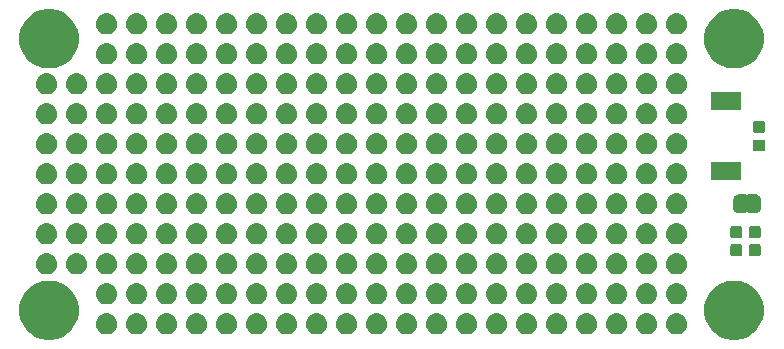
<source format=gts>
G04 #@! TF.GenerationSoftware,KiCad,Pcbnew,5.0.2-bee76a0~70~ubuntu18.04.1*
G04 #@! TF.CreationDate,2019-03-02T20:55:38+01:00*
G04 #@! TF.ProjectId,rpi-zero-proto,7270692d-7a65-4726-9f2d-70726f746f2e,rev?*
G04 #@! TF.SameCoordinates,Original*
G04 #@! TF.FileFunction,Soldermask,Top*
G04 #@! TF.FilePolarity,Negative*
%FSLAX46Y46*%
G04 Gerber Fmt 4.6, Leading zero omitted, Abs format (unit mm)*
G04 Created by KiCad (PCBNEW 5.0.2-bee76a0~70~ubuntu18.04.1) date sob, 2 mar 2019, 20:55:38*
%MOMM*%
%LPD*%
G01*
G04 APERTURE LIST*
%ADD10C,0.100000*%
G04 APERTURE END LIST*
D10*
G36*
X98152771Y-64994561D02*
X98315057Y-65026842D01*
X98773668Y-65216805D01*
X99180915Y-65488919D01*
X99186409Y-65492590D01*
X99537410Y-65843591D01*
X99537412Y-65843594D01*
X99813195Y-66256332D01*
X100003158Y-66714943D01*
X100100000Y-67201802D01*
X100100000Y-67698198D01*
X100003158Y-68185057D01*
X99813195Y-68643668D01*
X99541081Y-69050915D01*
X99537410Y-69056409D01*
X99186409Y-69407410D01*
X99186406Y-69407412D01*
X98773668Y-69683195D01*
X98315057Y-69873158D01*
X98152771Y-69905439D01*
X97828200Y-69970000D01*
X97331800Y-69970000D01*
X97007229Y-69905439D01*
X96844943Y-69873158D01*
X96386332Y-69683195D01*
X95973594Y-69407412D01*
X95973591Y-69407410D01*
X95622590Y-69056409D01*
X95618919Y-69050915D01*
X95346805Y-68643668D01*
X95156842Y-68185057D01*
X95060000Y-67698198D01*
X95060000Y-67201802D01*
X95156842Y-66714943D01*
X95346805Y-66256332D01*
X95622588Y-65843594D01*
X95622590Y-65843591D01*
X95973591Y-65492590D01*
X95979085Y-65488919D01*
X96386332Y-65216805D01*
X96844943Y-65026842D01*
X97007229Y-64994561D01*
X97331800Y-64930000D01*
X97828200Y-64930000D01*
X98152771Y-64994561D01*
X98152771Y-64994561D01*
G37*
G36*
X40152771Y-64994561D02*
X40315057Y-65026842D01*
X40773668Y-65216805D01*
X41180915Y-65488919D01*
X41186409Y-65492590D01*
X41537410Y-65843591D01*
X41537412Y-65843594D01*
X41813195Y-66256332D01*
X42003158Y-66714943D01*
X42100000Y-67201802D01*
X42100000Y-67698198D01*
X42003158Y-68185057D01*
X41813195Y-68643668D01*
X41541081Y-69050915D01*
X41537410Y-69056409D01*
X41186409Y-69407410D01*
X41186406Y-69407412D01*
X40773668Y-69683195D01*
X40315057Y-69873158D01*
X40152771Y-69905439D01*
X39828200Y-69970000D01*
X39331800Y-69970000D01*
X39007229Y-69905439D01*
X38844943Y-69873158D01*
X38386332Y-69683195D01*
X37973594Y-69407412D01*
X37973591Y-69407410D01*
X37622590Y-69056409D01*
X37618919Y-69050915D01*
X37346805Y-68643668D01*
X37156842Y-68185057D01*
X37060000Y-67698198D01*
X37060000Y-67201802D01*
X37156842Y-66714943D01*
X37346805Y-66256332D01*
X37622588Y-65843594D01*
X37622590Y-65843591D01*
X37973591Y-65492590D01*
X37979085Y-65488919D01*
X38386332Y-65216805D01*
X38844943Y-65026842D01*
X39007229Y-64994561D01*
X39331800Y-64930000D01*
X39828200Y-64930000D01*
X40152771Y-64994561D01*
X40152771Y-64994561D01*
G37*
G36*
X77580443Y-67685519D02*
X77646627Y-67692037D01*
X77759853Y-67726384D01*
X77816467Y-67743557D01*
X77955087Y-67817652D01*
X77972991Y-67827222D01*
X78008729Y-67856552D01*
X78110186Y-67939814D01*
X78193448Y-68041271D01*
X78222778Y-68077009D01*
X78222779Y-68077011D01*
X78306443Y-68233533D01*
X78306443Y-68233534D01*
X78357963Y-68403373D01*
X78375359Y-68580000D01*
X78357963Y-68756627D01*
X78323616Y-68869853D01*
X78306443Y-68926467D01*
X78232348Y-69065087D01*
X78222778Y-69082991D01*
X78193448Y-69118729D01*
X78110186Y-69220186D01*
X78008729Y-69303448D01*
X77972991Y-69332778D01*
X77972989Y-69332779D01*
X77816467Y-69416443D01*
X77759853Y-69433616D01*
X77646627Y-69467963D01*
X77580442Y-69474482D01*
X77514260Y-69481000D01*
X77425740Y-69481000D01*
X77359558Y-69474482D01*
X77293373Y-69467963D01*
X77180147Y-69433616D01*
X77123533Y-69416443D01*
X76967011Y-69332779D01*
X76967009Y-69332778D01*
X76931271Y-69303448D01*
X76829814Y-69220186D01*
X76746552Y-69118729D01*
X76717222Y-69082991D01*
X76707652Y-69065087D01*
X76633557Y-68926467D01*
X76616384Y-68869853D01*
X76582037Y-68756627D01*
X76564641Y-68580000D01*
X76582037Y-68403373D01*
X76633557Y-68233534D01*
X76633557Y-68233533D01*
X76717221Y-68077011D01*
X76717222Y-68077009D01*
X76746552Y-68041271D01*
X76829814Y-67939814D01*
X76931271Y-67856552D01*
X76967009Y-67827222D01*
X76984913Y-67817652D01*
X77123533Y-67743557D01*
X77180147Y-67726384D01*
X77293373Y-67692037D01*
X77359557Y-67685519D01*
X77425740Y-67679000D01*
X77514260Y-67679000D01*
X77580443Y-67685519D01*
X77580443Y-67685519D01*
G37*
G36*
X92820443Y-67685519D02*
X92886627Y-67692037D01*
X92999853Y-67726384D01*
X93056467Y-67743557D01*
X93195087Y-67817652D01*
X93212991Y-67827222D01*
X93248729Y-67856552D01*
X93350186Y-67939814D01*
X93433448Y-68041271D01*
X93462778Y-68077009D01*
X93462779Y-68077011D01*
X93546443Y-68233533D01*
X93546443Y-68233534D01*
X93597963Y-68403373D01*
X93615359Y-68580000D01*
X93597963Y-68756627D01*
X93563616Y-68869853D01*
X93546443Y-68926467D01*
X93472348Y-69065087D01*
X93462778Y-69082991D01*
X93433448Y-69118729D01*
X93350186Y-69220186D01*
X93248729Y-69303448D01*
X93212991Y-69332778D01*
X93212989Y-69332779D01*
X93056467Y-69416443D01*
X92999853Y-69433616D01*
X92886627Y-69467963D01*
X92820442Y-69474482D01*
X92754260Y-69481000D01*
X92665740Y-69481000D01*
X92599558Y-69474482D01*
X92533373Y-69467963D01*
X92420147Y-69433616D01*
X92363533Y-69416443D01*
X92207011Y-69332779D01*
X92207009Y-69332778D01*
X92171271Y-69303448D01*
X92069814Y-69220186D01*
X91986552Y-69118729D01*
X91957222Y-69082991D01*
X91947652Y-69065087D01*
X91873557Y-68926467D01*
X91856384Y-68869853D01*
X91822037Y-68756627D01*
X91804641Y-68580000D01*
X91822037Y-68403373D01*
X91873557Y-68233534D01*
X91873557Y-68233533D01*
X91957221Y-68077011D01*
X91957222Y-68077009D01*
X91986552Y-68041271D01*
X92069814Y-67939814D01*
X92171271Y-67856552D01*
X92207009Y-67827222D01*
X92224913Y-67817652D01*
X92363533Y-67743557D01*
X92420147Y-67726384D01*
X92533373Y-67692037D01*
X92599557Y-67685519D01*
X92665740Y-67679000D01*
X92754260Y-67679000D01*
X92820443Y-67685519D01*
X92820443Y-67685519D01*
G37*
G36*
X90280443Y-67685519D02*
X90346627Y-67692037D01*
X90459853Y-67726384D01*
X90516467Y-67743557D01*
X90655087Y-67817652D01*
X90672991Y-67827222D01*
X90708729Y-67856552D01*
X90810186Y-67939814D01*
X90893448Y-68041271D01*
X90922778Y-68077009D01*
X90922779Y-68077011D01*
X91006443Y-68233533D01*
X91006443Y-68233534D01*
X91057963Y-68403373D01*
X91075359Y-68580000D01*
X91057963Y-68756627D01*
X91023616Y-68869853D01*
X91006443Y-68926467D01*
X90932348Y-69065087D01*
X90922778Y-69082991D01*
X90893448Y-69118729D01*
X90810186Y-69220186D01*
X90708729Y-69303448D01*
X90672991Y-69332778D01*
X90672989Y-69332779D01*
X90516467Y-69416443D01*
X90459853Y-69433616D01*
X90346627Y-69467963D01*
X90280442Y-69474482D01*
X90214260Y-69481000D01*
X90125740Y-69481000D01*
X90059558Y-69474482D01*
X89993373Y-69467963D01*
X89880147Y-69433616D01*
X89823533Y-69416443D01*
X89667011Y-69332779D01*
X89667009Y-69332778D01*
X89631271Y-69303448D01*
X89529814Y-69220186D01*
X89446552Y-69118729D01*
X89417222Y-69082991D01*
X89407652Y-69065087D01*
X89333557Y-68926467D01*
X89316384Y-68869853D01*
X89282037Y-68756627D01*
X89264641Y-68580000D01*
X89282037Y-68403373D01*
X89333557Y-68233534D01*
X89333557Y-68233533D01*
X89417221Y-68077011D01*
X89417222Y-68077009D01*
X89446552Y-68041271D01*
X89529814Y-67939814D01*
X89631271Y-67856552D01*
X89667009Y-67827222D01*
X89684913Y-67817652D01*
X89823533Y-67743557D01*
X89880147Y-67726384D01*
X89993373Y-67692037D01*
X90059557Y-67685519D01*
X90125740Y-67679000D01*
X90214260Y-67679000D01*
X90280443Y-67685519D01*
X90280443Y-67685519D01*
G37*
G36*
X87740443Y-67685519D02*
X87806627Y-67692037D01*
X87919853Y-67726384D01*
X87976467Y-67743557D01*
X88115087Y-67817652D01*
X88132991Y-67827222D01*
X88168729Y-67856552D01*
X88270186Y-67939814D01*
X88353448Y-68041271D01*
X88382778Y-68077009D01*
X88382779Y-68077011D01*
X88466443Y-68233533D01*
X88466443Y-68233534D01*
X88517963Y-68403373D01*
X88535359Y-68580000D01*
X88517963Y-68756627D01*
X88483616Y-68869853D01*
X88466443Y-68926467D01*
X88392348Y-69065087D01*
X88382778Y-69082991D01*
X88353448Y-69118729D01*
X88270186Y-69220186D01*
X88168729Y-69303448D01*
X88132991Y-69332778D01*
X88132989Y-69332779D01*
X87976467Y-69416443D01*
X87919853Y-69433616D01*
X87806627Y-69467963D01*
X87740442Y-69474482D01*
X87674260Y-69481000D01*
X87585740Y-69481000D01*
X87519558Y-69474482D01*
X87453373Y-69467963D01*
X87340147Y-69433616D01*
X87283533Y-69416443D01*
X87127011Y-69332779D01*
X87127009Y-69332778D01*
X87091271Y-69303448D01*
X86989814Y-69220186D01*
X86906552Y-69118729D01*
X86877222Y-69082991D01*
X86867652Y-69065087D01*
X86793557Y-68926467D01*
X86776384Y-68869853D01*
X86742037Y-68756627D01*
X86724641Y-68580000D01*
X86742037Y-68403373D01*
X86793557Y-68233534D01*
X86793557Y-68233533D01*
X86877221Y-68077011D01*
X86877222Y-68077009D01*
X86906552Y-68041271D01*
X86989814Y-67939814D01*
X87091271Y-67856552D01*
X87127009Y-67827222D01*
X87144913Y-67817652D01*
X87283533Y-67743557D01*
X87340147Y-67726384D01*
X87453373Y-67692037D01*
X87519557Y-67685519D01*
X87585740Y-67679000D01*
X87674260Y-67679000D01*
X87740443Y-67685519D01*
X87740443Y-67685519D01*
G37*
G36*
X82660443Y-67685519D02*
X82726627Y-67692037D01*
X82839853Y-67726384D01*
X82896467Y-67743557D01*
X83035087Y-67817652D01*
X83052991Y-67827222D01*
X83088729Y-67856552D01*
X83190186Y-67939814D01*
X83273448Y-68041271D01*
X83302778Y-68077009D01*
X83302779Y-68077011D01*
X83386443Y-68233533D01*
X83386443Y-68233534D01*
X83437963Y-68403373D01*
X83455359Y-68580000D01*
X83437963Y-68756627D01*
X83403616Y-68869853D01*
X83386443Y-68926467D01*
X83312348Y-69065087D01*
X83302778Y-69082991D01*
X83273448Y-69118729D01*
X83190186Y-69220186D01*
X83088729Y-69303448D01*
X83052991Y-69332778D01*
X83052989Y-69332779D01*
X82896467Y-69416443D01*
X82839853Y-69433616D01*
X82726627Y-69467963D01*
X82660442Y-69474482D01*
X82594260Y-69481000D01*
X82505740Y-69481000D01*
X82439558Y-69474482D01*
X82373373Y-69467963D01*
X82260147Y-69433616D01*
X82203533Y-69416443D01*
X82047011Y-69332779D01*
X82047009Y-69332778D01*
X82011271Y-69303448D01*
X81909814Y-69220186D01*
X81826552Y-69118729D01*
X81797222Y-69082991D01*
X81787652Y-69065087D01*
X81713557Y-68926467D01*
X81696384Y-68869853D01*
X81662037Y-68756627D01*
X81644641Y-68580000D01*
X81662037Y-68403373D01*
X81713557Y-68233534D01*
X81713557Y-68233533D01*
X81797221Y-68077011D01*
X81797222Y-68077009D01*
X81826552Y-68041271D01*
X81909814Y-67939814D01*
X82011271Y-67856552D01*
X82047009Y-67827222D01*
X82064913Y-67817652D01*
X82203533Y-67743557D01*
X82260147Y-67726384D01*
X82373373Y-67692037D01*
X82439557Y-67685519D01*
X82505740Y-67679000D01*
X82594260Y-67679000D01*
X82660443Y-67685519D01*
X82660443Y-67685519D01*
G37*
G36*
X80120443Y-67685519D02*
X80186627Y-67692037D01*
X80299853Y-67726384D01*
X80356467Y-67743557D01*
X80495087Y-67817652D01*
X80512991Y-67827222D01*
X80548729Y-67856552D01*
X80650186Y-67939814D01*
X80733448Y-68041271D01*
X80762778Y-68077009D01*
X80762779Y-68077011D01*
X80846443Y-68233533D01*
X80846443Y-68233534D01*
X80897963Y-68403373D01*
X80915359Y-68580000D01*
X80897963Y-68756627D01*
X80863616Y-68869853D01*
X80846443Y-68926467D01*
X80772348Y-69065087D01*
X80762778Y-69082991D01*
X80733448Y-69118729D01*
X80650186Y-69220186D01*
X80548729Y-69303448D01*
X80512991Y-69332778D01*
X80512989Y-69332779D01*
X80356467Y-69416443D01*
X80299853Y-69433616D01*
X80186627Y-69467963D01*
X80120442Y-69474482D01*
X80054260Y-69481000D01*
X79965740Y-69481000D01*
X79899558Y-69474482D01*
X79833373Y-69467963D01*
X79720147Y-69433616D01*
X79663533Y-69416443D01*
X79507011Y-69332779D01*
X79507009Y-69332778D01*
X79471271Y-69303448D01*
X79369814Y-69220186D01*
X79286552Y-69118729D01*
X79257222Y-69082991D01*
X79247652Y-69065087D01*
X79173557Y-68926467D01*
X79156384Y-68869853D01*
X79122037Y-68756627D01*
X79104641Y-68580000D01*
X79122037Y-68403373D01*
X79173557Y-68233534D01*
X79173557Y-68233533D01*
X79257221Y-68077011D01*
X79257222Y-68077009D01*
X79286552Y-68041271D01*
X79369814Y-67939814D01*
X79471271Y-67856552D01*
X79507009Y-67827222D01*
X79524913Y-67817652D01*
X79663533Y-67743557D01*
X79720147Y-67726384D01*
X79833373Y-67692037D01*
X79899557Y-67685519D01*
X79965740Y-67679000D01*
X80054260Y-67679000D01*
X80120443Y-67685519D01*
X80120443Y-67685519D01*
G37*
G36*
X75040443Y-67685519D02*
X75106627Y-67692037D01*
X75219853Y-67726384D01*
X75276467Y-67743557D01*
X75415087Y-67817652D01*
X75432991Y-67827222D01*
X75468729Y-67856552D01*
X75570186Y-67939814D01*
X75653448Y-68041271D01*
X75682778Y-68077009D01*
X75682779Y-68077011D01*
X75766443Y-68233533D01*
X75766443Y-68233534D01*
X75817963Y-68403373D01*
X75835359Y-68580000D01*
X75817963Y-68756627D01*
X75783616Y-68869853D01*
X75766443Y-68926467D01*
X75692348Y-69065087D01*
X75682778Y-69082991D01*
X75653448Y-69118729D01*
X75570186Y-69220186D01*
X75468729Y-69303448D01*
X75432991Y-69332778D01*
X75432989Y-69332779D01*
X75276467Y-69416443D01*
X75219853Y-69433616D01*
X75106627Y-69467963D01*
X75040442Y-69474482D01*
X74974260Y-69481000D01*
X74885740Y-69481000D01*
X74819558Y-69474482D01*
X74753373Y-69467963D01*
X74640147Y-69433616D01*
X74583533Y-69416443D01*
X74427011Y-69332779D01*
X74427009Y-69332778D01*
X74391271Y-69303448D01*
X74289814Y-69220186D01*
X74206552Y-69118729D01*
X74177222Y-69082991D01*
X74167652Y-69065087D01*
X74093557Y-68926467D01*
X74076384Y-68869853D01*
X74042037Y-68756627D01*
X74024641Y-68580000D01*
X74042037Y-68403373D01*
X74093557Y-68233534D01*
X74093557Y-68233533D01*
X74177221Y-68077011D01*
X74177222Y-68077009D01*
X74206552Y-68041271D01*
X74289814Y-67939814D01*
X74391271Y-67856552D01*
X74427009Y-67827222D01*
X74444913Y-67817652D01*
X74583533Y-67743557D01*
X74640147Y-67726384D01*
X74753373Y-67692037D01*
X74819557Y-67685519D01*
X74885740Y-67679000D01*
X74974260Y-67679000D01*
X75040443Y-67685519D01*
X75040443Y-67685519D01*
G37*
G36*
X85200443Y-67685519D02*
X85266627Y-67692037D01*
X85379853Y-67726384D01*
X85436467Y-67743557D01*
X85575087Y-67817652D01*
X85592991Y-67827222D01*
X85628729Y-67856552D01*
X85730186Y-67939814D01*
X85813448Y-68041271D01*
X85842778Y-68077009D01*
X85842779Y-68077011D01*
X85926443Y-68233533D01*
X85926443Y-68233534D01*
X85977963Y-68403373D01*
X85995359Y-68580000D01*
X85977963Y-68756627D01*
X85943616Y-68869853D01*
X85926443Y-68926467D01*
X85852348Y-69065087D01*
X85842778Y-69082991D01*
X85813448Y-69118729D01*
X85730186Y-69220186D01*
X85628729Y-69303448D01*
X85592991Y-69332778D01*
X85592989Y-69332779D01*
X85436467Y-69416443D01*
X85379853Y-69433616D01*
X85266627Y-69467963D01*
X85200442Y-69474482D01*
X85134260Y-69481000D01*
X85045740Y-69481000D01*
X84979558Y-69474482D01*
X84913373Y-69467963D01*
X84800147Y-69433616D01*
X84743533Y-69416443D01*
X84587011Y-69332779D01*
X84587009Y-69332778D01*
X84551271Y-69303448D01*
X84449814Y-69220186D01*
X84366552Y-69118729D01*
X84337222Y-69082991D01*
X84327652Y-69065087D01*
X84253557Y-68926467D01*
X84236384Y-68869853D01*
X84202037Y-68756627D01*
X84184641Y-68580000D01*
X84202037Y-68403373D01*
X84253557Y-68233534D01*
X84253557Y-68233533D01*
X84337221Y-68077011D01*
X84337222Y-68077009D01*
X84366552Y-68041271D01*
X84449814Y-67939814D01*
X84551271Y-67856552D01*
X84587009Y-67827222D01*
X84604913Y-67817652D01*
X84743533Y-67743557D01*
X84800147Y-67726384D01*
X84913373Y-67692037D01*
X84979557Y-67685519D01*
X85045740Y-67679000D01*
X85134260Y-67679000D01*
X85200443Y-67685519D01*
X85200443Y-67685519D01*
G37*
G36*
X69960443Y-67685519D02*
X70026627Y-67692037D01*
X70139853Y-67726384D01*
X70196467Y-67743557D01*
X70335087Y-67817652D01*
X70352991Y-67827222D01*
X70388729Y-67856552D01*
X70490186Y-67939814D01*
X70573448Y-68041271D01*
X70602778Y-68077009D01*
X70602779Y-68077011D01*
X70686443Y-68233533D01*
X70686443Y-68233534D01*
X70737963Y-68403373D01*
X70755359Y-68580000D01*
X70737963Y-68756627D01*
X70703616Y-68869853D01*
X70686443Y-68926467D01*
X70612348Y-69065087D01*
X70602778Y-69082991D01*
X70573448Y-69118729D01*
X70490186Y-69220186D01*
X70388729Y-69303448D01*
X70352991Y-69332778D01*
X70352989Y-69332779D01*
X70196467Y-69416443D01*
X70139853Y-69433616D01*
X70026627Y-69467963D01*
X69960442Y-69474482D01*
X69894260Y-69481000D01*
X69805740Y-69481000D01*
X69739558Y-69474482D01*
X69673373Y-69467963D01*
X69560147Y-69433616D01*
X69503533Y-69416443D01*
X69347011Y-69332779D01*
X69347009Y-69332778D01*
X69311271Y-69303448D01*
X69209814Y-69220186D01*
X69126552Y-69118729D01*
X69097222Y-69082991D01*
X69087652Y-69065087D01*
X69013557Y-68926467D01*
X68996384Y-68869853D01*
X68962037Y-68756627D01*
X68944641Y-68580000D01*
X68962037Y-68403373D01*
X69013557Y-68233534D01*
X69013557Y-68233533D01*
X69097221Y-68077011D01*
X69097222Y-68077009D01*
X69126552Y-68041271D01*
X69209814Y-67939814D01*
X69311271Y-67856552D01*
X69347009Y-67827222D01*
X69364913Y-67817652D01*
X69503533Y-67743557D01*
X69560147Y-67726384D01*
X69673373Y-67692037D01*
X69739557Y-67685519D01*
X69805740Y-67679000D01*
X69894260Y-67679000D01*
X69960443Y-67685519D01*
X69960443Y-67685519D01*
G37*
G36*
X67420443Y-67685519D02*
X67486627Y-67692037D01*
X67599853Y-67726384D01*
X67656467Y-67743557D01*
X67795087Y-67817652D01*
X67812991Y-67827222D01*
X67848729Y-67856552D01*
X67950186Y-67939814D01*
X68033448Y-68041271D01*
X68062778Y-68077009D01*
X68062779Y-68077011D01*
X68146443Y-68233533D01*
X68146443Y-68233534D01*
X68197963Y-68403373D01*
X68215359Y-68580000D01*
X68197963Y-68756627D01*
X68163616Y-68869853D01*
X68146443Y-68926467D01*
X68072348Y-69065087D01*
X68062778Y-69082991D01*
X68033448Y-69118729D01*
X67950186Y-69220186D01*
X67848729Y-69303448D01*
X67812991Y-69332778D01*
X67812989Y-69332779D01*
X67656467Y-69416443D01*
X67599853Y-69433616D01*
X67486627Y-69467963D01*
X67420442Y-69474482D01*
X67354260Y-69481000D01*
X67265740Y-69481000D01*
X67199558Y-69474482D01*
X67133373Y-69467963D01*
X67020147Y-69433616D01*
X66963533Y-69416443D01*
X66807011Y-69332779D01*
X66807009Y-69332778D01*
X66771271Y-69303448D01*
X66669814Y-69220186D01*
X66586552Y-69118729D01*
X66557222Y-69082991D01*
X66547652Y-69065087D01*
X66473557Y-68926467D01*
X66456384Y-68869853D01*
X66422037Y-68756627D01*
X66404641Y-68580000D01*
X66422037Y-68403373D01*
X66473557Y-68233534D01*
X66473557Y-68233533D01*
X66557221Y-68077011D01*
X66557222Y-68077009D01*
X66586552Y-68041271D01*
X66669814Y-67939814D01*
X66771271Y-67856552D01*
X66807009Y-67827222D01*
X66824913Y-67817652D01*
X66963533Y-67743557D01*
X67020147Y-67726384D01*
X67133373Y-67692037D01*
X67199557Y-67685519D01*
X67265740Y-67679000D01*
X67354260Y-67679000D01*
X67420443Y-67685519D01*
X67420443Y-67685519D01*
G37*
G36*
X62340443Y-67685519D02*
X62406627Y-67692037D01*
X62519853Y-67726384D01*
X62576467Y-67743557D01*
X62715087Y-67817652D01*
X62732991Y-67827222D01*
X62768729Y-67856552D01*
X62870186Y-67939814D01*
X62953448Y-68041271D01*
X62982778Y-68077009D01*
X62982779Y-68077011D01*
X63066443Y-68233533D01*
X63066443Y-68233534D01*
X63117963Y-68403373D01*
X63135359Y-68580000D01*
X63117963Y-68756627D01*
X63083616Y-68869853D01*
X63066443Y-68926467D01*
X62992348Y-69065087D01*
X62982778Y-69082991D01*
X62953448Y-69118729D01*
X62870186Y-69220186D01*
X62768729Y-69303448D01*
X62732991Y-69332778D01*
X62732989Y-69332779D01*
X62576467Y-69416443D01*
X62519853Y-69433616D01*
X62406627Y-69467963D01*
X62340442Y-69474482D01*
X62274260Y-69481000D01*
X62185740Y-69481000D01*
X62119558Y-69474482D01*
X62053373Y-69467963D01*
X61940147Y-69433616D01*
X61883533Y-69416443D01*
X61727011Y-69332779D01*
X61727009Y-69332778D01*
X61691271Y-69303448D01*
X61589814Y-69220186D01*
X61506552Y-69118729D01*
X61477222Y-69082991D01*
X61467652Y-69065087D01*
X61393557Y-68926467D01*
X61376384Y-68869853D01*
X61342037Y-68756627D01*
X61324641Y-68580000D01*
X61342037Y-68403373D01*
X61393557Y-68233534D01*
X61393557Y-68233533D01*
X61477221Y-68077011D01*
X61477222Y-68077009D01*
X61506552Y-68041271D01*
X61589814Y-67939814D01*
X61691271Y-67856552D01*
X61727009Y-67827222D01*
X61744913Y-67817652D01*
X61883533Y-67743557D01*
X61940147Y-67726384D01*
X62053373Y-67692037D01*
X62119557Y-67685519D01*
X62185740Y-67679000D01*
X62274260Y-67679000D01*
X62340443Y-67685519D01*
X62340443Y-67685519D01*
G37*
G36*
X72500443Y-67685519D02*
X72566627Y-67692037D01*
X72679853Y-67726384D01*
X72736467Y-67743557D01*
X72875087Y-67817652D01*
X72892991Y-67827222D01*
X72928729Y-67856552D01*
X73030186Y-67939814D01*
X73113448Y-68041271D01*
X73142778Y-68077009D01*
X73142779Y-68077011D01*
X73226443Y-68233533D01*
X73226443Y-68233534D01*
X73277963Y-68403373D01*
X73295359Y-68580000D01*
X73277963Y-68756627D01*
X73243616Y-68869853D01*
X73226443Y-68926467D01*
X73152348Y-69065087D01*
X73142778Y-69082991D01*
X73113448Y-69118729D01*
X73030186Y-69220186D01*
X72928729Y-69303448D01*
X72892991Y-69332778D01*
X72892989Y-69332779D01*
X72736467Y-69416443D01*
X72679853Y-69433616D01*
X72566627Y-69467963D01*
X72500442Y-69474482D01*
X72434260Y-69481000D01*
X72345740Y-69481000D01*
X72279558Y-69474482D01*
X72213373Y-69467963D01*
X72100147Y-69433616D01*
X72043533Y-69416443D01*
X71887011Y-69332779D01*
X71887009Y-69332778D01*
X71851271Y-69303448D01*
X71749814Y-69220186D01*
X71666552Y-69118729D01*
X71637222Y-69082991D01*
X71627652Y-69065087D01*
X71553557Y-68926467D01*
X71536384Y-68869853D01*
X71502037Y-68756627D01*
X71484641Y-68580000D01*
X71502037Y-68403373D01*
X71553557Y-68233534D01*
X71553557Y-68233533D01*
X71637221Y-68077011D01*
X71637222Y-68077009D01*
X71666552Y-68041271D01*
X71749814Y-67939814D01*
X71851271Y-67856552D01*
X71887009Y-67827222D01*
X71904913Y-67817652D01*
X72043533Y-67743557D01*
X72100147Y-67726384D01*
X72213373Y-67692037D01*
X72279557Y-67685519D01*
X72345740Y-67679000D01*
X72434260Y-67679000D01*
X72500443Y-67685519D01*
X72500443Y-67685519D01*
G37*
G36*
X44560443Y-67685519D02*
X44626627Y-67692037D01*
X44739853Y-67726384D01*
X44796467Y-67743557D01*
X44935087Y-67817652D01*
X44952991Y-67827222D01*
X44988729Y-67856552D01*
X45090186Y-67939814D01*
X45173448Y-68041271D01*
X45202778Y-68077009D01*
X45202779Y-68077011D01*
X45286443Y-68233533D01*
X45286443Y-68233534D01*
X45337963Y-68403373D01*
X45355359Y-68580000D01*
X45337963Y-68756627D01*
X45303616Y-68869853D01*
X45286443Y-68926467D01*
X45212348Y-69065087D01*
X45202778Y-69082991D01*
X45173448Y-69118729D01*
X45090186Y-69220186D01*
X44988729Y-69303448D01*
X44952991Y-69332778D01*
X44952989Y-69332779D01*
X44796467Y-69416443D01*
X44739853Y-69433616D01*
X44626627Y-69467963D01*
X44560442Y-69474482D01*
X44494260Y-69481000D01*
X44405740Y-69481000D01*
X44339558Y-69474482D01*
X44273373Y-69467963D01*
X44160147Y-69433616D01*
X44103533Y-69416443D01*
X43947011Y-69332779D01*
X43947009Y-69332778D01*
X43911271Y-69303448D01*
X43809814Y-69220186D01*
X43726552Y-69118729D01*
X43697222Y-69082991D01*
X43687652Y-69065087D01*
X43613557Y-68926467D01*
X43596384Y-68869853D01*
X43562037Y-68756627D01*
X43544641Y-68580000D01*
X43562037Y-68403373D01*
X43613557Y-68233534D01*
X43613557Y-68233533D01*
X43697221Y-68077011D01*
X43697222Y-68077009D01*
X43726552Y-68041271D01*
X43809814Y-67939814D01*
X43911271Y-67856552D01*
X43947009Y-67827222D01*
X43964913Y-67817652D01*
X44103533Y-67743557D01*
X44160147Y-67726384D01*
X44273373Y-67692037D01*
X44339557Y-67685519D01*
X44405740Y-67679000D01*
X44494260Y-67679000D01*
X44560443Y-67685519D01*
X44560443Y-67685519D01*
G37*
G36*
X47100443Y-67685519D02*
X47166627Y-67692037D01*
X47279853Y-67726384D01*
X47336467Y-67743557D01*
X47475087Y-67817652D01*
X47492991Y-67827222D01*
X47528729Y-67856552D01*
X47630186Y-67939814D01*
X47713448Y-68041271D01*
X47742778Y-68077009D01*
X47742779Y-68077011D01*
X47826443Y-68233533D01*
X47826443Y-68233534D01*
X47877963Y-68403373D01*
X47895359Y-68580000D01*
X47877963Y-68756627D01*
X47843616Y-68869853D01*
X47826443Y-68926467D01*
X47752348Y-69065087D01*
X47742778Y-69082991D01*
X47713448Y-69118729D01*
X47630186Y-69220186D01*
X47528729Y-69303448D01*
X47492991Y-69332778D01*
X47492989Y-69332779D01*
X47336467Y-69416443D01*
X47279853Y-69433616D01*
X47166627Y-69467963D01*
X47100442Y-69474482D01*
X47034260Y-69481000D01*
X46945740Y-69481000D01*
X46879558Y-69474482D01*
X46813373Y-69467963D01*
X46700147Y-69433616D01*
X46643533Y-69416443D01*
X46487011Y-69332779D01*
X46487009Y-69332778D01*
X46451271Y-69303448D01*
X46349814Y-69220186D01*
X46266552Y-69118729D01*
X46237222Y-69082991D01*
X46227652Y-69065087D01*
X46153557Y-68926467D01*
X46136384Y-68869853D01*
X46102037Y-68756627D01*
X46084641Y-68580000D01*
X46102037Y-68403373D01*
X46153557Y-68233534D01*
X46153557Y-68233533D01*
X46237221Y-68077011D01*
X46237222Y-68077009D01*
X46266552Y-68041271D01*
X46349814Y-67939814D01*
X46451271Y-67856552D01*
X46487009Y-67827222D01*
X46504913Y-67817652D01*
X46643533Y-67743557D01*
X46700147Y-67726384D01*
X46813373Y-67692037D01*
X46879557Y-67685519D01*
X46945740Y-67679000D01*
X47034260Y-67679000D01*
X47100443Y-67685519D01*
X47100443Y-67685519D01*
G37*
G36*
X49640443Y-67685519D02*
X49706627Y-67692037D01*
X49819853Y-67726384D01*
X49876467Y-67743557D01*
X50015087Y-67817652D01*
X50032991Y-67827222D01*
X50068729Y-67856552D01*
X50170186Y-67939814D01*
X50253448Y-68041271D01*
X50282778Y-68077009D01*
X50282779Y-68077011D01*
X50366443Y-68233533D01*
X50366443Y-68233534D01*
X50417963Y-68403373D01*
X50435359Y-68580000D01*
X50417963Y-68756627D01*
X50383616Y-68869853D01*
X50366443Y-68926467D01*
X50292348Y-69065087D01*
X50282778Y-69082991D01*
X50253448Y-69118729D01*
X50170186Y-69220186D01*
X50068729Y-69303448D01*
X50032991Y-69332778D01*
X50032989Y-69332779D01*
X49876467Y-69416443D01*
X49819853Y-69433616D01*
X49706627Y-69467963D01*
X49640442Y-69474482D01*
X49574260Y-69481000D01*
X49485740Y-69481000D01*
X49419558Y-69474482D01*
X49353373Y-69467963D01*
X49240147Y-69433616D01*
X49183533Y-69416443D01*
X49027011Y-69332779D01*
X49027009Y-69332778D01*
X48991271Y-69303448D01*
X48889814Y-69220186D01*
X48806552Y-69118729D01*
X48777222Y-69082991D01*
X48767652Y-69065087D01*
X48693557Y-68926467D01*
X48676384Y-68869853D01*
X48642037Y-68756627D01*
X48624641Y-68580000D01*
X48642037Y-68403373D01*
X48693557Y-68233534D01*
X48693557Y-68233533D01*
X48777221Y-68077011D01*
X48777222Y-68077009D01*
X48806552Y-68041271D01*
X48889814Y-67939814D01*
X48991271Y-67856552D01*
X49027009Y-67827222D01*
X49044913Y-67817652D01*
X49183533Y-67743557D01*
X49240147Y-67726384D01*
X49353373Y-67692037D01*
X49419557Y-67685519D01*
X49485740Y-67679000D01*
X49574260Y-67679000D01*
X49640443Y-67685519D01*
X49640443Y-67685519D01*
G37*
G36*
X52180443Y-67685519D02*
X52246627Y-67692037D01*
X52359853Y-67726384D01*
X52416467Y-67743557D01*
X52555087Y-67817652D01*
X52572991Y-67827222D01*
X52608729Y-67856552D01*
X52710186Y-67939814D01*
X52793448Y-68041271D01*
X52822778Y-68077009D01*
X52822779Y-68077011D01*
X52906443Y-68233533D01*
X52906443Y-68233534D01*
X52957963Y-68403373D01*
X52975359Y-68580000D01*
X52957963Y-68756627D01*
X52923616Y-68869853D01*
X52906443Y-68926467D01*
X52832348Y-69065087D01*
X52822778Y-69082991D01*
X52793448Y-69118729D01*
X52710186Y-69220186D01*
X52608729Y-69303448D01*
X52572991Y-69332778D01*
X52572989Y-69332779D01*
X52416467Y-69416443D01*
X52359853Y-69433616D01*
X52246627Y-69467963D01*
X52180442Y-69474482D01*
X52114260Y-69481000D01*
X52025740Y-69481000D01*
X51959558Y-69474482D01*
X51893373Y-69467963D01*
X51780147Y-69433616D01*
X51723533Y-69416443D01*
X51567011Y-69332779D01*
X51567009Y-69332778D01*
X51531271Y-69303448D01*
X51429814Y-69220186D01*
X51346552Y-69118729D01*
X51317222Y-69082991D01*
X51307652Y-69065087D01*
X51233557Y-68926467D01*
X51216384Y-68869853D01*
X51182037Y-68756627D01*
X51164641Y-68580000D01*
X51182037Y-68403373D01*
X51233557Y-68233534D01*
X51233557Y-68233533D01*
X51317221Y-68077011D01*
X51317222Y-68077009D01*
X51346552Y-68041271D01*
X51429814Y-67939814D01*
X51531271Y-67856552D01*
X51567009Y-67827222D01*
X51584913Y-67817652D01*
X51723533Y-67743557D01*
X51780147Y-67726384D01*
X51893373Y-67692037D01*
X51959557Y-67685519D01*
X52025740Y-67679000D01*
X52114260Y-67679000D01*
X52180443Y-67685519D01*
X52180443Y-67685519D01*
G37*
G36*
X54720443Y-67685519D02*
X54786627Y-67692037D01*
X54899853Y-67726384D01*
X54956467Y-67743557D01*
X55095087Y-67817652D01*
X55112991Y-67827222D01*
X55148729Y-67856552D01*
X55250186Y-67939814D01*
X55333448Y-68041271D01*
X55362778Y-68077009D01*
X55362779Y-68077011D01*
X55446443Y-68233533D01*
X55446443Y-68233534D01*
X55497963Y-68403373D01*
X55515359Y-68580000D01*
X55497963Y-68756627D01*
X55463616Y-68869853D01*
X55446443Y-68926467D01*
X55372348Y-69065087D01*
X55362778Y-69082991D01*
X55333448Y-69118729D01*
X55250186Y-69220186D01*
X55148729Y-69303448D01*
X55112991Y-69332778D01*
X55112989Y-69332779D01*
X54956467Y-69416443D01*
X54899853Y-69433616D01*
X54786627Y-69467963D01*
X54720442Y-69474482D01*
X54654260Y-69481000D01*
X54565740Y-69481000D01*
X54499558Y-69474482D01*
X54433373Y-69467963D01*
X54320147Y-69433616D01*
X54263533Y-69416443D01*
X54107011Y-69332779D01*
X54107009Y-69332778D01*
X54071271Y-69303448D01*
X53969814Y-69220186D01*
X53886552Y-69118729D01*
X53857222Y-69082991D01*
X53847652Y-69065087D01*
X53773557Y-68926467D01*
X53756384Y-68869853D01*
X53722037Y-68756627D01*
X53704641Y-68580000D01*
X53722037Y-68403373D01*
X53773557Y-68233534D01*
X53773557Y-68233533D01*
X53857221Y-68077011D01*
X53857222Y-68077009D01*
X53886552Y-68041271D01*
X53969814Y-67939814D01*
X54071271Y-67856552D01*
X54107009Y-67827222D01*
X54124913Y-67817652D01*
X54263533Y-67743557D01*
X54320147Y-67726384D01*
X54433373Y-67692037D01*
X54499557Y-67685519D01*
X54565740Y-67679000D01*
X54654260Y-67679000D01*
X54720443Y-67685519D01*
X54720443Y-67685519D01*
G37*
G36*
X57260443Y-67685519D02*
X57326627Y-67692037D01*
X57439853Y-67726384D01*
X57496467Y-67743557D01*
X57635087Y-67817652D01*
X57652991Y-67827222D01*
X57688729Y-67856552D01*
X57790186Y-67939814D01*
X57873448Y-68041271D01*
X57902778Y-68077009D01*
X57902779Y-68077011D01*
X57986443Y-68233533D01*
X57986443Y-68233534D01*
X58037963Y-68403373D01*
X58055359Y-68580000D01*
X58037963Y-68756627D01*
X58003616Y-68869853D01*
X57986443Y-68926467D01*
X57912348Y-69065087D01*
X57902778Y-69082991D01*
X57873448Y-69118729D01*
X57790186Y-69220186D01*
X57688729Y-69303448D01*
X57652991Y-69332778D01*
X57652989Y-69332779D01*
X57496467Y-69416443D01*
X57439853Y-69433616D01*
X57326627Y-69467963D01*
X57260442Y-69474482D01*
X57194260Y-69481000D01*
X57105740Y-69481000D01*
X57039558Y-69474482D01*
X56973373Y-69467963D01*
X56860147Y-69433616D01*
X56803533Y-69416443D01*
X56647011Y-69332779D01*
X56647009Y-69332778D01*
X56611271Y-69303448D01*
X56509814Y-69220186D01*
X56426552Y-69118729D01*
X56397222Y-69082991D01*
X56387652Y-69065087D01*
X56313557Y-68926467D01*
X56296384Y-68869853D01*
X56262037Y-68756627D01*
X56244641Y-68580000D01*
X56262037Y-68403373D01*
X56313557Y-68233534D01*
X56313557Y-68233533D01*
X56397221Y-68077011D01*
X56397222Y-68077009D01*
X56426552Y-68041271D01*
X56509814Y-67939814D01*
X56611271Y-67856552D01*
X56647009Y-67827222D01*
X56664913Y-67817652D01*
X56803533Y-67743557D01*
X56860147Y-67726384D01*
X56973373Y-67692037D01*
X57039557Y-67685519D01*
X57105740Y-67679000D01*
X57194260Y-67679000D01*
X57260443Y-67685519D01*
X57260443Y-67685519D01*
G37*
G36*
X59800443Y-67685519D02*
X59866627Y-67692037D01*
X59979853Y-67726384D01*
X60036467Y-67743557D01*
X60175087Y-67817652D01*
X60192991Y-67827222D01*
X60228729Y-67856552D01*
X60330186Y-67939814D01*
X60413448Y-68041271D01*
X60442778Y-68077009D01*
X60442779Y-68077011D01*
X60526443Y-68233533D01*
X60526443Y-68233534D01*
X60577963Y-68403373D01*
X60595359Y-68580000D01*
X60577963Y-68756627D01*
X60543616Y-68869853D01*
X60526443Y-68926467D01*
X60452348Y-69065087D01*
X60442778Y-69082991D01*
X60413448Y-69118729D01*
X60330186Y-69220186D01*
X60228729Y-69303448D01*
X60192991Y-69332778D01*
X60192989Y-69332779D01*
X60036467Y-69416443D01*
X59979853Y-69433616D01*
X59866627Y-69467963D01*
X59800442Y-69474482D01*
X59734260Y-69481000D01*
X59645740Y-69481000D01*
X59579558Y-69474482D01*
X59513373Y-69467963D01*
X59400147Y-69433616D01*
X59343533Y-69416443D01*
X59187011Y-69332779D01*
X59187009Y-69332778D01*
X59151271Y-69303448D01*
X59049814Y-69220186D01*
X58966552Y-69118729D01*
X58937222Y-69082991D01*
X58927652Y-69065087D01*
X58853557Y-68926467D01*
X58836384Y-68869853D01*
X58802037Y-68756627D01*
X58784641Y-68580000D01*
X58802037Y-68403373D01*
X58853557Y-68233534D01*
X58853557Y-68233533D01*
X58937221Y-68077011D01*
X58937222Y-68077009D01*
X58966552Y-68041271D01*
X59049814Y-67939814D01*
X59151271Y-67856552D01*
X59187009Y-67827222D01*
X59204913Y-67817652D01*
X59343533Y-67743557D01*
X59400147Y-67726384D01*
X59513373Y-67692037D01*
X59579557Y-67685519D01*
X59645740Y-67679000D01*
X59734260Y-67679000D01*
X59800443Y-67685519D01*
X59800443Y-67685519D01*
G37*
G36*
X64880443Y-67685519D02*
X64946627Y-67692037D01*
X65059853Y-67726384D01*
X65116467Y-67743557D01*
X65255087Y-67817652D01*
X65272991Y-67827222D01*
X65308729Y-67856552D01*
X65410186Y-67939814D01*
X65493448Y-68041271D01*
X65522778Y-68077009D01*
X65522779Y-68077011D01*
X65606443Y-68233533D01*
X65606443Y-68233534D01*
X65657963Y-68403373D01*
X65675359Y-68580000D01*
X65657963Y-68756627D01*
X65623616Y-68869853D01*
X65606443Y-68926467D01*
X65532348Y-69065087D01*
X65522778Y-69082991D01*
X65493448Y-69118729D01*
X65410186Y-69220186D01*
X65308729Y-69303448D01*
X65272991Y-69332778D01*
X65272989Y-69332779D01*
X65116467Y-69416443D01*
X65059853Y-69433616D01*
X64946627Y-69467963D01*
X64880442Y-69474482D01*
X64814260Y-69481000D01*
X64725740Y-69481000D01*
X64659558Y-69474482D01*
X64593373Y-69467963D01*
X64480147Y-69433616D01*
X64423533Y-69416443D01*
X64267011Y-69332779D01*
X64267009Y-69332778D01*
X64231271Y-69303448D01*
X64129814Y-69220186D01*
X64046552Y-69118729D01*
X64017222Y-69082991D01*
X64007652Y-69065087D01*
X63933557Y-68926467D01*
X63916384Y-68869853D01*
X63882037Y-68756627D01*
X63864641Y-68580000D01*
X63882037Y-68403373D01*
X63933557Y-68233534D01*
X63933557Y-68233533D01*
X64017221Y-68077011D01*
X64017222Y-68077009D01*
X64046552Y-68041271D01*
X64129814Y-67939814D01*
X64231271Y-67856552D01*
X64267009Y-67827222D01*
X64284913Y-67817652D01*
X64423533Y-67743557D01*
X64480147Y-67726384D01*
X64593373Y-67692037D01*
X64659557Y-67685519D01*
X64725740Y-67679000D01*
X64814260Y-67679000D01*
X64880443Y-67685519D01*
X64880443Y-67685519D01*
G37*
G36*
X85200442Y-65145518D02*
X85266627Y-65152037D01*
X85379853Y-65186384D01*
X85436467Y-65203557D01*
X85575087Y-65277652D01*
X85592991Y-65287222D01*
X85628729Y-65316552D01*
X85730186Y-65399814D01*
X85806324Y-65492590D01*
X85842778Y-65537009D01*
X85842779Y-65537011D01*
X85926443Y-65693533D01*
X85926443Y-65693534D01*
X85977963Y-65863373D01*
X85995359Y-66040000D01*
X85977963Y-66216627D01*
X85965918Y-66256334D01*
X85926443Y-66386467D01*
X85852348Y-66525087D01*
X85842778Y-66542991D01*
X85813448Y-66578729D01*
X85730186Y-66680186D01*
X85628729Y-66763448D01*
X85592991Y-66792778D01*
X85592989Y-66792779D01*
X85436467Y-66876443D01*
X85379853Y-66893616D01*
X85266627Y-66927963D01*
X85200442Y-66934482D01*
X85134260Y-66941000D01*
X85045740Y-66941000D01*
X84979558Y-66934482D01*
X84913373Y-66927963D01*
X84800147Y-66893616D01*
X84743533Y-66876443D01*
X84587011Y-66792779D01*
X84587009Y-66792778D01*
X84551271Y-66763448D01*
X84449814Y-66680186D01*
X84366552Y-66578729D01*
X84337222Y-66542991D01*
X84327652Y-66525087D01*
X84253557Y-66386467D01*
X84214082Y-66256334D01*
X84202037Y-66216627D01*
X84184641Y-66040000D01*
X84202037Y-65863373D01*
X84253557Y-65693534D01*
X84253557Y-65693533D01*
X84337221Y-65537011D01*
X84337222Y-65537009D01*
X84373676Y-65492590D01*
X84449814Y-65399814D01*
X84551271Y-65316552D01*
X84587009Y-65287222D01*
X84604913Y-65277652D01*
X84743533Y-65203557D01*
X84800147Y-65186384D01*
X84913373Y-65152037D01*
X84979558Y-65145518D01*
X85045740Y-65139000D01*
X85134260Y-65139000D01*
X85200442Y-65145518D01*
X85200442Y-65145518D01*
G37*
G36*
X47100442Y-65145518D02*
X47166627Y-65152037D01*
X47279853Y-65186384D01*
X47336467Y-65203557D01*
X47475087Y-65277652D01*
X47492991Y-65287222D01*
X47528729Y-65316552D01*
X47630186Y-65399814D01*
X47706324Y-65492590D01*
X47742778Y-65537009D01*
X47742779Y-65537011D01*
X47826443Y-65693533D01*
X47826443Y-65693534D01*
X47877963Y-65863373D01*
X47895359Y-66040000D01*
X47877963Y-66216627D01*
X47865918Y-66256334D01*
X47826443Y-66386467D01*
X47752348Y-66525087D01*
X47742778Y-66542991D01*
X47713448Y-66578729D01*
X47630186Y-66680186D01*
X47528729Y-66763448D01*
X47492991Y-66792778D01*
X47492989Y-66792779D01*
X47336467Y-66876443D01*
X47279853Y-66893616D01*
X47166627Y-66927963D01*
X47100442Y-66934482D01*
X47034260Y-66941000D01*
X46945740Y-66941000D01*
X46879558Y-66934482D01*
X46813373Y-66927963D01*
X46700147Y-66893616D01*
X46643533Y-66876443D01*
X46487011Y-66792779D01*
X46487009Y-66792778D01*
X46451271Y-66763448D01*
X46349814Y-66680186D01*
X46266552Y-66578729D01*
X46237222Y-66542991D01*
X46227652Y-66525087D01*
X46153557Y-66386467D01*
X46114082Y-66256334D01*
X46102037Y-66216627D01*
X46084641Y-66040000D01*
X46102037Y-65863373D01*
X46153557Y-65693534D01*
X46153557Y-65693533D01*
X46237221Y-65537011D01*
X46237222Y-65537009D01*
X46273676Y-65492590D01*
X46349814Y-65399814D01*
X46451271Y-65316552D01*
X46487009Y-65287222D01*
X46504913Y-65277652D01*
X46643533Y-65203557D01*
X46700147Y-65186384D01*
X46813373Y-65152037D01*
X46879558Y-65145518D01*
X46945740Y-65139000D01*
X47034260Y-65139000D01*
X47100442Y-65145518D01*
X47100442Y-65145518D01*
G37*
G36*
X49640442Y-65145518D02*
X49706627Y-65152037D01*
X49819853Y-65186384D01*
X49876467Y-65203557D01*
X50015087Y-65277652D01*
X50032991Y-65287222D01*
X50068729Y-65316552D01*
X50170186Y-65399814D01*
X50246324Y-65492590D01*
X50282778Y-65537009D01*
X50282779Y-65537011D01*
X50366443Y-65693533D01*
X50366443Y-65693534D01*
X50417963Y-65863373D01*
X50435359Y-66040000D01*
X50417963Y-66216627D01*
X50405918Y-66256334D01*
X50366443Y-66386467D01*
X50292348Y-66525087D01*
X50282778Y-66542991D01*
X50253448Y-66578729D01*
X50170186Y-66680186D01*
X50068729Y-66763448D01*
X50032991Y-66792778D01*
X50032989Y-66792779D01*
X49876467Y-66876443D01*
X49819853Y-66893616D01*
X49706627Y-66927963D01*
X49640442Y-66934482D01*
X49574260Y-66941000D01*
X49485740Y-66941000D01*
X49419558Y-66934482D01*
X49353373Y-66927963D01*
X49240147Y-66893616D01*
X49183533Y-66876443D01*
X49027011Y-66792779D01*
X49027009Y-66792778D01*
X48991271Y-66763448D01*
X48889814Y-66680186D01*
X48806552Y-66578729D01*
X48777222Y-66542991D01*
X48767652Y-66525087D01*
X48693557Y-66386467D01*
X48654082Y-66256334D01*
X48642037Y-66216627D01*
X48624641Y-66040000D01*
X48642037Y-65863373D01*
X48693557Y-65693534D01*
X48693557Y-65693533D01*
X48777221Y-65537011D01*
X48777222Y-65537009D01*
X48813676Y-65492590D01*
X48889814Y-65399814D01*
X48991271Y-65316552D01*
X49027009Y-65287222D01*
X49044913Y-65277652D01*
X49183533Y-65203557D01*
X49240147Y-65186384D01*
X49353373Y-65152037D01*
X49419558Y-65145518D01*
X49485740Y-65139000D01*
X49574260Y-65139000D01*
X49640442Y-65145518D01*
X49640442Y-65145518D01*
G37*
G36*
X52180442Y-65145518D02*
X52246627Y-65152037D01*
X52359853Y-65186384D01*
X52416467Y-65203557D01*
X52555087Y-65277652D01*
X52572991Y-65287222D01*
X52608729Y-65316552D01*
X52710186Y-65399814D01*
X52786324Y-65492590D01*
X52822778Y-65537009D01*
X52822779Y-65537011D01*
X52906443Y-65693533D01*
X52906443Y-65693534D01*
X52957963Y-65863373D01*
X52975359Y-66040000D01*
X52957963Y-66216627D01*
X52945918Y-66256334D01*
X52906443Y-66386467D01*
X52832348Y-66525087D01*
X52822778Y-66542991D01*
X52793448Y-66578729D01*
X52710186Y-66680186D01*
X52608729Y-66763448D01*
X52572991Y-66792778D01*
X52572989Y-66792779D01*
X52416467Y-66876443D01*
X52359853Y-66893616D01*
X52246627Y-66927963D01*
X52180442Y-66934482D01*
X52114260Y-66941000D01*
X52025740Y-66941000D01*
X51959558Y-66934482D01*
X51893373Y-66927963D01*
X51780147Y-66893616D01*
X51723533Y-66876443D01*
X51567011Y-66792779D01*
X51567009Y-66792778D01*
X51531271Y-66763448D01*
X51429814Y-66680186D01*
X51346552Y-66578729D01*
X51317222Y-66542991D01*
X51307652Y-66525087D01*
X51233557Y-66386467D01*
X51194082Y-66256334D01*
X51182037Y-66216627D01*
X51164641Y-66040000D01*
X51182037Y-65863373D01*
X51233557Y-65693534D01*
X51233557Y-65693533D01*
X51317221Y-65537011D01*
X51317222Y-65537009D01*
X51353676Y-65492590D01*
X51429814Y-65399814D01*
X51531271Y-65316552D01*
X51567009Y-65287222D01*
X51584913Y-65277652D01*
X51723533Y-65203557D01*
X51780147Y-65186384D01*
X51893373Y-65152037D01*
X51959558Y-65145518D01*
X52025740Y-65139000D01*
X52114260Y-65139000D01*
X52180442Y-65145518D01*
X52180442Y-65145518D01*
G37*
G36*
X54720442Y-65145518D02*
X54786627Y-65152037D01*
X54899853Y-65186384D01*
X54956467Y-65203557D01*
X55095087Y-65277652D01*
X55112991Y-65287222D01*
X55148729Y-65316552D01*
X55250186Y-65399814D01*
X55326324Y-65492590D01*
X55362778Y-65537009D01*
X55362779Y-65537011D01*
X55446443Y-65693533D01*
X55446443Y-65693534D01*
X55497963Y-65863373D01*
X55515359Y-66040000D01*
X55497963Y-66216627D01*
X55485918Y-66256334D01*
X55446443Y-66386467D01*
X55372348Y-66525087D01*
X55362778Y-66542991D01*
X55333448Y-66578729D01*
X55250186Y-66680186D01*
X55148729Y-66763448D01*
X55112991Y-66792778D01*
X55112989Y-66792779D01*
X54956467Y-66876443D01*
X54899853Y-66893616D01*
X54786627Y-66927963D01*
X54720442Y-66934482D01*
X54654260Y-66941000D01*
X54565740Y-66941000D01*
X54499558Y-66934482D01*
X54433373Y-66927963D01*
X54320147Y-66893616D01*
X54263533Y-66876443D01*
X54107011Y-66792779D01*
X54107009Y-66792778D01*
X54071271Y-66763448D01*
X53969814Y-66680186D01*
X53886552Y-66578729D01*
X53857222Y-66542991D01*
X53847652Y-66525087D01*
X53773557Y-66386467D01*
X53734082Y-66256334D01*
X53722037Y-66216627D01*
X53704641Y-66040000D01*
X53722037Y-65863373D01*
X53773557Y-65693534D01*
X53773557Y-65693533D01*
X53857221Y-65537011D01*
X53857222Y-65537009D01*
X53893676Y-65492590D01*
X53969814Y-65399814D01*
X54071271Y-65316552D01*
X54107009Y-65287222D01*
X54124913Y-65277652D01*
X54263533Y-65203557D01*
X54320147Y-65186384D01*
X54433373Y-65152037D01*
X54499558Y-65145518D01*
X54565740Y-65139000D01*
X54654260Y-65139000D01*
X54720442Y-65145518D01*
X54720442Y-65145518D01*
G37*
G36*
X57260442Y-65145518D02*
X57326627Y-65152037D01*
X57439853Y-65186384D01*
X57496467Y-65203557D01*
X57635087Y-65277652D01*
X57652991Y-65287222D01*
X57688729Y-65316552D01*
X57790186Y-65399814D01*
X57866324Y-65492590D01*
X57902778Y-65537009D01*
X57902779Y-65537011D01*
X57986443Y-65693533D01*
X57986443Y-65693534D01*
X58037963Y-65863373D01*
X58055359Y-66040000D01*
X58037963Y-66216627D01*
X58025918Y-66256334D01*
X57986443Y-66386467D01*
X57912348Y-66525087D01*
X57902778Y-66542991D01*
X57873448Y-66578729D01*
X57790186Y-66680186D01*
X57688729Y-66763448D01*
X57652991Y-66792778D01*
X57652989Y-66792779D01*
X57496467Y-66876443D01*
X57439853Y-66893616D01*
X57326627Y-66927963D01*
X57260442Y-66934482D01*
X57194260Y-66941000D01*
X57105740Y-66941000D01*
X57039558Y-66934482D01*
X56973373Y-66927963D01*
X56860147Y-66893616D01*
X56803533Y-66876443D01*
X56647011Y-66792779D01*
X56647009Y-66792778D01*
X56611271Y-66763448D01*
X56509814Y-66680186D01*
X56426552Y-66578729D01*
X56397222Y-66542991D01*
X56387652Y-66525087D01*
X56313557Y-66386467D01*
X56274082Y-66256334D01*
X56262037Y-66216627D01*
X56244641Y-66040000D01*
X56262037Y-65863373D01*
X56313557Y-65693534D01*
X56313557Y-65693533D01*
X56397221Y-65537011D01*
X56397222Y-65537009D01*
X56433676Y-65492590D01*
X56509814Y-65399814D01*
X56611271Y-65316552D01*
X56647009Y-65287222D01*
X56664913Y-65277652D01*
X56803533Y-65203557D01*
X56860147Y-65186384D01*
X56973373Y-65152037D01*
X57039558Y-65145518D01*
X57105740Y-65139000D01*
X57194260Y-65139000D01*
X57260442Y-65145518D01*
X57260442Y-65145518D01*
G37*
G36*
X59800442Y-65145518D02*
X59866627Y-65152037D01*
X59979853Y-65186384D01*
X60036467Y-65203557D01*
X60175087Y-65277652D01*
X60192991Y-65287222D01*
X60228729Y-65316552D01*
X60330186Y-65399814D01*
X60406324Y-65492590D01*
X60442778Y-65537009D01*
X60442779Y-65537011D01*
X60526443Y-65693533D01*
X60526443Y-65693534D01*
X60577963Y-65863373D01*
X60595359Y-66040000D01*
X60577963Y-66216627D01*
X60565918Y-66256334D01*
X60526443Y-66386467D01*
X60452348Y-66525087D01*
X60442778Y-66542991D01*
X60413448Y-66578729D01*
X60330186Y-66680186D01*
X60228729Y-66763448D01*
X60192991Y-66792778D01*
X60192989Y-66792779D01*
X60036467Y-66876443D01*
X59979853Y-66893616D01*
X59866627Y-66927963D01*
X59800442Y-66934482D01*
X59734260Y-66941000D01*
X59645740Y-66941000D01*
X59579558Y-66934482D01*
X59513373Y-66927963D01*
X59400147Y-66893616D01*
X59343533Y-66876443D01*
X59187011Y-66792779D01*
X59187009Y-66792778D01*
X59151271Y-66763448D01*
X59049814Y-66680186D01*
X58966552Y-66578729D01*
X58937222Y-66542991D01*
X58927652Y-66525087D01*
X58853557Y-66386467D01*
X58814082Y-66256334D01*
X58802037Y-66216627D01*
X58784641Y-66040000D01*
X58802037Y-65863373D01*
X58853557Y-65693534D01*
X58853557Y-65693533D01*
X58937221Y-65537011D01*
X58937222Y-65537009D01*
X58973676Y-65492590D01*
X59049814Y-65399814D01*
X59151271Y-65316552D01*
X59187009Y-65287222D01*
X59204913Y-65277652D01*
X59343533Y-65203557D01*
X59400147Y-65186384D01*
X59513373Y-65152037D01*
X59579558Y-65145518D01*
X59645740Y-65139000D01*
X59734260Y-65139000D01*
X59800442Y-65145518D01*
X59800442Y-65145518D01*
G37*
G36*
X62340442Y-65145518D02*
X62406627Y-65152037D01*
X62519853Y-65186384D01*
X62576467Y-65203557D01*
X62715087Y-65277652D01*
X62732991Y-65287222D01*
X62768729Y-65316552D01*
X62870186Y-65399814D01*
X62946324Y-65492590D01*
X62982778Y-65537009D01*
X62982779Y-65537011D01*
X63066443Y-65693533D01*
X63066443Y-65693534D01*
X63117963Y-65863373D01*
X63135359Y-66040000D01*
X63117963Y-66216627D01*
X63105918Y-66256334D01*
X63066443Y-66386467D01*
X62992348Y-66525087D01*
X62982778Y-66542991D01*
X62953448Y-66578729D01*
X62870186Y-66680186D01*
X62768729Y-66763448D01*
X62732991Y-66792778D01*
X62732989Y-66792779D01*
X62576467Y-66876443D01*
X62519853Y-66893616D01*
X62406627Y-66927963D01*
X62340442Y-66934482D01*
X62274260Y-66941000D01*
X62185740Y-66941000D01*
X62119558Y-66934482D01*
X62053373Y-66927963D01*
X61940147Y-66893616D01*
X61883533Y-66876443D01*
X61727011Y-66792779D01*
X61727009Y-66792778D01*
X61691271Y-66763448D01*
X61589814Y-66680186D01*
X61506552Y-66578729D01*
X61477222Y-66542991D01*
X61467652Y-66525087D01*
X61393557Y-66386467D01*
X61354082Y-66256334D01*
X61342037Y-66216627D01*
X61324641Y-66040000D01*
X61342037Y-65863373D01*
X61393557Y-65693534D01*
X61393557Y-65693533D01*
X61477221Y-65537011D01*
X61477222Y-65537009D01*
X61513676Y-65492590D01*
X61589814Y-65399814D01*
X61691271Y-65316552D01*
X61727009Y-65287222D01*
X61744913Y-65277652D01*
X61883533Y-65203557D01*
X61940147Y-65186384D01*
X62053373Y-65152037D01*
X62119558Y-65145518D01*
X62185740Y-65139000D01*
X62274260Y-65139000D01*
X62340442Y-65145518D01*
X62340442Y-65145518D01*
G37*
G36*
X64880442Y-65145518D02*
X64946627Y-65152037D01*
X65059853Y-65186384D01*
X65116467Y-65203557D01*
X65255087Y-65277652D01*
X65272991Y-65287222D01*
X65308729Y-65316552D01*
X65410186Y-65399814D01*
X65486324Y-65492590D01*
X65522778Y-65537009D01*
X65522779Y-65537011D01*
X65606443Y-65693533D01*
X65606443Y-65693534D01*
X65657963Y-65863373D01*
X65675359Y-66040000D01*
X65657963Y-66216627D01*
X65645918Y-66256334D01*
X65606443Y-66386467D01*
X65532348Y-66525087D01*
X65522778Y-66542991D01*
X65493448Y-66578729D01*
X65410186Y-66680186D01*
X65308729Y-66763448D01*
X65272991Y-66792778D01*
X65272989Y-66792779D01*
X65116467Y-66876443D01*
X65059853Y-66893616D01*
X64946627Y-66927963D01*
X64880442Y-66934482D01*
X64814260Y-66941000D01*
X64725740Y-66941000D01*
X64659558Y-66934482D01*
X64593373Y-66927963D01*
X64480147Y-66893616D01*
X64423533Y-66876443D01*
X64267011Y-66792779D01*
X64267009Y-66792778D01*
X64231271Y-66763448D01*
X64129814Y-66680186D01*
X64046552Y-66578729D01*
X64017222Y-66542991D01*
X64007652Y-66525087D01*
X63933557Y-66386467D01*
X63894082Y-66256334D01*
X63882037Y-66216627D01*
X63864641Y-66040000D01*
X63882037Y-65863373D01*
X63933557Y-65693534D01*
X63933557Y-65693533D01*
X64017221Y-65537011D01*
X64017222Y-65537009D01*
X64053676Y-65492590D01*
X64129814Y-65399814D01*
X64231271Y-65316552D01*
X64267009Y-65287222D01*
X64284913Y-65277652D01*
X64423533Y-65203557D01*
X64480147Y-65186384D01*
X64593373Y-65152037D01*
X64659558Y-65145518D01*
X64725740Y-65139000D01*
X64814260Y-65139000D01*
X64880442Y-65145518D01*
X64880442Y-65145518D01*
G37*
G36*
X67420442Y-65145518D02*
X67486627Y-65152037D01*
X67599853Y-65186384D01*
X67656467Y-65203557D01*
X67795087Y-65277652D01*
X67812991Y-65287222D01*
X67848729Y-65316552D01*
X67950186Y-65399814D01*
X68026324Y-65492590D01*
X68062778Y-65537009D01*
X68062779Y-65537011D01*
X68146443Y-65693533D01*
X68146443Y-65693534D01*
X68197963Y-65863373D01*
X68215359Y-66040000D01*
X68197963Y-66216627D01*
X68185918Y-66256334D01*
X68146443Y-66386467D01*
X68072348Y-66525087D01*
X68062778Y-66542991D01*
X68033448Y-66578729D01*
X67950186Y-66680186D01*
X67848729Y-66763448D01*
X67812991Y-66792778D01*
X67812989Y-66792779D01*
X67656467Y-66876443D01*
X67599853Y-66893616D01*
X67486627Y-66927963D01*
X67420442Y-66934482D01*
X67354260Y-66941000D01*
X67265740Y-66941000D01*
X67199558Y-66934482D01*
X67133373Y-66927963D01*
X67020147Y-66893616D01*
X66963533Y-66876443D01*
X66807011Y-66792779D01*
X66807009Y-66792778D01*
X66771271Y-66763448D01*
X66669814Y-66680186D01*
X66586552Y-66578729D01*
X66557222Y-66542991D01*
X66547652Y-66525087D01*
X66473557Y-66386467D01*
X66434082Y-66256334D01*
X66422037Y-66216627D01*
X66404641Y-66040000D01*
X66422037Y-65863373D01*
X66473557Y-65693534D01*
X66473557Y-65693533D01*
X66557221Y-65537011D01*
X66557222Y-65537009D01*
X66593676Y-65492590D01*
X66669814Y-65399814D01*
X66771271Y-65316552D01*
X66807009Y-65287222D01*
X66824913Y-65277652D01*
X66963533Y-65203557D01*
X67020147Y-65186384D01*
X67133373Y-65152037D01*
X67199558Y-65145518D01*
X67265740Y-65139000D01*
X67354260Y-65139000D01*
X67420442Y-65145518D01*
X67420442Y-65145518D01*
G37*
G36*
X72500442Y-65145518D02*
X72566627Y-65152037D01*
X72679853Y-65186384D01*
X72736467Y-65203557D01*
X72875087Y-65277652D01*
X72892991Y-65287222D01*
X72928729Y-65316552D01*
X73030186Y-65399814D01*
X73106324Y-65492590D01*
X73142778Y-65537009D01*
X73142779Y-65537011D01*
X73226443Y-65693533D01*
X73226443Y-65693534D01*
X73277963Y-65863373D01*
X73295359Y-66040000D01*
X73277963Y-66216627D01*
X73265918Y-66256334D01*
X73226443Y-66386467D01*
X73152348Y-66525087D01*
X73142778Y-66542991D01*
X73113448Y-66578729D01*
X73030186Y-66680186D01*
X72928729Y-66763448D01*
X72892991Y-66792778D01*
X72892989Y-66792779D01*
X72736467Y-66876443D01*
X72679853Y-66893616D01*
X72566627Y-66927963D01*
X72500442Y-66934482D01*
X72434260Y-66941000D01*
X72345740Y-66941000D01*
X72279558Y-66934482D01*
X72213373Y-66927963D01*
X72100147Y-66893616D01*
X72043533Y-66876443D01*
X71887011Y-66792779D01*
X71887009Y-66792778D01*
X71851271Y-66763448D01*
X71749814Y-66680186D01*
X71666552Y-66578729D01*
X71637222Y-66542991D01*
X71627652Y-66525087D01*
X71553557Y-66386467D01*
X71514082Y-66256334D01*
X71502037Y-66216627D01*
X71484641Y-66040000D01*
X71502037Y-65863373D01*
X71553557Y-65693534D01*
X71553557Y-65693533D01*
X71637221Y-65537011D01*
X71637222Y-65537009D01*
X71673676Y-65492590D01*
X71749814Y-65399814D01*
X71851271Y-65316552D01*
X71887009Y-65287222D01*
X71904913Y-65277652D01*
X72043533Y-65203557D01*
X72100147Y-65186384D01*
X72213373Y-65152037D01*
X72279558Y-65145518D01*
X72345740Y-65139000D01*
X72434260Y-65139000D01*
X72500442Y-65145518D01*
X72500442Y-65145518D01*
G37*
G36*
X82660442Y-65145518D02*
X82726627Y-65152037D01*
X82839853Y-65186384D01*
X82896467Y-65203557D01*
X83035087Y-65277652D01*
X83052991Y-65287222D01*
X83088729Y-65316552D01*
X83190186Y-65399814D01*
X83266324Y-65492590D01*
X83302778Y-65537009D01*
X83302779Y-65537011D01*
X83386443Y-65693533D01*
X83386443Y-65693534D01*
X83437963Y-65863373D01*
X83455359Y-66040000D01*
X83437963Y-66216627D01*
X83425918Y-66256334D01*
X83386443Y-66386467D01*
X83312348Y-66525087D01*
X83302778Y-66542991D01*
X83273448Y-66578729D01*
X83190186Y-66680186D01*
X83088729Y-66763448D01*
X83052991Y-66792778D01*
X83052989Y-66792779D01*
X82896467Y-66876443D01*
X82839853Y-66893616D01*
X82726627Y-66927963D01*
X82660442Y-66934482D01*
X82594260Y-66941000D01*
X82505740Y-66941000D01*
X82439558Y-66934482D01*
X82373373Y-66927963D01*
X82260147Y-66893616D01*
X82203533Y-66876443D01*
X82047011Y-66792779D01*
X82047009Y-66792778D01*
X82011271Y-66763448D01*
X81909814Y-66680186D01*
X81826552Y-66578729D01*
X81797222Y-66542991D01*
X81787652Y-66525087D01*
X81713557Y-66386467D01*
X81674082Y-66256334D01*
X81662037Y-66216627D01*
X81644641Y-66040000D01*
X81662037Y-65863373D01*
X81713557Y-65693534D01*
X81713557Y-65693533D01*
X81797221Y-65537011D01*
X81797222Y-65537009D01*
X81833676Y-65492590D01*
X81909814Y-65399814D01*
X82011271Y-65316552D01*
X82047009Y-65287222D01*
X82064913Y-65277652D01*
X82203533Y-65203557D01*
X82260147Y-65186384D01*
X82373373Y-65152037D01*
X82439558Y-65145518D01*
X82505740Y-65139000D01*
X82594260Y-65139000D01*
X82660442Y-65145518D01*
X82660442Y-65145518D01*
G37*
G36*
X92820442Y-65145518D02*
X92886627Y-65152037D01*
X92999853Y-65186384D01*
X93056467Y-65203557D01*
X93195087Y-65277652D01*
X93212991Y-65287222D01*
X93248729Y-65316552D01*
X93350186Y-65399814D01*
X93426324Y-65492590D01*
X93462778Y-65537009D01*
X93462779Y-65537011D01*
X93546443Y-65693533D01*
X93546443Y-65693534D01*
X93597963Y-65863373D01*
X93615359Y-66040000D01*
X93597963Y-66216627D01*
X93585918Y-66256334D01*
X93546443Y-66386467D01*
X93472348Y-66525087D01*
X93462778Y-66542991D01*
X93433448Y-66578729D01*
X93350186Y-66680186D01*
X93248729Y-66763448D01*
X93212991Y-66792778D01*
X93212989Y-66792779D01*
X93056467Y-66876443D01*
X92999853Y-66893616D01*
X92886627Y-66927963D01*
X92820442Y-66934482D01*
X92754260Y-66941000D01*
X92665740Y-66941000D01*
X92599558Y-66934482D01*
X92533373Y-66927963D01*
X92420147Y-66893616D01*
X92363533Y-66876443D01*
X92207011Y-66792779D01*
X92207009Y-66792778D01*
X92171271Y-66763448D01*
X92069814Y-66680186D01*
X91986552Y-66578729D01*
X91957222Y-66542991D01*
X91947652Y-66525087D01*
X91873557Y-66386467D01*
X91834082Y-66256334D01*
X91822037Y-66216627D01*
X91804641Y-66040000D01*
X91822037Y-65863373D01*
X91873557Y-65693534D01*
X91873557Y-65693533D01*
X91957221Y-65537011D01*
X91957222Y-65537009D01*
X91993676Y-65492590D01*
X92069814Y-65399814D01*
X92171271Y-65316552D01*
X92207009Y-65287222D01*
X92224913Y-65277652D01*
X92363533Y-65203557D01*
X92420147Y-65186384D01*
X92533373Y-65152037D01*
X92599558Y-65145518D01*
X92665740Y-65139000D01*
X92754260Y-65139000D01*
X92820442Y-65145518D01*
X92820442Y-65145518D01*
G37*
G36*
X90280442Y-65145518D02*
X90346627Y-65152037D01*
X90459853Y-65186384D01*
X90516467Y-65203557D01*
X90655087Y-65277652D01*
X90672991Y-65287222D01*
X90708729Y-65316552D01*
X90810186Y-65399814D01*
X90886324Y-65492590D01*
X90922778Y-65537009D01*
X90922779Y-65537011D01*
X91006443Y-65693533D01*
X91006443Y-65693534D01*
X91057963Y-65863373D01*
X91075359Y-66040000D01*
X91057963Y-66216627D01*
X91045918Y-66256334D01*
X91006443Y-66386467D01*
X90932348Y-66525087D01*
X90922778Y-66542991D01*
X90893448Y-66578729D01*
X90810186Y-66680186D01*
X90708729Y-66763448D01*
X90672991Y-66792778D01*
X90672989Y-66792779D01*
X90516467Y-66876443D01*
X90459853Y-66893616D01*
X90346627Y-66927963D01*
X90280442Y-66934482D01*
X90214260Y-66941000D01*
X90125740Y-66941000D01*
X90059558Y-66934482D01*
X89993373Y-66927963D01*
X89880147Y-66893616D01*
X89823533Y-66876443D01*
X89667011Y-66792779D01*
X89667009Y-66792778D01*
X89631271Y-66763448D01*
X89529814Y-66680186D01*
X89446552Y-66578729D01*
X89417222Y-66542991D01*
X89407652Y-66525087D01*
X89333557Y-66386467D01*
X89294082Y-66256334D01*
X89282037Y-66216627D01*
X89264641Y-66040000D01*
X89282037Y-65863373D01*
X89333557Y-65693534D01*
X89333557Y-65693533D01*
X89417221Y-65537011D01*
X89417222Y-65537009D01*
X89453676Y-65492590D01*
X89529814Y-65399814D01*
X89631271Y-65316552D01*
X89667009Y-65287222D01*
X89684913Y-65277652D01*
X89823533Y-65203557D01*
X89880147Y-65186384D01*
X89993373Y-65152037D01*
X90059558Y-65145518D01*
X90125740Y-65139000D01*
X90214260Y-65139000D01*
X90280442Y-65145518D01*
X90280442Y-65145518D01*
G37*
G36*
X87740442Y-65145518D02*
X87806627Y-65152037D01*
X87919853Y-65186384D01*
X87976467Y-65203557D01*
X88115087Y-65277652D01*
X88132991Y-65287222D01*
X88168729Y-65316552D01*
X88270186Y-65399814D01*
X88346324Y-65492590D01*
X88382778Y-65537009D01*
X88382779Y-65537011D01*
X88466443Y-65693533D01*
X88466443Y-65693534D01*
X88517963Y-65863373D01*
X88535359Y-66040000D01*
X88517963Y-66216627D01*
X88505918Y-66256334D01*
X88466443Y-66386467D01*
X88392348Y-66525087D01*
X88382778Y-66542991D01*
X88353448Y-66578729D01*
X88270186Y-66680186D01*
X88168729Y-66763448D01*
X88132991Y-66792778D01*
X88132989Y-66792779D01*
X87976467Y-66876443D01*
X87919853Y-66893616D01*
X87806627Y-66927963D01*
X87740442Y-66934482D01*
X87674260Y-66941000D01*
X87585740Y-66941000D01*
X87519558Y-66934482D01*
X87453373Y-66927963D01*
X87340147Y-66893616D01*
X87283533Y-66876443D01*
X87127011Y-66792779D01*
X87127009Y-66792778D01*
X87091271Y-66763448D01*
X86989814Y-66680186D01*
X86906552Y-66578729D01*
X86877222Y-66542991D01*
X86867652Y-66525087D01*
X86793557Y-66386467D01*
X86754082Y-66256334D01*
X86742037Y-66216627D01*
X86724641Y-66040000D01*
X86742037Y-65863373D01*
X86793557Y-65693534D01*
X86793557Y-65693533D01*
X86877221Y-65537011D01*
X86877222Y-65537009D01*
X86913676Y-65492590D01*
X86989814Y-65399814D01*
X87091271Y-65316552D01*
X87127009Y-65287222D01*
X87144913Y-65277652D01*
X87283533Y-65203557D01*
X87340147Y-65186384D01*
X87453373Y-65152037D01*
X87519558Y-65145518D01*
X87585740Y-65139000D01*
X87674260Y-65139000D01*
X87740442Y-65145518D01*
X87740442Y-65145518D01*
G37*
G36*
X77580442Y-65145518D02*
X77646627Y-65152037D01*
X77759853Y-65186384D01*
X77816467Y-65203557D01*
X77955087Y-65277652D01*
X77972991Y-65287222D01*
X78008729Y-65316552D01*
X78110186Y-65399814D01*
X78186324Y-65492590D01*
X78222778Y-65537009D01*
X78222779Y-65537011D01*
X78306443Y-65693533D01*
X78306443Y-65693534D01*
X78357963Y-65863373D01*
X78375359Y-66040000D01*
X78357963Y-66216627D01*
X78345918Y-66256334D01*
X78306443Y-66386467D01*
X78232348Y-66525087D01*
X78222778Y-66542991D01*
X78193448Y-66578729D01*
X78110186Y-66680186D01*
X78008729Y-66763448D01*
X77972991Y-66792778D01*
X77972989Y-66792779D01*
X77816467Y-66876443D01*
X77759853Y-66893616D01*
X77646627Y-66927963D01*
X77580442Y-66934482D01*
X77514260Y-66941000D01*
X77425740Y-66941000D01*
X77359558Y-66934482D01*
X77293373Y-66927963D01*
X77180147Y-66893616D01*
X77123533Y-66876443D01*
X76967011Y-66792779D01*
X76967009Y-66792778D01*
X76931271Y-66763448D01*
X76829814Y-66680186D01*
X76746552Y-66578729D01*
X76717222Y-66542991D01*
X76707652Y-66525087D01*
X76633557Y-66386467D01*
X76594082Y-66256334D01*
X76582037Y-66216627D01*
X76564641Y-66040000D01*
X76582037Y-65863373D01*
X76633557Y-65693534D01*
X76633557Y-65693533D01*
X76717221Y-65537011D01*
X76717222Y-65537009D01*
X76753676Y-65492590D01*
X76829814Y-65399814D01*
X76931271Y-65316552D01*
X76967009Y-65287222D01*
X76984913Y-65277652D01*
X77123533Y-65203557D01*
X77180147Y-65186384D01*
X77293373Y-65152037D01*
X77359558Y-65145518D01*
X77425740Y-65139000D01*
X77514260Y-65139000D01*
X77580442Y-65145518D01*
X77580442Y-65145518D01*
G37*
G36*
X69960442Y-65145518D02*
X70026627Y-65152037D01*
X70139853Y-65186384D01*
X70196467Y-65203557D01*
X70335087Y-65277652D01*
X70352991Y-65287222D01*
X70388729Y-65316552D01*
X70490186Y-65399814D01*
X70566324Y-65492590D01*
X70602778Y-65537009D01*
X70602779Y-65537011D01*
X70686443Y-65693533D01*
X70686443Y-65693534D01*
X70737963Y-65863373D01*
X70755359Y-66040000D01*
X70737963Y-66216627D01*
X70725918Y-66256334D01*
X70686443Y-66386467D01*
X70612348Y-66525087D01*
X70602778Y-66542991D01*
X70573448Y-66578729D01*
X70490186Y-66680186D01*
X70388729Y-66763448D01*
X70352991Y-66792778D01*
X70352989Y-66792779D01*
X70196467Y-66876443D01*
X70139853Y-66893616D01*
X70026627Y-66927963D01*
X69960442Y-66934482D01*
X69894260Y-66941000D01*
X69805740Y-66941000D01*
X69739558Y-66934482D01*
X69673373Y-66927963D01*
X69560147Y-66893616D01*
X69503533Y-66876443D01*
X69347011Y-66792779D01*
X69347009Y-66792778D01*
X69311271Y-66763448D01*
X69209814Y-66680186D01*
X69126552Y-66578729D01*
X69097222Y-66542991D01*
X69087652Y-66525087D01*
X69013557Y-66386467D01*
X68974082Y-66256334D01*
X68962037Y-66216627D01*
X68944641Y-66040000D01*
X68962037Y-65863373D01*
X69013557Y-65693534D01*
X69013557Y-65693533D01*
X69097221Y-65537011D01*
X69097222Y-65537009D01*
X69133676Y-65492590D01*
X69209814Y-65399814D01*
X69311271Y-65316552D01*
X69347009Y-65287222D01*
X69364913Y-65277652D01*
X69503533Y-65203557D01*
X69560147Y-65186384D01*
X69673373Y-65152037D01*
X69739558Y-65145518D01*
X69805740Y-65139000D01*
X69894260Y-65139000D01*
X69960442Y-65145518D01*
X69960442Y-65145518D01*
G37*
G36*
X80120442Y-65145518D02*
X80186627Y-65152037D01*
X80299853Y-65186384D01*
X80356467Y-65203557D01*
X80495087Y-65277652D01*
X80512991Y-65287222D01*
X80548729Y-65316552D01*
X80650186Y-65399814D01*
X80726324Y-65492590D01*
X80762778Y-65537009D01*
X80762779Y-65537011D01*
X80846443Y-65693533D01*
X80846443Y-65693534D01*
X80897963Y-65863373D01*
X80915359Y-66040000D01*
X80897963Y-66216627D01*
X80885918Y-66256334D01*
X80846443Y-66386467D01*
X80772348Y-66525087D01*
X80762778Y-66542991D01*
X80733448Y-66578729D01*
X80650186Y-66680186D01*
X80548729Y-66763448D01*
X80512991Y-66792778D01*
X80512989Y-66792779D01*
X80356467Y-66876443D01*
X80299853Y-66893616D01*
X80186627Y-66927963D01*
X80120442Y-66934482D01*
X80054260Y-66941000D01*
X79965740Y-66941000D01*
X79899558Y-66934482D01*
X79833373Y-66927963D01*
X79720147Y-66893616D01*
X79663533Y-66876443D01*
X79507011Y-66792779D01*
X79507009Y-66792778D01*
X79471271Y-66763448D01*
X79369814Y-66680186D01*
X79286552Y-66578729D01*
X79257222Y-66542991D01*
X79247652Y-66525087D01*
X79173557Y-66386467D01*
X79134082Y-66256334D01*
X79122037Y-66216627D01*
X79104641Y-66040000D01*
X79122037Y-65863373D01*
X79173557Y-65693534D01*
X79173557Y-65693533D01*
X79257221Y-65537011D01*
X79257222Y-65537009D01*
X79293676Y-65492590D01*
X79369814Y-65399814D01*
X79471271Y-65316552D01*
X79507009Y-65287222D01*
X79524913Y-65277652D01*
X79663533Y-65203557D01*
X79720147Y-65186384D01*
X79833373Y-65152037D01*
X79899558Y-65145518D01*
X79965740Y-65139000D01*
X80054260Y-65139000D01*
X80120442Y-65145518D01*
X80120442Y-65145518D01*
G37*
G36*
X75040442Y-65145518D02*
X75106627Y-65152037D01*
X75219853Y-65186384D01*
X75276467Y-65203557D01*
X75415087Y-65277652D01*
X75432991Y-65287222D01*
X75468729Y-65316552D01*
X75570186Y-65399814D01*
X75646324Y-65492590D01*
X75682778Y-65537009D01*
X75682779Y-65537011D01*
X75766443Y-65693533D01*
X75766443Y-65693534D01*
X75817963Y-65863373D01*
X75835359Y-66040000D01*
X75817963Y-66216627D01*
X75805918Y-66256334D01*
X75766443Y-66386467D01*
X75692348Y-66525087D01*
X75682778Y-66542991D01*
X75653448Y-66578729D01*
X75570186Y-66680186D01*
X75468729Y-66763448D01*
X75432991Y-66792778D01*
X75432989Y-66792779D01*
X75276467Y-66876443D01*
X75219853Y-66893616D01*
X75106627Y-66927963D01*
X75040442Y-66934482D01*
X74974260Y-66941000D01*
X74885740Y-66941000D01*
X74819558Y-66934482D01*
X74753373Y-66927963D01*
X74640147Y-66893616D01*
X74583533Y-66876443D01*
X74427011Y-66792779D01*
X74427009Y-66792778D01*
X74391271Y-66763448D01*
X74289814Y-66680186D01*
X74206552Y-66578729D01*
X74177222Y-66542991D01*
X74167652Y-66525087D01*
X74093557Y-66386467D01*
X74054082Y-66256334D01*
X74042037Y-66216627D01*
X74024641Y-66040000D01*
X74042037Y-65863373D01*
X74093557Y-65693534D01*
X74093557Y-65693533D01*
X74177221Y-65537011D01*
X74177222Y-65537009D01*
X74213676Y-65492590D01*
X74289814Y-65399814D01*
X74391271Y-65316552D01*
X74427009Y-65287222D01*
X74444913Y-65277652D01*
X74583533Y-65203557D01*
X74640147Y-65186384D01*
X74753373Y-65152037D01*
X74819558Y-65145518D01*
X74885740Y-65139000D01*
X74974260Y-65139000D01*
X75040442Y-65145518D01*
X75040442Y-65145518D01*
G37*
G36*
X44560442Y-65145518D02*
X44626627Y-65152037D01*
X44739853Y-65186384D01*
X44796467Y-65203557D01*
X44935087Y-65277652D01*
X44952991Y-65287222D01*
X44988729Y-65316552D01*
X45090186Y-65399814D01*
X45166324Y-65492590D01*
X45202778Y-65537009D01*
X45202779Y-65537011D01*
X45286443Y-65693533D01*
X45286443Y-65693534D01*
X45337963Y-65863373D01*
X45355359Y-66040000D01*
X45337963Y-66216627D01*
X45325918Y-66256334D01*
X45286443Y-66386467D01*
X45212348Y-66525087D01*
X45202778Y-66542991D01*
X45173448Y-66578729D01*
X45090186Y-66680186D01*
X44988729Y-66763448D01*
X44952991Y-66792778D01*
X44952989Y-66792779D01*
X44796467Y-66876443D01*
X44739853Y-66893616D01*
X44626627Y-66927963D01*
X44560442Y-66934482D01*
X44494260Y-66941000D01*
X44405740Y-66941000D01*
X44339558Y-66934482D01*
X44273373Y-66927963D01*
X44160147Y-66893616D01*
X44103533Y-66876443D01*
X43947011Y-66792779D01*
X43947009Y-66792778D01*
X43911271Y-66763448D01*
X43809814Y-66680186D01*
X43726552Y-66578729D01*
X43697222Y-66542991D01*
X43687652Y-66525087D01*
X43613557Y-66386467D01*
X43574082Y-66256334D01*
X43562037Y-66216627D01*
X43544641Y-66040000D01*
X43562037Y-65863373D01*
X43613557Y-65693534D01*
X43613557Y-65693533D01*
X43697221Y-65537011D01*
X43697222Y-65537009D01*
X43733676Y-65492590D01*
X43809814Y-65399814D01*
X43911271Y-65316552D01*
X43947009Y-65287222D01*
X43964913Y-65277652D01*
X44103533Y-65203557D01*
X44160147Y-65186384D01*
X44273373Y-65152037D01*
X44339558Y-65145518D01*
X44405740Y-65139000D01*
X44494260Y-65139000D01*
X44560442Y-65145518D01*
X44560442Y-65145518D01*
G37*
G36*
X75040442Y-62605518D02*
X75106627Y-62612037D01*
X75194688Y-62638750D01*
X75276467Y-62663557D01*
X75413102Y-62736591D01*
X75432991Y-62747222D01*
X75461439Y-62770569D01*
X75570186Y-62859814D01*
X75653448Y-62961271D01*
X75682778Y-62997009D01*
X75682779Y-62997011D01*
X75766443Y-63153533D01*
X75766443Y-63153534D01*
X75817963Y-63323373D01*
X75835359Y-63500000D01*
X75817963Y-63676627D01*
X75783616Y-63789853D01*
X75766443Y-63846467D01*
X75692348Y-63985087D01*
X75682778Y-64002991D01*
X75653448Y-64038729D01*
X75570186Y-64140186D01*
X75468729Y-64223448D01*
X75432991Y-64252778D01*
X75432989Y-64252779D01*
X75276467Y-64336443D01*
X75219853Y-64353616D01*
X75106627Y-64387963D01*
X75040442Y-64394482D01*
X74974260Y-64401000D01*
X74885740Y-64401000D01*
X74819558Y-64394482D01*
X74753373Y-64387963D01*
X74640147Y-64353616D01*
X74583533Y-64336443D01*
X74427011Y-64252779D01*
X74427009Y-64252778D01*
X74391271Y-64223448D01*
X74289814Y-64140186D01*
X74206552Y-64038729D01*
X74177222Y-64002991D01*
X74167652Y-63985087D01*
X74093557Y-63846467D01*
X74076384Y-63789853D01*
X74042037Y-63676627D01*
X74024641Y-63500000D01*
X74042037Y-63323373D01*
X74093557Y-63153534D01*
X74093557Y-63153533D01*
X74177221Y-62997011D01*
X74177222Y-62997009D01*
X74206552Y-62961271D01*
X74289814Y-62859814D01*
X74398561Y-62770569D01*
X74427009Y-62747222D01*
X74446898Y-62736591D01*
X74583533Y-62663557D01*
X74665312Y-62638750D01*
X74753373Y-62612037D01*
X74819558Y-62605518D01*
X74885740Y-62599000D01*
X74974260Y-62599000D01*
X75040442Y-62605518D01*
X75040442Y-62605518D01*
G37*
G36*
X44560442Y-62605518D02*
X44626627Y-62612037D01*
X44714688Y-62638750D01*
X44796467Y-62663557D01*
X44933102Y-62736591D01*
X44952991Y-62747222D01*
X44981439Y-62770569D01*
X45090186Y-62859814D01*
X45173448Y-62961271D01*
X45202778Y-62997009D01*
X45202779Y-62997011D01*
X45286443Y-63153533D01*
X45286443Y-63153534D01*
X45337963Y-63323373D01*
X45355359Y-63500000D01*
X45337963Y-63676627D01*
X45303616Y-63789853D01*
X45286443Y-63846467D01*
X45212348Y-63985087D01*
X45202778Y-64002991D01*
X45173448Y-64038729D01*
X45090186Y-64140186D01*
X44988729Y-64223448D01*
X44952991Y-64252778D01*
X44952989Y-64252779D01*
X44796467Y-64336443D01*
X44739853Y-64353616D01*
X44626627Y-64387963D01*
X44560442Y-64394482D01*
X44494260Y-64401000D01*
X44405740Y-64401000D01*
X44339558Y-64394482D01*
X44273373Y-64387963D01*
X44160147Y-64353616D01*
X44103533Y-64336443D01*
X43947011Y-64252779D01*
X43947009Y-64252778D01*
X43911271Y-64223448D01*
X43809814Y-64140186D01*
X43726552Y-64038729D01*
X43697222Y-64002991D01*
X43687652Y-63985087D01*
X43613557Y-63846467D01*
X43596384Y-63789853D01*
X43562037Y-63676627D01*
X43544641Y-63500000D01*
X43562037Y-63323373D01*
X43613557Y-63153534D01*
X43613557Y-63153533D01*
X43697221Y-62997011D01*
X43697222Y-62997009D01*
X43726552Y-62961271D01*
X43809814Y-62859814D01*
X43918561Y-62770569D01*
X43947009Y-62747222D01*
X43966898Y-62736591D01*
X44103533Y-62663557D01*
X44185312Y-62638750D01*
X44273373Y-62612037D01*
X44339558Y-62605518D01*
X44405740Y-62599000D01*
X44494260Y-62599000D01*
X44560442Y-62605518D01*
X44560442Y-62605518D01*
G37*
G36*
X72500442Y-62605518D02*
X72566627Y-62612037D01*
X72654688Y-62638750D01*
X72736467Y-62663557D01*
X72873102Y-62736591D01*
X72892991Y-62747222D01*
X72921439Y-62770569D01*
X73030186Y-62859814D01*
X73113448Y-62961271D01*
X73142778Y-62997009D01*
X73142779Y-62997011D01*
X73226443Y-63153533D01*
X73226443Y-63153534D01*
X73277963Y-63323373D01*
X73295359Y-63500000D01*
X73277963Y-63676627D01*
X73243616Y-63789853D01*
X73226443Y-63846467D01*
X73152348Y-63985087D01*
X73142778Y-64002991D01*
X73113448Y-64038729D01*
X73030186Y-64140186D01*
X72928729Y-64223448D01*
X72892991Y-64252778D01*
X72892989Y-64252779D01*
X72736467Y-64336443D01*
X72679853Y-64353616D01*
X72566627Y-64387963D01*
X72500442Y-64394482D01*
X72434260Y-64401000D01*
X72345740Y-64401000D01*
X72279558Y-64394482D01*
X72213373Y-64387963D01*
X72100147Y-64353616D01*
X72043533Y-64336443D01*
X71887011Y-64252779D01*
X71887009Y-64252778D01*
X71851271Y-64223448D01*
X71749814Y-64140186D01*
X71666552Y-64038729D01*
X71637222Y-64002991D01*
X71627652Y-63985087D01*
X71553557Y-63846467D01*
X71536384Y-63789853D01*
X71502037Y-63676627D01*
X71484641Y-63500000D01*
X71502037Y-63323373D01*
X71553557Y-63153534D01*
X71553557Y-63153533D01*
X71637221Y-62997011D01*
X71637222Y-62997009D01*
X71666552Y-62961271D01*
X71749814Y-62859814D01*
X71858561Y-62770569D01*
X71887009Y-62747222D01*
X71906898Y-62736591D01*
X72043533Y-62663557D01*
X72125312Y-62638750D01*
X72213373Y-62612037D01*
X72279558Y-62605518D01*
X72345740Y-62599000D01*
X72434260Y-62599000D01*
X72500442Y-62605518D01*
X72500442Y-62605518D01*
G37*
G36*
X57260442Y-62605518D02*
X57326627Y-62612037D01*
X57414688Y-62638750D01*
X57496467Y-62663557D01*
X57633102Y-62736591D01*
X57652991Y-62747222D01*
X57681439Y-62770569D01*
X57790186Y-62859814D01*
X57873448Y-62961271D01*
X57902778Y-62997009D01*
X57902779Y-62997011D01*
X57986443Y-63153533D01*
X57986443Y-63153534D01*
X58037963Y-63323373D01*
X58055359Y-63500000D01*
X58037963Y-63676627D01*
X58003616Y-63789853D01*
X57986443Y-63846467D01*
X57912348Y-63985087D01*
X57902778Y-64002991D01*
X57873448Y-64038729D01*
X57790186Y-64140186D01*
X57688729Y-64223448D01*
X57652991Y-64252778D01*
X57652989Y-64252779D01*
X57496467Y-64336443D01*
X57439853Y-64353616D01*
X57326627Y-64387963D01*
X57260442Y-64394482D01*
X57194260Y-64401000D01*
X57105740Y-64401000D01*
X57039558Y-64394482D01*
X56973373Y-64387963D01*
X56860147Y-64353616D01*
X56803533Y-64336443D01*
X56647011Y-64252779D01*
X56647009Y-64252778D01*
X56611271Y-64223448D01*
X56509814Y-64140186D01*
X56426552Y-64038729D01*
X56397222Y-64002991D01*
X56387652Y-63985087D01*
X56313557Y-63846467D01*
X56296384Y-63789853D01*
X56262037Y-63676627D01*
X56244641Y-63500000D01*
X56262037Y-63323373D01*
X56313557Y-63153534D01*
X56313557Y-63153533D01*
X56397221Y-62997011D01*
X56397222Y-62997009D01*
X56426552Y-62961271D01*
X56509814Y-62859814D01*
X56618561Y-62770569D01*
X56647009Y-62747222D01*
X56666898Y-62736591D01*
X56803533Y-62663557D01*
X56885312Y-62638750D01*
X56973373Y-62612037D01*
X57039558Y-62605518D01*
X57105740Y-62599000D01*
X57194260Y-62599000D01*
X57260442Y-62605518D01*
X57260442Y-62605518D01*
G37*
G36*
X67420442Y-62605518D02*
X67486627Y-62612037D01*
X67574688Y-62638750D01*
X67656467Y-62663557D01*
X67793102Y-62736591D01*
X67812991Y-62747222D01*
X67841439Y-62770569D01*
X67950186Y-62859814D01*
X68033448Y-62961271D01*
X68062778Y-62997009D01*
X68062779Y-62997011D01*
X68146443Y-63153533D01*
X68146443Y-63153534D01*
X68197963Y-63323373D01*
X68215359Y-63500000D01*
X68197963Y-63676627D01*
X68163616Y-63789853D01*
X68146443Y-63846467D01*
X68072348Y-63985087D01*
X68062778Y-64002991D01*
X68033448Y-64038729D01*
X67950186Y-64140186D01*
X67848729Y-64223448D01*
X67812991Y-64252778D01*
X67812989Y-64252779D01*
X67656467Y-64336443D01*
X67599853Y-64353616D01*
X67486627Y-64387963D01*
X67420442Y-64394482D01*
X67354260Y-64401000D01*
X67265740Y-64401000D01*
X67199558Y-64394482D01*
X67133373Y-64387963D01*
X67020147Y-64353616D01*
X66963533Y-64336443D01*
X66807011Y-64252779D01*
X66807009Y-64252778D01*
X66771271Y-64223448D01*
X66669814Y-64140186D01*
X66586552Y-64038729D01*
X66557222Y-64002991D01*
X66547652Y-63985087D01*
X66473557Y-63846467D01*
X66456384Y-63789853D01*
X66422037Y-63676627D01*
X66404641Y-63500000D01*
X66422037Y-63323373D01*
X66473557Y-63153534D01*
X66473557Y-63153533D01*
X66557221Y-62997011D01*
X66557222Y-62997009D01*
X66586552Y-62961271D01*
X66669814Y-62859814D01*
X66778561Y-62770569D01*
X66807009Y-62747222D01*
X66826898Y-62736591D01*
X66963533Y-62663557D01*
X67045312Y-62638750D01*
X67133373Y-62612037D01*
X67199558Y-62605518D01*
X67265740Y-62599000D01*
X67354260Y-62599000D01*
X67420442Y-62605518D01*
X67420442Y-62605518D01*
G37*
G36*
X69960442Y-62605518D02*
X70026627Y-62612037D01*
X70114688Y-62638750D01*
X70196467Y-62663557D01*
X70333102Y-62736591D01*
X70352991Y-62747222D01*
X70381439Y-62770569D01*
X70490186Y-62859814D01*
X70573448Y-62961271D01*
X70602778Y-62997009D01*
X70602779Y-62997011D01*
X70686443Y-63153533D01*
X70686443Y-63153534D01*
X70737963Y-63323373D01*
X70755359Y-63500000D01*
X70737963Y-63676627D01*
X70703616Y-63789853D01*
X70686443Y-63846467D01*
X70612348Y-63985087D01*
X70602778Y-64002991D01*
X70573448Y-64038729D01*
X70490186Y-64140186D01*
X70388729Y-64223448D01*
X70352991Y-64252778D01*
X70352989Y-64252779D01*
X70196467Y-64336443D01*
X70139853Y-64353616D01*
X70026627Y-64387963D01*
X69960442Y-64394482D01*
X69894260Y-64401000D01*
X69805740Y-64401000D01*
X69739558Y-64394482D01*
X69673373Y-64387963D01*
X69560147Y-64353616D01*
X69503533Y-64336443D01*
X69347011Y-64252779D01*
X69347009Y-64252778D01*
X69311271Y-64223448D01*
X69209814Y-64140186D01*
X69126552Y-64038729D01*
X69097222Y-64002991D01*
X69087652Y-63985087D01*
X69013557Y-63846467D01*
X68996384Y-63789853D01*
X68962037Y-63676627D01*
X68944641Y-63500000D01*
X68962037Y-63323373D01*
X69013557Y-63153534D01*
X69013557Y-63153533D01*
X69097221Y-62997011D01*
X69097222Y-62997009D01*
X69126552Y-62961271D01*
X69209814Y-62859814D01*
X69318561Y-62770569D01*
X69347009Y-62747222D01*
X69366898Y-62736591D01*
X69503533Y-62663557D01*
X69585312Y-62638750D01*
X69673373Y-62612037D01*
X69739558Y-62605518D01*
X69805740Y-62599000D01*
X69894260Y-62599000D01*
X69960442Y-62605518D01*
X69960442Y-62605518D01*
G37*
G36*
X87740442Y-62605518D02*
X87806627Y-62612037D01*
X87894688Y-62638750D01*
X87976467Y-62663557D01*
X88113102Y-62736591D01*
X88132991Y-62747222D01*
X88161439Y-62770569D01*
X88270186Y-62859814D01*
X88353448Y-62961271D01*
X88382778Y-62997009D01*
X88382779Y-62997011D01*
X88466443Y-63153533D01*
X88466443Y-63153534D01*
X88517963Y-63323373D01*
X88535359Y-63500000D01*
X88517963Y-63676627D01*
X88483616Y-63789853D01*
X88466443Y-63846467D01*
X88392348Y-63985087D01*
X88382778Y-64002991D01*
X88353448Y-64038729D01*
X88270186Y-64140186D01*
X88168729Y-64223448D01*
X88132991Y-64252778D01*
X88132989Y-64252779D01*
X87976467Y-64336443D01*
X87919853Y-64353616D01*
X87806627Y-64387963D01*
X87740442Y-64394482D01*
X87674260Y-64401000D01*
X87585740Y-64401000D01*
X87519558Y-64394482D01*
X87453373Y-64387963D01*
X87340147Y-64353616D01*
X87283533Y-64336443D01*
X87127011Y-64252779D01*
X87127009Y-64252778D01*
X87091271Y-64223448D01*
X86989814Y-64140186D01*
X86906552Y-64038729D01*
X86877222Y-64002991D01*
X86867652Y-63985087D01*
X86793557Y-63846467D01*
X86776384Y-63789853D01*
X86742037Y-63676627D01*
X86724641Y-63500000D01*
X86742037Y-63323373D01*
X86793557Y-63153534D01*
X86793557Y-63153533D01*
X86877221Y-62997011D01*
X86877222Y-62997009D01*
X86906552Y-62961271D01*
X86989814Y-62859814D01*
X87098561Y-62770569D01*
X87127009Y-62747222D01*
X87146898Y-62736591D01*
X87283533Y-62663557D01*
X87365312Y-62638750D01*
X87453373Y-62612037D01*
X87519558Y-62605518D01*
X87585740Y-62599000D01*
X87674260Y-62599000D01*
X87740442Y-62605518D01*
X87740442Y-62605518D01*
G37*
G36*
X42020442Y-62605518D02*
X42086627Y-62612037D01*
X42174688Y-62638750D01*
X42256467Y-62663557D01*
X42393102Y-62736591D01*
X42412991Y-62747222D01*
X42441439Y-62770569D01*
X42550186Y-62859814D01*
X42633448Y-62961271D01*
X42662778Y-62997009D01*
X42662779Y-62997011D01*
X42746443Y-63153533D01*
X42746443Y-63153534D01*
X42797963Y-63323373D01*
X42815359Y-63500000D01*
X42797963Y-63676627D01*
X42763616Y-63789853D01*
X42746443Y-63846467D01*
X42672348Y-63985087D01*
X42662778Y-64002991D01*
X42633448Y-64038729D01*
X42550186Y-64140186D01*
X42448729Y-64223448D01*
X42412991Y-64252778D01*
X42412989Y-64252779D01*
X42256467Y-64336443D01*
X42199853Y-64353616D01*
X42086627Y-64387963D01*
X42020442Y-64394482D01*
X41954260Y-64401000D01*
X41865740Y-64401000D01*
X41799558Y-64394482D01*
X41733373Y-64387963D01*
X41620147Y-64353616D01*
X41563533Y-64336443D01*
X41407011Y-64252779D01*
X41407009Y-64252778D01*
X41371271Y-64223448D01*
X41269814Y-64140186D01*
X41186552Y-64038729D01*
X41157222Y-64002991D01*
X41147652Y-63985087D01*
X41073557Y-63846467D01*
X41056384Y-63789853D01*
X41022037Y-63676627D01*
X41004641Y-63500000D01*
X41022037Y-63323373D01*
X41073557Y-63153534D01*
X41073557Y-63153533D01*
X41157221Y-62997011D01*
X41157222Y-62997009D01*
X41186552Y-62961271D01*
X41269814Y-62859814D01*
X41378561Y-62770569D01*
X41407009Y-62747222D01*
X41426898Y-62736591D01*
X41563533Y-62663557D01*
X41645312Y-62638750D01*
X41733373Y-62612037D01*
X41799558Y-62605518D01*
X41865740Y-62599000D01*
X41954260Y-62599000D01*
X42020442Y-62605518D01*
X42020442Y-62605518D01*
G37*
G36*
X39480442Y-62605518D02*
X39546627Y-62612037D01*
X39634688Y-62638750D01*
X39716467Y-62663557D01*
X39853102Y-62736591D01*
X39872991Y-62747222D01*
X39901439Y-62770569D01*
X40010186Y-62859814D01*
X40093448Y-62961271D01*
X40122778Y-62997009D01*
X40122779Y-62997011D01*
X40206443Y-63153533D01*
X40206443Y-63153534D01*
X40257963Y-63323373D01*
X40275359Y-63500000D01*
X40257963Y-63676627D01*
X40223616Y-63789853D01*
X40206443Y-63846467D01*
X40132348Y-63985087D01*
X40122778Y-64002991D01*
X40093448Y-64038729D01*
X40010186Y-64140186D01*
X39908729Y-64223448D01*
X39872991Y-64252778D01*
X39872989Y-64252779D01*
X39716467Y-64336443D01*
X39659853Y-64353616D01*
X39546627Y-64387963D01*
X39480442Y-64394482D01*
X39414260Y-64401000D01*
X39325740Y-64401000D01*
X39259558Y-64394482D01*
X39193373Y-64387963D01*
X39080147Y-64353616D01*
X39023533Y-64336443D01*
X38867011Y-64252779D01*
X38867009Y-64252778D01*
X38831271Y-64223448D01*
X38729814Y-64140186D01*
X38646552Y-64038729D01*
X38617222Y-64002991D01*
X38607652Y-63985087D01*
X38533557Y-63846467D01*
X38516384Y-63789853D01*
X38482037Y-63676627D01*
X38464641Y-63500000D01*
X38482037Y-63323373D01*
X38533557Y-63153534D01*
X38533557Y-63153533D01*
X38617221Y-62997011D01*
X38617222Y-62997009D01*
X38646552Y-62961271D01*
X38729814Y-62859814D01*
X38838561Y-62770569D01*
X38867009Y-62747222D01*
X38886898Y-62736591D01*
X39023533Y-62663557D01*
X39105312Y-62638750D01*
X39193373Y-62612037D01*
X39259558Y-62605518D01*
X39325740Y-62599000D01*
X39414260Y-62599000D01*
X39480442Y-62605518D01*
X39480442Y-62605518D01*
G37*
G36*
X54720442Y-62605518D02*
X54786627Y-62612037D01*
X54874688Y-62638750D01*
X54956467Y-62663557D01*
X55093102Y-62736591D01*
X55112991Y-62747222D01*
X55141439Y-62770569D01*
X55250186Y-62859814D01*
X55333448Y-62961271D01*
X55362778Y-62997009D01*
X55362779Y-62997011D01*
X55446443Y-63153533D01*
X55446443Y-63153534D01*
X55497963Y-63323373D01*
X55515359Y-63500000D01*
X55497963Y-63676627D01*
X55463616Y-63789853D01*
X55446443Y-63846467D01*
X55372348Y-63985087D01*
X55362778Y-64002991D01*
X55333448Y-64038729D01*
X55250186Y-64140186D01*
X55148729Y-64223448D01*
X55112991Y-64252778D01*
X55112989Y-64252779D01*
X54956467Y-64336443D01*
X54899853Y-64353616D01*
X54786627Y-64387963D01*
X54720442Y-64394482D01*
X54654260Y-64401000D01*
X54565740Y-64401000D01*
X54499558Y-64394482D01*
X54433373Y-64387963D01*
X54320147Y-64353616D01*
X54263533Y-64336443D01*
X54107011Y-64252779D01*
X54107009Y-64252778D01*
X54071271Y-64223448D01*
X53969814Y-64140186D01*
X53886552Y-64038729D01*
X53857222Y-64002991D01*
X53847652Y-63985087D01*
X53773557Y-63846467D01*
X53756384Y-63789853D01*
X53722037Y-63676627D01*
X53704641Y-63500000D01*
X53722037Y-63323373D01*
X53773557Y-63153534D01*
X53773557Y-63153533D01*
X53857221Y-62997011D01*
X53857222Y-62997009D01*
X53886552Y-62961271D01*
X53969814Y-62859814D01*
X54078561Y-62770569D01*
X54107009Y-62747222D01*
X54126898Y-62736591D01*
X54263533Y-62663557D01*
X54345312Y-62638750D01*
X54433373Y-62612037D01*
X54499558Y-62605518D01*
X54565740Y-62599000D01*
X54654260Y-62599000D01*
X54720442Y-62605518D01*
X54720442Y-62605518D01*
G37*
G36*
X64880442Y-62605518D02*
X64946627Y-62612037D01*
X65034688Y-62638750D01*
X65116467Y-62663557D01*
X65253102Y-62736591D01*
X65272991Y-62747222D01*
X65301439Y-62770569D01*
X65410186Y-62859814D01*
X65493448Y-62961271D01*
X65522778Y-62997009D01*
X65522779Y-62997011D01*
X65606443Y-63153533D01*
X65606443Y-63153534D01*
X65657963Y-63323373D01*
X65675359Y-63500000D01*
X65657963Y-63676627D01*
X65623616Y-63789853D01*
X65606443Y-63846467D01*
X65532348Y-63985087D01*
X65522778Y-64002991D01*
X65493448Y-64038729D01*
X65410186Y-64140186D01*
X65308729Y-64223448D01*
X65272991Y-64252778D01*
X65272989Y-64252779D01*
X65116467Y-64336443D01*
X65059853Y-64353616D01*
X64946627Y-64387963D01*
X64880442Y-64394482D01*
X64814260Y-64401000D01*
X64725740Y-64401000D01*
X64659558Y-64394482D01*
X64593373Y-64387963D01*
X64480147Y-64353616D01*
X64423533Y-64336443D01*
X64267011Y-64252779D01*
X64267009Y-64252778D01*
X64231271Y-64223448D01*
X64129814Y-64140186D01*
X64046552Y-64038729D01*
X64017222Y-64002991D01*
X64007652Y-63985087D01*
X63933557Y-63846467D01*
X63916384Y-63789853D01*
X63882037Y-63676627D01*
X63864641Y-63500000D01*
X63882037Y-63323373D01*
X63933557Y-63153534D01*
X63933557Y-63153533D01*
X64017221Y-62997011D01*
X64017222Y-62997009D01*
X64046552Y-62961271D01*
X64129814Y-62859814D01*
X64238561Y-62770569D01*
X64267009Y-62747222D01*
X64286898Y-62736591D01*
X64423533Y-62663557D01*
X64505312Y-62638750D01*
X64593373Y-62612037D01*
X64659558Y-62605518D01*
X64725740Y-62599000D01*
X64814260Y-62599000D01*
X64880442Y-62605518D01*
X64880442Y-62605518D01*
G37*
G36*
X77580442Y-62605518D02*
X77646627Y-62612037D01*
X77734688Y-62638750D01*
X77816467Y-62663557D01*
X77953102Y-62736591D01*
X77972991Y-62747222D01*
X78001439Y-62770569D01*
X78110186Y-62859814D01*
X78193448Y-62961271D01*
X78222778Y-62997009D01*
X78222779Y-62997011D01*
X78306443Y-63153533D01*
X78306443Y-63153534D01*
X78357963Y-63323373D01*
X78375359Y-63500000D01*
X78357963Y-63676627D01*
X78323616Y-63789853D01*
X78306443Y-63846467D01*
X78232348Y-63985087D01*
X78222778Y-64002991D01*
X78193448Y-64038729D01*
X78110186Y-64140186D01*
X78008729Y-64223448D01*
X77972991Y-64252778D01*
X77972989Y-64252779D01*
X77816467Y-64336443D01*
X77759853Y-64353616D01*
X77646627Y-64387963D01*
X77580442Y-64394482D01*
X77514260Y-64401000D01*
X77425740Y-64401000D01*
X77359558Y-64394482D01*
X77293373Y-64387963D01*
X77180147Y-64353616D01*
X77123533Y-64336443D01*
X76967011Y-64252779D01*
X76967009Y-64252778D01*
X76931271Y-64223448D01*
X76829814Y-64140186D01*
X76746552Y-64038729D01*
X76717222Y-64002991D01*
X76707652Y-63985087D01*
X76633557Y-63846467D01*
X76616384Y-63789853D01*
X76582037Y-63676627D01*
X76564641Y-63500000D01*
X76582037Y-63323373D01*
X76633557Y-63153534D01*
X76633557Y-63153533D01*
X76717221Y-62997011D01*
X76717222Y-62997009D01*
X76746552Y-62961271D01*
X76829814Y-62859814D01*
X76938561Y-62770569D01*
X76967009Y-62747222D01*
X76986898Y-62736591D01*
X77123533Y-62663557D01*
X77205312Y-62638750D01*
X77293373Y-62612037D01*
X77359558Y-62605518D01*
X77425740Y-62599000D01*
X77514260Y-62599000D01*
X77580442Y-62605518D01*
X77580442Y-62605518D01*
G37*
G36*
X85200442Y-62605518D02*
X85266627Y-62612037D01*
X85354688Y-62638750D01*
X85436467Y-62663557D01*
X85573102Y-62736591D01*
X85592991Y-62747222D01*
X85621439Y-62770569D01*
X85730186Y-62859814D01*
X85813448Y-62961271D01*
X85842778Y-62997009D01*
X85842779Y-62997011D01*
X85926443Y-63153533D01*
X85926443Y-63153534D01*
X85977963Y-63323373D01*
X85995359Y-63500000D01*
X85977963Y-63676627D01*
X85943616Y-63789853D01*
X85926443Y-63846467D01*
X85852348Y-63985087D01*
X85842778Y-64002991D01*
X85813448Y-64038729D01*
X85730186Y-64140186D01*
X85628729Y-64223448D01*
X85592991Y-64252778D01*
X85592989Y-64252779D01*
X85436467Y-64336443D01*
X85379853Y-64353616D01*
X85266627Y-64387963D01*
X85200442Y-64394482D01*
X85134260Y-64401000D01*
X85045740Y-64401000D01*
X84979558Y-64394482D01*
X84913373Y-64387963D01*
X84800147Y-64353616D01*
X84743533Y-64336443D01*
X84587011Y-64252779D01*
X84587009Y-64252778D01*
X84551271Y-64223448D01*
X84449814Y-64140186D01*
X84366552Y-64038729D01*
X84337222Y-64002991D01*
X84327652Y-63985087D01*
X84253557Y-63846467D01*
X84236384Y-63789853D01*
X84202037Y-63676627D01*
X84184641Y-63500000D01*
X84202037Y-63323373D01*
X84253557Y-63153534D01*
X84253557Y-63153533D01*
X84337221Y-62997011D01*
X84337222Y-62997009D01*
X84366552Y-62961271D01*
X84449814Y-62859814D01*
X84558561Y-62770569D01*
X84587009Y-62747222D01*
X84606898Y-62736591D01*
X84743533Y-62663557D01*
X84825312Y-62638750D01*
X84913373Y-62612037D01*
X84979558Y-62605518D01*
X85045740Y-62599000D01*
X85134260Y-62599000D01*
X85200442Y-62605518D01*
X85200442Y-62605518D01*
G37*
G36*
X52180442Y-62605518D02*
X52246627Y-62612037D01*
X52334688Y-62638750D01*
X52416467Y-62663557D01*
X52553102Y-62736591D01*
X52572991Y-62747222D01*
X52601439Y-62770569D01*
X52710186Y-62859814D01*
X52793448Y-62961271D01*
X52822778Y-62997009D01*
X52822779Y-62997011D01*
X52906443Y-63153533D01*
X52906443Y-63153534D01*
X52957963Y-63323373D01*
X52975359Y-63500000D01*
X52957963Y-63676627D01*
X52923616Y-63789853D01*
X52906443Y-63846467D01*
X52832348Y-63985087D01*
X52822778Y-64002991D01*
X52793448Y-64038729D01*
X52710186Y-64140186D01*
X52608729Y-64223448D01*
X52572991Y-64252778D01*
X52572989Y-64252779D01*
X52416467Y-64336443D01*
X52359853Y-64353616D01*
X52246627Y-64387963D01*
X52180442Y-64394482D01*
X52114260Y-64401000D01*
X52025740Y-64401000D01*
X51959558Y-64394482D01*
X51893373Y-64387963D01*
X51780147Y-64353616D01*
X51723533Y-64336443D01*
X51567011Y-64252779D01*
X51567009Y-64252778D01*
X51531271Y-64223448D01*
X51429814Y-64140186D01*
X51346552Y-64038729D01*
X51317222Y-64002991D01*
X51307652Y-63985087D01*
X51233557Y-63846467D01*
X51216384Y-63789853D01*
X51182037Y-63676627D01*
X51164641Y-63500000D01*
X51182037Y-63323373D01*
X51233557Y-63153534D01*
X51233557Y-63153533D01*
X51317221Y-62997011D01*
X51317222Y-62997009D01*
X51346552Y-62961271D01*
X51429814Y-62859814D01*
X51538561Y-62770569D01*
X51567009Y-62747222D01*
X51586898Y-62736591D01*
X51723533Y-62663557D01*
X51805312Y-62638750D01*
X51893373Y-62612037D01*
X51959558Y-62605518D01*
X52025740Y-62599000D01*
X52114260Y-62599000D01*
X52180442Y-62605518D01*
X52180442Y-62605518D01*
G37*
G36*
X90280442Y-62605518D02*
X90346627Y-62612037D01*
X90434688Y-62638750D01*
X90516467Y-62663557D01*
X90653102Y-62736591D01*
X90672991Y-62747222D01*
X90701439Y-62770569D01*
X90810186Y-62859814D01*
X90893448Y-62961271D01*
X90922778Y-62997009D01*
X90922779Y-62997011D01*
X91006443Y-63153533D01*
X91006443Y-63153534D01*
X91057963Y-63323373D01*
X91075359Y-63500000D01*
X91057963Y-63676627D01*
X91023616Y-63789853D01*
X91006443Y-63846467D01*
X90932348Y-63985087D01*
X90922778Y-64002991D01*
X90893448Y-64038729D01*
X90810186Y-64140186D01*
X90708729Y-64223448D01*
X90672991Y-64252778D01*
X90672989Y-64252779D01*
X90516467Y-64336443D01*
X90459853Y-64353616D01*
X90346627Y-64387963D01*
X90280442Y-64394482D01*
X90214260Y-64401000D01*
X90125740Y-64401000D01*
X90059558Y-64394482D01*
X89993373Y-64387963D01*
X89880147Y-64353616D01*
X89823533Y-64336443D01*
X89667011Y-64252779D01*
X89667009Y-64252778D01*
X89631271Y-64223448D01*
X89529814Y-64140186D01*
X89446552Y-64038729D01*
X89417222Y-64002991D01*
X89407652Y-63985087D01*
X89333557Y-63846467D01*
X89316384Y-63789853D01*
X89282037Y-63676627D01*
X89264641Y-63500000D01*
X89282037Y-63323373D01*
X89333557Y-63153534D01*
X89333557Y-63153533D01*
X89417221Y-62997011D01*
X89417222Y-62997009D01*
X89446552Y-62961271D01*
X89529814Y-62859814D01*
X89638561Y-62770569D01*
X89667009Y-62747222D01*
X89686898Y-62736591D01*
X89823533Y-62663557D01*
X89905312Y-62638750D01*
X89993373Y-62612037D01*
X90059558Y-62605518D01*
X90125740Y-62599000D01*
X90214260Y-62599000D01*
X90280442Y-62605518D01*
X90280442Y-62605518D01*
G37*
G36*
X47100442Y-62605518D02*
X47166627Y-62612037D01*
X47254688Y-62638750D01*
X47336467Y-62663557D01*
X47473102Y-62736591D01*
X47492991Y-62747222D01*
X47521439Y-62770569D01*
X47630186Y-62859814D01*
X47713448Y-62961271D01*
X47742778Y-62997009D01*
X47742779Y-62997011D01*
X47826443Y-63153533D01*
X47826443Y-63153534D01*
X47877963Y-63323373D01*
X47895359Y-63500000D01*
X47877963Y-63676627D01*
X47843616Y-63789853D01*
X47826443Y-63846467D01*
X47752348Y-63985087D01*
X47742778Y-64002991D01*
X47713448Y-64038729D01*
X47630186Y-64140186D01*
X47528729Y-64223448D01*
X47492991Y-64252778D01*
X47492989Y-64252779D01*
X47336467Y-64336443D01*
X47279853Y-64353616D01*
X47166627Y-64387963D01*
X47100442Y-64394482D01*
X47034260Y-64401000D01*
X46945740Y-64401000D01*
X46879558Y-64394482D01*
X46813373Y-64387963D01*
X46700147Y-64353616D01*
X46643533Y-64336443D01*
X46487011Y-64252779D01*
X46487009Y-64252778D01*
X46451271Y-64223448D01*
X46349814Y-64140186D01*
X46266552Y-64038729D01*
X46237222Y-64002991D01*
X46227652Y-63985087D01*
X46153557Y-63846467D01*
X46136384Y-63789853D01*
X46102037Y-63676627D01*
X46084641Y-63500000D01*
X46102037Y-63323373D01*
X46153557Y-63153534D01*
X46153557Y-63153533D01*
X46237221Y-62997011D01*
X46237222Y-62997009D01*
X46266552Y-62961271D01*
X46349814Y-62859814D01*
X46458561Y-62770569D01*
X46487009Y-62747222D01*
X46506898Y-62736591D01*
X46643533Y-62663557D01*
X46725312Y-62638750D01*
X46813373Y-62612037D01*
X46879558Y-62605518D01*
X46945740Y-62599000D01*
X47034260Y-62599000D01*
X47100442Y-62605518D01*
X47100442Y-62605518D01*
G37*
G36*
X59800442Y-62605518D02*
X59866627Y-62612037D01*
X59954688Y-62638750D01*
X60036467Y-62663557D01*
X60173102Y-62736591D01*
X60192991Y-62747222D01*
X60221439Y-62770569D01*
X60330186Y-62859814D01*
X60413448Y-62961271D01*
X60442778Y-62997009D01*
X60442779Y-62997011D01*
X60526443Y-63153533D01*
X60526443Y-63153534D01*
X60577963Y-63323373D01*
X60595359Y-63500000D01*
X60577963Y-63676627D01*
X60543616Y-63789853D01*
X60526443Y-63846467D01*
X60452348Y-63985087D01*
X60442778Y-64002991D01*
X60413448Y-64038729D01*
X60330186Y-64140186D01*
X60228729Y-64223448D01*
X60192991Y-64252778D01*
X60192989Y-64252779D01*
X60036467Y-64336443D01*
X59979853Y-64353616D01*
X59866627Y-64387963D01*
X59800442Y-64394482D01*
X59734260Y-64401000D01*
X59645740Y-64401000D01*
X59579558Y-64394482D01*
X59513373Y-64387963D01*
X59400147Y-64353616D01*
X59343533Y-64336443D01*
X59187011Y-64252779D01*
X59187009Y-64252778D01*
X59151271Y-64223448D01*
X59049814Y-64140186D01*
X58966552Y-64038729D01*
X58937222Y-64002991D01*
X58927652Y-63985087D01*
X58853557Y-63846467D01*
X58836384Y-63789853D01*
X58802037Y-63676627D01*
X58784641Y-63500000D01*
X58802037Y-63323373D01*
X58853557Y-63153534D01*
X58853557Y-63153533D01*
X58937221Y-62997011D01*
X58937222Y-62997009D01*
X58966552Y-62961271D01*
X59049814Y-62859814D01*
X59158561Y-62770569D01*
X59187009Y-62747222D01*
X59206898Y-62736591D01*
X59343533Y-62663557D01*
X59425312Y-62638750D01*
X59513373Y-62612037D01*
X59579558Y-62605518D01*
X59645740Y-62599000D01*
X59734260Y-62599000D01*
X59800442Y-62605518D01*
X59800442Y-62605518D01*
G37*
G36*
X92820442Y-62605518D02*
X92886627Y-62612037D01*
X92974688Y-62638750D01*
X93056467Y-62663557D01*
X93193102Y-62736591D01*
X93212991Y-62747222D01*
X93241439Y-62770569D01*
X93350186Y-62859814D01*
X93433448Y-62961271D01*
X93462778Y-62997009D01*
X93462779Y-62997011D01*
X93546443Y-63153533D01*
X93546443Y-63153534D01*
X93597963Y-63323373D01*
X93615359Y-63500000D01*
X93597963Y-63676627D01*
X93563616Y-63789853D01*
X93546443Y-63846467D01*
X93472348Y-63985087D01*
X93462778Y-64002991D01*
X93433448Y-64038729D01*
X93350186Y-64140186D01*
X93248729Y-64223448D01*
X93212991Y-64252778D01*
X93212989Y-64252779D01*
X93056467Y-64336443D01*
X92999853Y-64353616D01*
X92886627Y-64387963D01*
X92820442Y-64394482D01*
X92754260Y-64401000D01*
X92665740Y-64401000D01*
X92599558Y-64394482D01*
X92533373Y-64387963D01*
X92420147Y-64353616D01*
X92363533Y-64336443D01*
X92207011Y-64252779D01*
X92207009Y-64252778D01*
X92171271Y-64223448D01*
X92069814Y-64140186D01*
X91986552Y-64038729D01*
X91957222Y-64002991D01*
X91947652Y-63985087D01*
X91873557Y-63846467D01*
X91856384Y-63789853D01*
X91822037Y-63676627D01*
X91804641Y-63500000D01*
X91822037Y-63323373D01*
X91873557Y-63153534D01*
X91873557Y-63153533D01*
X91957221Y-62997011D01*
X91957222Y-62997009D01*
X91986552Y-62961271D01*
X92069814Y-62859814D01*
X92178561Y-62770569D01*
X92207009Y-62747222D01*
X92226898Y-62736591D01*
X92363533Y-62663557D01*
X92445312Y-62638750D01*
X92533373Y-62612037D01*
X92599558Y-62605518D01*
X92665740Y-62599000D01*
X92754260Y-62599000D01*
X92820442Y-62605518D01*
X92820442Y-62605518D01*
G37*
G36*
X49640442Y-62605518D02*
X49706627Y-62612037D01*
X49794688Y-62638750D01*
X49876467Y-62663557D01*
X50013102Y-62736591D01*
X50032991Y-62747222D01*
X50061439Y-62770569D01*
X50170186Y-62859814D01*
X50253448Y-62961271D01*
X50282778Y-62997009D01*
X50282779Y-62997011D01*
X50366443Y-63153533D01*
X50366443Y-63153534D01*
X50417963Y-63323373D01*
X50435359Y-63500000D01*
X50417963Y-63676627D01*
X50383616Y-63789853D01*
X50366443Y-63846467D01*
X50292348Y-63985087D01*
X50282778Y-64002991D01*
X50253448Y-64038729D01*
X50170186Y-64140186D01*
X50068729Y-64223448D01*
X50032991Y-64252778D01*
X50032989Y-64252779D01*
X49876467Y-64336443D01*
X49819853Y-64353616D01*
X49706627Y-64387963D01*
X49640442Y-64394482D01*
X49574260Y-64401000D01*
X49485740Y-64401000D01*
X49419558Y-64394482D01*
X49353373Y-64387963D01*
X49240147Y-64353616D01*
X49183533Y-64336443D01*
X49027011Y-64252779D01*
X49027009Y-64252778D01*
X48991271Y-64223448D01*
X48889814Y-64140186D01*
X48806552Y-64038729D01*
X48777222Y-64002991D01*
X48767652Y-63985087D01*
X48693557Y-63846467D01*
X48676384Y-63789853D01*
X48642037Y-63676627D01*
X48624641Y-63500000D01*
X48642037Y-63323373D01*
X48693557Y-63153534D01*
X48693557Y-63153533D01*
X48777221Y-62997011D01*
X48777222Y-62997009D01*
X48806552Y-62961271D01*
X48889814Y-62859814D01*
X48998561Y-62770569D01*
X49027009Y-62747222D01*
X49046898Y-62736591D01*
X49183533Y-62663557D01*
X49265312Y-62638750D01*
X49353373Y-62612037D01*
X49419558Y-62605518D01*
X49485740Y-62599000D01*
X49574260Y-62599000D01*
X49640442Y-62605518D01*
X49640442Y-62605518D01*
G37*
G36*
X62340442Y-62605518D02*
X62406627Y-62612037D01*
X62494688Y-62638750D01*
X62576467Y-62663557D01*
X62713102Y-62736591D01*
X62732991Y-62747222D01*
X62761439Y-62770569D01*
X62870186Y-62859814D01*
X62953448Y-62961271D01*
X62982778Y-62997009D01*
X62982779Y-62997011D01*
X63066443Y-63153533D01*
X63066443Y-63153534D01*
X63117963Y-63323373D01*
X63135359Y-63500000D01*
X63117963Y-63676627D01*
X63083616Y-63789853D01*
X63066443Y-63846467D01*
X62992348Y-63985087D01*
X62982778Y-64002991D01*
X62953448Y-64038729D01*
X62870186Y-64140186D01*
X62768729Y-64223448D01*
X62732991Y-64252778D01*
X62732989Y-64252779D01*
X62576467Y-64336443D01*
X62519853Y-64353616D01*
X62406627Y-64387963D01*
X62340442Y-64394482D01*
X62274260Y-64401000D01*
X62185740Y-64401000D01*
X62119558Y-64394482D01*
X62053373Y-64387963D01*
X61940147Y-64353616D01*
X61883533Y-64336443D01*
X61727011Y-64252779D01*
X61727009Y-64252778D01*
X61691271Y-64223448D01*
X61589814Y-64140186D01*
X61506552Y-64038729D01*
X61477222Y-64002991D01*
X61467652Y-63985087D01*
X61393557Y-63846467D01*
X61376384Y-63789853D01*
X61342037Y-63676627D01*
X61324641Y-63500000D01*
X61342037Y-63323373D01*
X61393557Y-63153534D01*
X61393557Y-63153533D01*
X61477221Y-62997011D01*
X61477222Y-62997009D01*
X61506552Y-62961271D01*
X61589814Y-62859814D01*
X61698561Y-62770569D01*
X61727009Y-62747222D01*
X61746898Y-62736591D01*
X61883533Y-62663557D01*
X61965312Y-62638750D01*
X62053373Y-62612037D01*
X62119558Y-62605518D01*
X62185740Y-62599000D01*
X62274260Y-62599000D01*
X62340442Y-62605518D01*
X62340442Y-62605518D01*
G37*
G36*
X82660442Y-62605518D02*
X82726627Y-62612037D01*
X82814688Y-62638750D01*
X82896467Y-62663557D01*
X83033102Y-62736591D01*
X83052991Y-62747222D01*
X83081439Y-62770569D01*
X83190186Y-62859814D01*
X83273448Y-62961271D01*
X83302778Y-62997009D01*
X83302779Y-62997011D01*
X83386443Y-63153533D01*
X83386443Y-63153534D01*
X83437963Y-63323373D01*
X83455359Y-63500000D01*
X83437963Y-63676627D01*
X83403616Y-63789853D01*
X83386443Y-63846467D01*
X83312348Y-63985087D01*
X83302778Y-64002991D01*
X83273448Y-64038729D01*
X83190186Y-64140186D01*
X83088729Y-64223448D01*
X83052991Y-64252778D01*
X83052989Y-64252779D01*
X82896467Y-64336443D01*
X82839853Y-64353616D01*
X82726627Y-64387963D01*
X82660442Y-64394482D01*
X82594260Y-64401000D01*
X82505740Y-64401000D01*
X82439558Y-64394482D01*
X82373373Y-64387963D01*
X82260147Y-64353616D01*
X82203533Y-64336443D01*
X82047011Y-64252779D01*
X82047009Y-64252778D01*
X82011271Y-64223448D01*
X81909814Y-64140186D01*
X81826552Y-64038729D01*
X81797222Y-64002991D01*
X81787652Y-63985087D01*
X81713557Y-63846467D01*
X81696384Y-63789853D01*
X81662037Y-63676627D01*
X81644641Y-63500000D01*
X81662037Y-63323373D01*
X81713557Y-63153534D01*
X81713557Y-63153533D01*
X81797221Y-62997011D01*
X81797222Y-62997009D01*
X81826552Y-62961271D01*
X81909814Y-62859814D01*
X82018561Y-62770569D01*
X82047009Y-62747222D01*
X82066898Y-62736591D01*
X82203533Y-62663557D01*
X82285312Y-62638750D01*
X82373373Y-62612037D01*
X82439558Y-62605518D01*
X82505740Y-62599000D01*
X82594260Y-62599000D01*
X82660442Y-62605518D01*
X82660442Y-62605518D01*
G37*
G36*
X80120442Y-62605518D02*
X80186627Y-62612037D01*
X80274688Y-62638750D01*
X80356467Y-62663557D01*
X80493102Y-62736591D01*
X80512991Y-62747222D01*
X80541439Y-62770569D01*
X80650186Y-62859814D01*
X80733448Y-62961271D01*
X80762778Y-62997009D01*
X80762779Y-62997011D01*
X80846443Y-63153533D01*
X80846443Y-63153534D01*
X80897963Y-63323373D01*
X80915359Y-63500000D01*
X80897963Y-63676627D01*
X80863616Y-63789853D01*
X80846443Y-63846467D01*
X80772348Y-63985087D01*
X80762778Y-64002991D01*
X80733448Y-64038729D01*
X80650186Y-64140186D01*
X80548729Y-64223448D01*
X80512991Y-64252778D01*
X80512989Y-64252779D01*
X80356467Y-64336443D01*
X80299853Y-64353616D01*
X80186627Y-64387963D01*
X80120442Y-64394482D01*
X80054260Y-64401000D01*
X79965740Y-64401000D01*
X79899558Y-64394482D01*
X79833373Y-64387963D01*
X79720147Y-64353616D01*
X79663533Y-64336443D01*
X79507011Y-64252779D01*
X79507009Y-64252778D01*
X79471271Y-64223448D01*
X79369814Y-64140186D01*
X79286552Y-64038729D01*
X79257222Y-64002991D01*
X79247652Y-63985087D01*
X79173557Y-63846467D01*
X79156384Y-63789853D01*
X79122037Y-63676627D01*
X79104641Y-63500000D01*
X79122037Y-63323373D01*
X79173557Y-63153534D01*
X79173557Y-63153533D01*
X79257221Y-62997011D01*
X79257222Y-62997009D01*
X79286552Y-62961271D01*
X79369814Y-62859814D01*
X79478561Y-62770569D01*
X79507009Y-62747222D01*
X79526898Y-62736591D01*
X79663533Y-62663557D01*
X79745312Y-62638750D01*
X79833373Y-62612037D01*
X79899558Y-62605518D01*
X79965740Y-62599000D01*
X80054260Y-62599000D01*
X80120442Y-62605518D01*
X80120442Y-62605518D01*
G37*
G36*
X98106591Y-61835085D02*
X98140569Y-61845393D01*
X98171887Y-61862133D01*
X98199339Y-61884661D01*
X98221867Y-61912113D01*
X98238607Y-61943431D01*
X98248915Y-61977409D01*
X98253000Y-62018890D01*
X98253000Y-62695110D01*
X98248915Y-62736591D01*
X98238607Y-62770569D01*
X98221867Y-62801887D01*
X98199339Y-62829339D01*
X98171887Y-62851867D01*
X98140569Y-62868607D01*
X98106591Y-62878915D01*
X98065110Y-62883000D01*
X97463890Y-62883000D01*
X97422409Y-62878915D01*
X97388431Y-62868607D01*
X97357113Y-62851867D01*
X97329661Y-62829339D01*
X97307133Y-62801887D01*
X97290393Y-62770569D01*
X97280085Y-62736591D01*
X97276000Y-62695110D01*
X97276000Y-62018890D01*
X97280085Y-61977409D01*
X97290393Y-61943431D01*
X97307133Y-61912113D01*
X97329661Y-61884661D01*
X97357113Y-61862133D01*
X97388431Y-61845393D01*
X97422409Y-61835085D01*
X97463890Y-61831000D01*
X98065110Y-61831000D01*
X98106591Y-61835085D01*
X98106591Y-61835085D01*
G37*
G36*
X99681591Y-61835085D02*
X99715569Y-61845393D01*
X99746887Y-61862133D01*
X99774339Y-61884661D01*
X99796867Y-61912113D01*
X99813607Y-61943431D01*
X99823915Y-61977409D01*
X99828000Y-62018890D01*
X99828000Y-62695110D01*
X99823915Y-62736591D01*
X99813607Y-62770569D01*
X99796867Y-62801887D01*
X99774339Y-62829339D01*
X99746887Y-62851867D01*
X99715569Y-62868607D01*
X99681591Y-62878915D01*
X99640110Y-62883000D01*
X99038890Y-62883000D01*
X98997409Y-62878915D01*
X98963431Y-62868607D01*
X98932113Y-62851867D01*
X98904661Y-62829339D01*
X98882133Y-62801887D01*
X98865393Y-62770569D01*
X98855085Y-62736591D01*
X98851000Y-62695110D01*
X98851000Y-62018890D01*
X98855085Y-61977409D01*
X98865393Y-61943431D01*
X98882133Y-61912113D01*
X98904661Y-61884661D01*
X98932113Y-61862133D01*
X98963431Y-61845393D01*
X98997409Y-61835085D01*
X99038890Y-61831000D01*
X99640110Y-61831000D01*
X99681591Y-61835085D01*
X99681591Y-61835085D01*
G37*
G36*
X72500442Y-60065518D02*
X72566627Y-60072037D01*
X72679853Y-60106384D01*
X72736467Y-60123557D01*
X72875087Y-60197652D01*
X72892991Y-60207222D01*
X72928729Y-60236552D01*
X73030186Y-60319814D01*
X73108755Y-60415552D01*
X73142778Y-60457009D01*
X73142779Y-60457011D01*
X73226443Y-60613533D01*
X73226443Y-60613534D01*
X73277963Y-60783373D01*
X73295359Y-60960000D01*
X73277963Y-61136627D01*
X73244613Y-61246569D01*
X73226443Y-61306467D01*
X73198363Y-61359000D01*
X73142778Y-61462991D01*
X73113448Y-61498729D01*
X73030186Y-61600186D01*
X72928729Y-61683448D01*
X72892991Y-61712778D01*
X72892989Y-61712779D01*
X72736467Y-61796443D01*
X72679853Y-61813616D01*
X72566627Y-61847963D01*
X72500443Y-61854481D01*
X72434260Y-61861000D01*
X72345740Y-61861000D01*
X72279557Y-61854481D01*
X72213373Y-61847963D01*
X72100147Y-61813616D01*
X72043533Y-61796443D01*
X71887011Y-61712779D01*
X71887009Y-61712778D01*
X71851271Y-61683448D01*
X71749814Y-61600186D01*
X71666552Y-61498729D01*
X71637222Y-61462991D01*
X71581637Y-61359000D01*
X71553557Y-61306467D01*
X71535387Y-61246569D01*
X71502037Y-61136627D01*
X71484641Y-60960000D01*
X71502037Y-60783373D01*
X71553557Y-60613534D01*
X71553557Y-60613533D01*
X71637221Y-60457011D01*
X71637222Y-60457009D01*
X71671245Y-60415552D01*
X71749814Y-60319814D01*
X71851271Y-60236552D01*
X71887009Y-60207222D01*
X71904913Y-60197652D01*
X72043533Y-60123557D01*
X72100147Y-60106384D01*
X72213373Y-60072037D01*
X72279558Y-60065518D01*
X72345740Y-60059000D01*
X72434260Y-60059000D01*
X72500442Y-60065518D01*
X72500442Y-60065518D01*
G37*
G36*
X62340442Y-60065518D02*
X62406627Y-60072037D01*
X62519853Y-60106384D01*
X62576467Y-60123557D01*
X62715087Y-60197652D01*
X62732991Y-60207222D01*
X62768729Y-60236552D01*
X62870186Y-60319814D01*
X62948755Y-60415552D01*
X62982778Y-60457009D01*
X62982779Y-60457011D01*
X63066443Y-60613533D01*
X63066443Y-60613534D01*
X63117963Y-60783373D01*
X63135359Y-60960000D01*
X63117963Y-61136627D01*
X63084613Y-61246569D01*
X63066443Y-61306467D01*
X63038363Y-61359000D01*
X62982778Y-61462991D01*
X62953448Y-61498729D01*
X62870186Y-61600186D01*
X62768729Y-61683448D01*
X62732991Y-61712778D01*
X62732989Y-61712779D01*
X62576467Y-61796443D01*
X62519853Y-61813616D01*
X62406627Y-61847963D01*
X62340443Y-61854481D01*
X62274260Y-61861000D01*
X62185740Y-61861000D01*
X62119557Y-61854481D01*
X62053373Y-61847963D01*
X61940147Y-61813616D01*
X61883533Y-61796443D01*
X61727011Y-61712779D01*
X61727009Y-61712778D01*
X61691271Y-61683448D01*
X61589814Y-61600186D01*
X61506552Y-61498729D01*
X61477222Y-61462991D01*
X61421637Y-61359000D01*
X61393557Y-61306467D01*
X61375387Y-61246569D01*
X61342037Y-61136627D01*
X61324641Y-60960000D01*
X61342037Y-60783373D01*
X61393557Y-60613534D01*
X61393557Y-60613533D01*
X61477221Y-60457011D01*
X61477222Y-60457009D01*
X61511245Y-60415552D01*
X61589814Y-60319814D01*
X61691271Y-60236552D01*
X61727009Y-60207222D01*
X61744913Y-60197652D01*
X61883533Y-60123557D01*
X61940147Y-60106384D01*
X62053373Y-60072037D01*
X62119558Y-60065518D01*
X62185740Y-60059000D01*
X62274260Y-60059000D01*
X62340442Y-60065518D01*
X62340442Y-60065518D01*
G37*
G36*
X75040442Y-60065518D02*
X75106627Y-60072037D01*
X75219853Y-60106384D01*
X75276467Y-60123557D01*
X75415087Y-60197652D01*
X75432991Y-60207222D01*
X75468729Y-60236552D01*
X75570186Y-60319814D01*
X75648755Y-60415552D01*
X75682778Y-60457009D01*
X75682779Y-60457011D01*
X75766443Y-60613533D01*
X75766443Y-60613534D01*
X75817963Y-60783373D01*
X75835359Y-60960000D01*
X75817963Y-61136627D01*
X75784613Y-61246569D01*
X75766443Y-61306467D01*
X75738363Y-61359000D01*
X75682778Y-61462991D01*
X75653448Y-61498729D01*
X75570186Y-61600186D01*
X75468729Y-61683448D01*
X75432991Y-61712778D01*
X75432989Y-61712779D01*
X75276467Y-61796443D01*
X75219853Y-61813616D01*
X75106627Y-61847963D01*
X75040443Y-61854481D01*
X74974260Y-61861000D01*
X74885740Y-61861000D01*
X74819557Y-61854481D01*
X74753373Y-61847963D01*
X74640147Y-61813616D01*
X74583533Y-61796443D01*
X74427011Y-61712779D01*
X74427009Y-61712778D01*
X74391271Y-61683448D01*
X74289814Y-61600186D01*
X74206552Y-61498729D01*
X74177222Y-61462991D01*
X74121637Y-61359000D01*
X74093557Y-61306467D01*
X74075387Y-61246569D01*
X74042037Y-61136627D01*
X74024641Y-60960000D01*
X74042037Y-60783373D01*
X74093557Y-60613534D01*
X74093557Y-60613533D01*
X74177221Y-60457011D01*
X74177222Y-60457009D01*
X74211245Y-60415552D01*
X74289814Y-60319814D01*
X74391271Y-60236552D01*
X74427009Y-60207222D01*
X74444913Y-60197652D01*
X74583533Y-60123557D01*
X74640147Y-60106384D01*
X74753373Y-60072037D01*
X74819558Y-60065518D01*
X74885740Y-60059000D01*
X74974260Y-60059000D01*
X75040442Y-60065518D01*
X75040442Y-60065518D01*
G37*
G36*
X77580442Y-60065518D02*
X77646627Y-60072037D01*
X77759853Y-60106384D01*
X77816467Y-60123557D01*
X77955087Y-60197652D01*
X77972991Y-60207222D01*
X78008729Y-60236552D01*
X78110186Y-60319814D01*
X78188755Y-60415552D01*
X78222778Y-60457009D01*
X78222779Y-60457011D01*
X78306443Y-60613533D01*
X78306443Y-60613534D01*
X78357963Y-60783373D01*
X78375359Y-60960000D01*
X78357963Y-61136627D01*
X78324613Y-61246569D01*
X78306443Y-61306467D01*
X78278363Y-61359000D01*
X78222778Y-61462991D01*
X78193448Y-61498729D01*
X78110186Y-61600186D01*
X78008729Y-61683448D01*
X77972991Y-61712778D01*
X77972989Y-61712779D01*
X77816467Y-61796443D01*
X77759853Y-61813616D01*
X77646627Y-61847963D01*
X77580443Y-61854481D01*
X77514260Y-61861000D01*
X77425740Y-61861000D01*
X77359557Y-61854481D01*
X77293373Y-61847963D01*
X77180147Y-61813616D01*
X77123533Y-61796443D01*
X76967011Y-61712779D01*
X76967009Y-61712778D01*
X76931271Y-61683448D01*
X76829814Y-61600186D01*
X76746552Y-61498729D01*
X76717222Y-61462991D01*
X76661637Y-61359000D01*
X76633557Y-61306467D01*
X76615387Y-61246569D01*
X76582037Y-61136627D01*
X76564641Y-60960000D01*
X76582037Y-60783373D01*
X76633557Y-60613534D01*
X76633557Y-60613533D01*
X76717221Y-60457011D01*
X76717222Y-60457009D01*
X76751245Y-60415552D01*
X76829814Y-60319814D01*
X76931271Y-60236552D01*
X76967009Y-60207222D01*
X76984913Y-60197652D01*
X77123533Y-60123557D01*
X77180147Y-60106384D01*
X77293373Y-60072037D01*
X77359558Y-60065518D01*
X77425740Y-60059000D01*
X77514260Y-60059000D01*
X77580442Y-60065518D01*
X77580442Y-60065518D01*
G37*
G36*
X82660442Y-60065518D02*
X82726627Y-60072037D01*
X82839853Y-60106384D01*
X82896467Y-60123557D01*
X83035087Y-60197652D01*
X83052991Y-60207222D01*
X83088729Y-60236552D01*
X83190186Y-60319814D01*
X83268755Y-60415552D01*
X83302778Y-60457009D01*
X83302779Y-60457011D01*
X83386443Y-60613533D01*
X83386443Y-60613534D01*
X83437963Y-60783373D01*
X83455359Y-60960000D01*
X83437963Y-61136627D01*
X83404613Y-61246569D01*
X83386443Y-61306467D01*
X83358363Y-61359000D01*
X83302778Y-61462991D01*
X83273448Y-61498729D01*
X83190186Y-61600186D01*
X83088729Y-61683448D01*
X83052991Y-61712778D01*
X83052989Y-61712779D01*
X82896467Y-61796443D01*
X82839853Y-61813616D01*
X82726627Y-61847963D01*
X82660443Y-61854481D01*
X82594260Y-61861000D01*
X82505740Y-61861000D01*
X82439557Y-61854481D01*
X82373373Y-61847963D01*
X82260147Y-61813616D01*
X82203533Y-61796443D01*
X82047011Y-61712779D01*
X82047009Y-61712778D01*
X82011271Y-61683448D01*
X81909814Y-61600186D01*
X81826552Y-61498729D01*
X81797222Y-61462991D01*
X81741637Y-61359000D01*
X81713557Y-61306467D01*
X81695387Y-61246569D01*
X81662037Y-61136627D01*
X81644641Y-60960000D01*
X81662037Y-60783373D01*
X81713557Y-60613534D01*
X81713557Y-60613533D01*
X81797221Y-60457011D01*
X81797222Y-60457009D01*
X81831245Y-60415552D01*
X81909814Y-60319814D01*
X82011271Y-60236552D01*
X82047009Y-60207222D01*
X82064913Y-60197652D01*
X82203533Y-60123557D01*
X82260147Y-60106384D01*
X82373373Y-60072037D01*
X82439558Y-60065518D01*
X82505740Y-60059000D01*
X82594260Y-60059000D01*
X82660442Y-60065518D01*
X82660442Y-60065518D01*
G37*
G36*
X85200442Y-60065518D02*
X85266627Y-60072037D01*
X85379853Y-60106384D01*
X85436467Y-60123557D01*
X85575087Y-60197652D01*
X85592991Y-60207222D01*
X85628729Y-60236552D01*
X85730186Y-60319814D01*
X85808755Y-60415552D01*
X85842778Y-60457009D01*
X85842779Y-60457011D01*
X85926443Y-60613533D01*
X85926443Y-60613534D01*
X85977963Y-60783373D01*
X85995359Y-60960000D01*
X85977963Y-61136627D01*
X85944613Y-61246569D01*
X85926443Y-61306467D01*
X85898363Y-61359000D01*
X85842778Y-61462991D01*
X85813448Y-61498729D01*
X85730186Y-61600186D01*
X85628729Y-61683448D01*
X85592991Y-61712778D01*
X85592989Y-61712779D01*
X85436467Y-61796443D01*
X85379853Y-61813616D01*
X85266627Y-61847963D01*
X85200443Y-61854481D01*
X85134260Y-61861000D01*
X85045740Y-61861000D01*
X84979557Y-61854481D01*
X84913373Y-61847963D01*
X84800147Y-61813616D01*
X84743533Y-61796443D01*
X84587011Y-61712779D01*
X84587009Y-61712778D01*
X84551271Y-61683448D01*
X84449814Y-61600186D01*
X84366552Y-61498729D01*
X84337222Y-61462991D01*
X84281637Y-61359000D01*
X84253557Y-61306467D01*
X84235387Y-61246569D01*
X84202037Y-61136627D01*
X84184641Y-60960000D01*
X84202037Y-60783373D01*
X84253557Y-60613534D01*
X84253557Y-60613533D01*
X84337221Y-60457011D01*
X84337222Y-60457009D01*
X84371245Y-60415552D01*
X84449814Y-60319814D01*
X84551271Y-60236552D01*
X84587009Y-60207222D01*
X84604913Y-60197652D01*
X84743533Y-60123557D01*
X84800147Y-60106384D01*
X84913373Y-60072037D01*
X84979558Y-60065518D01*
X85045740Y-60059000D01*
X85134260Y-60059000D01*
X85200442Y-60065518D01*
X85200442Y-60065518D01*
G37*
G36*
X87740442Y-60065518D02*
X87806627Y-60072037D01*
X87919853Y-60106384D01*
X87976467Y-60123557D01*
X88115087Y-60197652D01*
X88132991Y-60207222D01*
X88168729Y-60236552D01*
X88270186Y-60319814D01*
X88348755Y-60415552D01*
X88382778Y-60457009D01*
X88382779Y-60457011D01*
X88466443Y-60613533D01*
X88466443Y-60613534D01*
X88517963Y-60783373D01*
X88535359Y-60960000D01*
X88517963Y-61136627D01*
X88484613Y-61246569D01*
X88466443Y-61306467D01*
X88438363Y-61359000D01*
X88382778Y-61462991D01*
X88353448Y-61498729D01*
X88270186Y-61600186D01*
X88168729Y-61683448D01*
X88132991Y-61712778D01*
X88132989Y-61712779D01*
X87976467Y-61796443D01*
X87919853Y-61813616D01*
X87806627Y-61847963D01*
X87740443Y-61854481D01*
X87674260Y-61861000D01*
X87585740Y-61861000D01*
X87519557Y-61854481D01*
X87453373Y-61847963D01*
X87340147Y-61813616D01*
X87283533Y-61796443D01*
X87127011Y-61712779D01*
X87127009Y-61712778D01*
X87091271Y-61683448D01*
X86989814Y-61600186D01*
X86906552Y-61498729D01*
X86877222Y-61462991D01*
X86821637Y-61359000D01*
X86793557Y-61306467D01*
X86775387Y-61246569D01*
X86742037Y-61136627D01*
X86724641Y-60960000D01*
X86742037Y-60783373D01*
X86793557Y-60613534D01*
X86793557Y-60613533D01*
X86877221Y-60457011D01*
X86877222Y-60457009D01*
X86911245Y-60415552D01*
X86989814Y-60319814D01*
X87091271Y-60236552D01*
X87127009Y-60207222D01*
X87144913Y-60197652D01*
X87283533Y-60123557D01*
X87340147Y-60106384D01*
X87453373Y-60072037D01*
X87519558Y-60065518D01*
X87585740Y-60059000D01*
X87674260Y-60059000D01*
X87740442Y-60065518D01*
X87740442Y-60065518D01*
G37*
G36*
X90280442Y-60065518D02*
X90346627Y-60072037D01*
X90459853Y-60106384D01*
X90516467Y-60123557D01*
X90655087Y-60197652D01*
X90672991Y-60207222D01*
X90708729Y-60236552D01*
X90810186Y-60319814D01*
X90888755Y-60415552D01*
X90922778Y-60457009D01*
X90922779Y-60457011D01*
X91006443Y-60613533D01*
X91006443Y-60613534D01*
X91057963Y-60783373D01*
X91075359Y-60960000D01*
X91057963Y-61136627D01*
X91024613Y-61246569D01*
X91006443Y-61306467D01*
X90978363Y-61359000D01*
X90922778Y-61462991D01*
X90893448Y-61498729D01*
X90810186Y-61600186D01*
X90708729Y-61683448D01*
X90672991Y-61712778D01*
X90672989Y-61712779D01*
X90516467Y-61796443D01*
X90459853Y-61813616D01*
X90346627Y-61847963D01*
X90280443Y-61854481D01*
X90214260Y-61861000D01*
X90125740Y-61861000D01*
X90059557Y-61854481D01*
X89993373Y-61847963D01*
X89880147Y-61813616D01*
X89823533Y-61796443D01*
X89667011Y-61712779D01*
X89667009Y-61712778D01*
X89631271Y-61683448D01*
X89529814Y-61600186D01*
X89446552Y-61498729D01*
X89417222Y-61462991D01*
X89361637Y-61359000D01*
X89333557Y-61306467D01*
X89315387Y-61246569D01*
X89282037Y-61136627D01*
X89264641Y-60960000D01*
X89282037Y-60783373D01*
X89333557Y-60613534D01*
X89333557Y-60613533D01*
X89417221Y-60457011D01*
X89417222Y-60457009D01*
X89451245Y-60415552D01*
X89529814Y-60319814D01*
X89631271Y-60236552D01*
X89667009Y-60207222D01*
X89684913Y-60197652D01*
X89823533Y-60123557D01*
X89880147Y-60106384D01*
X89993373Y-60072037D01*
X90059558Y-60065518D01*
X90125740Y-60059000D01*
X90214260Y-60059000D01*
X90280442Y-60065518D01*
X90280442Y-60065518D01*
G37*
G36*
X92820442Y-60065518D02*
X92886627Y-60072037D01*
X92999853Y-60106384D01*
X93056467Y-60123557D01*
X93195087Y-60197652D01*
X93212991Y-60207222D01*
X93248729Y-60236552D01*
X93350186Y-60319814D01*
X93428755Y-60415552D01*
X93462778Y-60457009D01*
X93462779Y-60457011D01*
X93546443Y-60613533D01*
X93546443Y-60613534D01*
X93597963Y-60783373D01*
X93615359Y-60960000D01*
X93597963Y-61136627D01*
X93564613Y-61246569D01*
X93546443Y-61306467D01*
X93518363Y-61359000D01*
X93462778Y-61462991D01*
X93433448Y-61498729D01*
X93350186Y-61600186D01*
X93248729Y-61683448D01*
X93212991Y-61712778D01*
X93212989Y-61712779D01*
X93056467Y-61796443D01*
X92999853Y-61813616D01*
X92886627Y-61847963D01*
X92820443Y-61854481D01*
X92754260Y-61861000D01*
X92665740Y-61861000D01*
X92599557Y-61854481D01*
X92533373Y-61847963D01*
X92420147Y-61813616D01*
X92363533Y-61796443D01*
X92207011Y-61712779D01*
X92207009Y-61712778D01*
X92171271Y-61683448D01*
X92069814Y-61600186D01*
X91986552Y-61498729D01*
X91957222Y-61462991D01*
X91901637Y-61359000D01*
X91873557Y-61306467D01*
X91855387Y-61246569D01*
X91822037Y-61136627D01*
X91804641Y-60960000D01*
X91822037Y-60783373D01*
X91873557Y-60613534D01*
X91873557Y-60613533D01*
X91957221Y-60457011D01*
X91957222Y-60457009D01*
X91991245Y-60415552D01*
X92069814Y-60319814D01*
X92171271Y-60236552D01*
X92207009Y-60207222D01*
X92224913Y-60197652D01*
X92363533Y-60123557D01*
X92420147Y-60106384D01*
X92533373Y-60072037D01*
X92599558Y-60065518D01*
X92665740Y-60059000D01*
X92754260Y-60059000D01*
X92820442Y-60065518D01*
X92820442Y-60065518D01*
G37*
G36*
X39480442Y-60065518D02*
X39546627Y-60072037D01*
X39659853Y-60106384D01*
X39716467Y-60123557D01*
X39855087Y-60197652D01*
X39872991Y-60207222D01*
X39908729Y-60236552D01*
X40010186Y-60319814D01*
X40088755Y-60415552D01*
X40122778Y-60457009D01*
X40122779Y-60457011D01*
X40206443Y-60613533D01*
X40206443Y-60613534D01*
X40257963Y-60783373D01*
X40275359Y-60960000D01*
X40257963Y-61136627D01*
X40224613Y-61246569D01*
X40206443Y-61306467D01*
X40178363Y-61359000D01*
X40122778Y-61462991D01*
X40093448Y-61498729D01*
X40010186Y-61600186D01*
X39908729Y-61683448D01*
X39872991Y-61712778D01*
X39872989Y-61712779D01*
X39716467Y-61796443D01*
X39659853Y-61813616D01*
X39546627Y-61847963D01*
X39480443Y-61854481D01*
X39414260Y-61861000D01*
X39325740Y-61861000D01*
X39259557Y-61854481D01*
X39193373Y-61847963D01*
X39080147Y-61813616D01*
X39023533Y-61796443D01*
X38867011Y-61712779D01*
X38867009Y-61712778D01*
X38831271Y-61683448D01*
X38729814Y-61600186D01*
X38646552Y-61498729D01*
X38617222Y-61462991D01*
X38561637Y-61359000D01*
X38533557Y-61306467D01*
X38515387Y-61246569D01*
X38482037Y-61136627D01*
X38464641Y-60960000D01*
X38482037Y-60783373D01*
X38533557Y-60613534D01*
X38533557Y-60613533D01*
X38617221Y-60457011D01*
X38617222Y-60457009D01*
X38651245Y-60415552D01*
X38729814Y-60319814D01*
X38831271Y-60236552D01*
X38867009Y-60207222D01*
X38884913Y-60197652D01*
X39023533Y-60123557D01*
X39080147Y-60106384D01*
X39193373Y-60072037D01*
X39259558Y-60065518D01*
X39325740Y-60059000D01*
X39414260Y-60059000D01*
X39480442Y-60065518D01*
X39480442Y-60065518D01*
G37*
G36*
X42020442Y-60065518D02*
X42086627Y-60072037D01*
X42199853Y-60106384D01*
X42256467Y-60123557D01*
X42395087Y-60197652D01*
X42412991Y-60207222D01*
X42448729Y-60236552D01*
X42550186Y-60319814D01*
X42628755Y-60415552D01*
X42662778Y-60457009D01*
X42662779Y-60457011D01*
X42746443Y-60613533D01*
X42746443Y-60613534D01*
X42797963Y-60783373D01*
X42815359Y-60960000D01*
X42797963Y-61136627D01*
X42764613Y-61246569D01*
X42746443Y-61306467D01*
X42718363Y-61359000D01*
X42662778Y-61462991D01*
X42633448Y-61498729D01*
X42550186Y-61600186D01*
X42448729Y-61683448D01*
X42412991Y-61712778D01*
X42412989Y-61712779D01*
X42256467Y-61796443D01*
X42199853Y-61813616D01*
X42086627Y-61847963D01*
X42020443Y-61854481D01*
X41954260Y-61861000D01*
X41865740Y-61861000D01*
X41799557Y-61854481D01*
X41733373Y-61847963D01*
X41620147Y-61813616D01*
X41563533Y-61796443D01*
X41407011Y-61712779D01*
X41407009Y-61712778D01*
X41371271Y-61683448D01*
X41269814Y-61600186D01*
X41186552Y-61498729D01*
X41157222Y-61462991D01*
X41101637Y-61359000D01*
X41073557Y-61306467D01*
X41055387Y-61246569D01*
X41022037Y-61136627D01*
X41004641Y-60960000D01*
X41022037Y-60783373D01*
X41073557Y-60613534D01*
X41073557Y-60613533D01*
X41157221Y-60457011D01*
X41157222Y-60457009D01*
X41191245Y-60415552D01*
X41269814Y-60319814D01*
X41371271Y-60236552D01*
X41407009Y-60207222D01*
X41424913Y-60197652D01*
X41563533Y-60123557D01*
X41620147Y-60106384D01*
X41733373Y-60072037D01*
X41799558Y-60065518D01*
X41865740Y-60059000D01*
X41954260Y-60059000D01*
X42020442Y-60065518D01*
X42020442Y-60065518D01*
G37*
G36*
X69960442Y-60065518D02*
X70026627Y-60072037D01*
X70139853Y-60106384D01*
X70196467Y-60123557D01*
X70335087Y-60197652D01*
X70352991Y-60207222D01*
X70388729Y-60236552D01*
X70490186Y-60319814D01*
X70568755Y-60415552D01*
X70602778Y-60457009D01*
X70602779Y-60457011D01*
X70686443Y-60613533D01*
X70686443Y-60613534D01*
X70737963Y-60783373D01*
X70755359Y-60960000D01*
X70737963Y-61136627D01*
X70704613Y-61246569D01*
X70686443Y-61306467D01*
X70658363Y-61359000D01*
X70602778Y-61462991D01*
X70573448Y-61498729D01*
X70490186Y-61600186D01*
X70388729Y-61683448D01*
X70352991Y-61712778D01*
X70352989Y-61712779D01*
X70196467Y-61796443D01*
X70139853Y-61813616D01*
X70026627Y-61847963D01*
X69960443Y-61854481D01*
X69894260Y-61861000D01*
X69805740Y-61861000D01*
X69739557Y-61854481D01*
X69673373Y-61847963D01*
X69560147Y-61813616D01*
X69503533Y-61796443D01*
X69347011Y-61712779D01*
X69347009Y-61712778D01*
X69311271Y-61683448D01*
X69209814Y-61600186D01*
X69126552Y-61498729D01*
X69097222Y-61462991D01*
X69041637Y-61359000D01*
X69013557Y-61306467D01*
X68995387Y-61246569D01*
X68962037Y-61136627D01*
X68944641Y-60960000D01*
X68962037Y-60783373D01*
X69013557Y-60613534D01*
X69013557Y-60613533D01*
X69097221Y-60457011D01*
X69097222Y-60457009D01*
X69131245Y-60415552D01*
X69209814Y-60319814D01*
X69311271Y-60236552D01*
X69347009Y-60207222D01*
X69364913Y-60197652D01*
X69503533Y-60123557D01*
X69560147Y-60106384D01*
X69673373Y-60072037D01*
X69739558Y-60065518D01*
X69805740Y-60059000D01*
X69894260Y-60059000D01*
X69960442Y-60065518D01*
X69960442Y-60065518D01*
G37*
G36*
X67420442Y-60065518D02*
X67486627Y-60072037D01*
X67599853Y-60106384D01*
X67656467Y-60123557D01*
X67795087Y-60197652D01*
X67812991Y-60207222D01*
X67848729Y-60236552D01*
X67950186Y-60319814D01*
X68028755Y-60415552D01*
X68062778Y-60457009D01*
X68062779Y-60457011D01*
X68146443Y-60613533D01*
X68146443Y-60613534D01*
X68197963Y-60783373D01*
X68215359Y-60960000D01*
X68197963Y-61136627D01*
X68164613Y-61246569D01*
X68146443Y-61306467D01*
X68118363Y-61359000D01*
X68062778Y-61462991D01*
X68033448Y-61498729D01*
X67950186Y-61600186D01*
X67848729Y-61683448D01*
X67812991Y-61712778D01*
X67812989Y-61712779D01*
X67656467Y-61796443D01*
X67599853Y-61813616D01*
X67486627Y-61847963D01*
X67420443Y-61854481D01*
X67354260Y-61861000D01*
X67265740Y-61861000D01*
X67199557Y-61854481D01*
X67133373Y-61847963D01*
X67020147Y-61813616D01*
X66963533Y-61796443D01*
X66807011Y-61712779D01*
X66807009Y-61712778D01*
X66771271Y-61683448D01*
X66669814Y-61600186D01*
X66586552Y-61498729D01*
X66557222Y-61462991D01*
X66501637Y-61359000D01*
X66473557Y-61306467D01*
X66455387Y-61246569D01*
X66422037Y-61136627D01*
X66404641Y-60960000D01*
X66422037Y-60783373D01*
X66473557Y-60613534D01*
X66473557Y-60613533D01*
X66557221Y-60457011D01*
X66557222Y-60457009D01*
X66591245Y-60415552D01*
X66669814Y-60319814D01*
X66771271Y-60236552D01*
X66807009Y-60207222D01*
X66824913Y-60197652D01*
X66963533Y-60123557D01*
X67020147Y-60106384D01*
X67133373Y-60072037D01*
X67199558Y-60065518D01*
X67265740Y-60059000D01*
X67354260Y-60059000D01*
X67420442Y-60065518D01*
X67420442Y-60065518D01*
G37*
G36*
X64880442Y-60065518D02*
X64946627Y-60072037D01*
X65059853Y-60106384D01*
X65116467Y-60123557D01*
X65255087Y-60197652D01*
X65272991Y-60207222D01*
X65308729Y-60236552D01*
X65410186Y-60319814D01*
X65488755Y-60415552D01*
X65522778Y-60457009D01*
X65522779Y-60457011D01*
X65606443Y-60613533D01*
X65606443Y-60613534D01*
X65657963Y-60783373D01*
X65675359Y-60960000D01*
X65657963Y-61136627D01*
X65624613Y-61246569D01*
X65606443Y-61306467D01*
X65578363Y-61359000D01*
X65522778Y-61462991D01*
X65493448Y-61498729D01*
X65410186Y-61600186D01*
X65308729Y-61683448D01*
X65272991Y-61712778D01*
X65272989Y-61712779D01*
X65116467Y-61796443D01*
X65059853Y-61813616D01*
X64946627Y-61847963D01*
X64880443Y-61854481D01*
X64814260Y-61861000D01*
X64725740Y-61861000D01*
X64659557Y-61854481D01*
X64593373Y-61847963D01*
X64480147Y-61813616D01*
X64423533Y-61796443D01*
X64267011Y-61712779D01*
X64267009Y-61712778D01*
X64231271Y-61683448D01*
X64129814Y-61600186D01*
X64046552Y-61498729D01*
X64017222Y-61462991D01*
X63961637Y-61359000D01*
X63933557Y-61306467D01*
X63915387Y-61246569D01*
X63882037Y-61136627D01*
X63864641Y-60960000D01*
X63882037Y-60783373D01*
X63933557Y-60613534D01*
X63933557Y-60613533D01*
X64017221Y-60457011D01*
X64017222Y-60457009D01*
X64051245Y-60415552D01*
X64129814Y-60319814D01*
X64231271Y-60236552D01*
X64267009Y-60207222D01*
X64284913Y-60197652D01*
X64423533Y-60123557D01*
X64480147Y-60106384D01*
X64593373Y-60072037D01*
X64659558Y-60065518D01*
X64725740Y-60059000D01*
X64814260Y-60059000D01*
X64880442Y-60065518D01*
X64880442Y-60065518D01*
G37*
G36*
X59800442Y-60065518D02*
X59866627Y-60072037D01*
X59979853Y-60106384D01*
X60036467Y-60123557D01*
X60175087Y-60197652D01*
X60192991Y-60207222D01*
X60228729Y-60236552D01*
X60330186Y-60319814D01*
X60408755Y-60415552D01*
X60442778Y-60457009D01*
X60442779Y-60457011D01*
X60526443Y-60613533D01*
X60526443Y-60613534D01*
X60577963Y-60783373D01*
X60595359Y-60960000D01*
X60577963Y-61136627D01*
X60544613Y-61246569D01*
X60526443Y-61306467D01*
X60498363Y-61359000D01*
X60442778Y-61462991D01*
X60413448Y-61498729D01*
X60330186Y-61600186D01*
X60228729Y-61683448D01*
X60192991Y-61712778D01*
X60192989Y-61712779D01*
X60036467Y-61796443D01*
X59979853Y-61813616D01*
X59866627Y-61847963D01*
X59800443Y-61854481D01*
X59734260Y-61861000D01*
X59645740Y-61861000D01*
X59579557Y-61854481D01*
X59513373Y-61847963D01*
X59400147Y-61813616D01*
X59343533Y-61796443D01*
X59187011Y-61712779D01*
X59187009Y-61712778D01*
X59151271Y-61683448D01*
X59049814Y-61600186D01*
X58966552Y-61498729D01*
X58937222Y-61462991D01*
X58881637Y-61359000D01*
X58853557Y-61306467D01*
X58835387Y-61246569D01*
X58802037Y-61136627D01*
X58784641Y-60960000D01*
X58802037Y-60783373D01*
X58853557Y-60613534D01*
X58853557Y-60613533D01*
X58937221Y-60457011D01*
X58937222Y-60457009D01*
X58971245Y-60415552D01*
X59049814Y-60319814D01*
X59151271Y-60236552D01*
X59187009Y-60207222D01*
X59204913Y-60197652D01*
X59343533Y-60123557D01*
X59400147Y-60106384D01*
X59513373Y-60072037D01*
X59579558Y-60065518D01*
X59645740Y-60059000D01*
X59734260Y-60059000D01*
X59800442Y-60065518D01*
X59800442Y-60065518D01*
G37*
G36*
X57260442Y-60065518D02*
X57326627Y-60072037D01*
X57439853Y-60106384D01*
X57496467Y-60123557D01*
X57635087Y-60197652D01*
X57652991Y-60207222D01*
X57688729Y-60236552D01*
X57790186Y-60319814D01*
X57868755Y-60415552D01*
X57902778Y-60457009D01*
X57902779Y-60457011D01*
X57986443Y-60613533D01*
X57986443Y-60613534D01*
X58037963Y-60783373D01*
X58055359Y-60960000D01*
X58037963Y-61136627D01*
X58004613Y-61246569D01*
X57986443Y-61306467D01*
X57958363Y-61359000D01*
X57902778Y-61462991D01*
X57873448Y-61498729D01*
X57790186Y-61600186D01*
X57688729Y-61683448D01*
X57652991Y-61712778D01*
X57652989Y-61712779D01*
X57496467Y-61796443D01*
X57439853Y-61813616D01*
X57326627Y-61847963D01*
X57260443Y-61854481D01*
X57194260Y-61861000D01*
X57105740Y-61861000D01*
X57039557Y-61854481D01*
X56973373Y-61847963D01*
X56860147Y-61813616D01*
X56803533Y-61796443D01*
X56647011Y-61712779D01*
X56647009Y-61712778D01*
X56611271Y-61683448D01*
X56509814Y-61600186D01*
X56426552Y-61498729D01*
X56397222Y-61462991D01*
X56341637Y-61359000D01*
X56313557Y-61306467D01*
X56295387Y-61246569D01*
X56262037Y-61136627D01*
X56244641Y-60960000D01*
X56262037Y-60783373D01*
X56313557Y-60613534D01*
X56313557Y-60613533D01*
X56397221Y-60457011D01*
X56397222Y-60457009D01*
X56431245Y-60415552D01*
X56509814Y-60319814D01*
X56611271Y-60236552D01*
X56647009Y-60207222D01*
X56664913Y-60197652D01*
X56803533Y-60123557D01*
X56860147Y-60106384D01*
X56973373Y-60072037D01*
X57039558Y-60065518D01*
X57105740Y-60059000D01*
X57194260Y-60059000D01*
X57260442Y-60065518D01*
X57260442Y-60065518D01*
G37*
G36*
X54720442Y-60065518D02*
X54786627Y-60072037D01*
X54899853Y-60106384D01*
X54956467Y-60123557D01*
X55095087Y-60197652D01*
X55112991Y-60207222D01*
X55148729Y-60236552D01*
X55250186Y-60319814D01*
X55328755Y-60415552D01*
X55362778Y-60457009D01*
X55362779Y-60457011D01*
X55446443Y-60613533D01*
X55446443Y-60613534D01*
X55497963Y-60783373D01*
X55515359Y-60960000D01*
X55497963Y-61136627D01*
X55464613Y-61246569D01*
X55446443Y-61306467D01*
X55418363Y-61359000D01*
X55362778Y-61462991D01*
X55333448Y-61498729D01*
X55250186Y-61600186D01*
X55148729Y-61683448D01*
X55112991Y-61712778D01*
X55112989Y-61712779D01*
X54956467Y-61796443D01*
X54899853Y-61813616D01*
X54786627Y-61847963D01*
X54720443Y-61854481D01*
X54654260Y-61861000D01*
X54565740Y-61861000D01*
X54499557Y-61854481D01*
X54433373Y-61847963D01*
X54320147Y-61813616D01*
X54263533Y-61796443D01*
X54107011Y-61712779D01*
X54107009Y-61712778D01*
X54071271Y-61683448D01*
X53969814Y-61600186D01*
X53886552Y-61498729D01*
X53857222Y-61462991D01*
X53801637Y-61359000D01*
X53773557Y-61306467D01*
X53755387Y-61246569D01*
X53722037Y-61136627D01*
X53704641Y-60960000D01*
X53722037Y-60783373D01*
X53773557Y-60613534D01*
X53773557Y-60613533D01*
X53857221Y-60457011D01*
X53857222Y-60457009D01*
X53891245Y-60415552D01*
X53969814Y-60319814D01*
X54071271Y-60236552D01*
X54107009Y-60207222D01*
X54124913Y-60197652D01*
X54263533Y-60123557D01*
X54320147Y-60106384D01*
X54433373Y-60072037D01*
X54499558Y-60065518D01*
X54565740Y-60059000D01*
X54654260Y-60059000D01*
X54720442Y-60065518D01*
X54720442Y-60065518D01*
G37*
G36*
X52180442Y-60065518D02*
X52246627Y-60072037D01*
X52359853Y-60106384D01*
X52416467Y-60123557D01*
X52555087Y-60197652D01*
X52572991Y-60207222D01*
X52608729Y-60236552D01*
X52710186Y-60319814D01*
X52788755Y-60415552D01*
X52822778Y-60457009D01*
X52822779Y-60457011D01*
X52906443Y-60613533D01*
X52906443Y-60613534D01*
X52957963Y-60783373D01*
X52975359Y-60960000D01*
X52957963Y-61136627D01*
X52924613Y-61246569D01*
X52906443Y-61306467D01*
X52878363Y-61359000D01*
X52822778Y-61462991D01*
X52793448Y-61498729D01*
X52710186Y-61600186D01*
X52608729Y-61683448D01*
X52572991Y-61712778D01*
X52572989Y-61712779D01*
X52416467Y-61796443D01*
X52359853Y-61813616D01*
X52246627Y-61847963D01*
X52180443Y-61854481D01*
X52114260Y-61861000D01*
X52025740Y-61861000D01*
X51959557Y-61854481D01*
X51893373Y-61847963D01*
X51780147Y-61813616D01*
X51723533Y-61796443D01*
X51567011Y-61712779D01*
X51567009Y-61712778D01*
X51531271Y-61683448D01*
X51429814Y-61600186D01*
X51346552Y-61498729D01*
X51317222Y-61462991D01*
X51261637Y-61359000D01*
X51233557Y-61306467D01*
X51215387Y-61246569D01*
X51182037Y-61136627D01*
X51164641Y-60960000D01*
X51182037Y-60783373D01*
X51233557Y-60613534D01*
X51233557Y-60613533D01*
X51317221Y-60457011D01*
X51317222Y-60457009D01*
X51351245Y-60415552D01*
X51429814Y-60319814D01*
X51531271Y-60236552D01*
X51567009Y-60207222D01*
X51584913Y-60197652D01*
X51723533Y-60123557D01*
X51780147Y-60106384D01*
X51893373Y-60072037D01*
X51959558Y-60065518D01*
X52025740Y-60059000D01*
X52114260Y-60059000D01*
X52180442Y-60065518D01*
X52180442Y-60065518D01*
G37*
G36*
X49640442Y-60065518D02*
X49706627Y-60072037D01*
X49819853Y-60106384D01*
X49876467Y-60123557D01*
X50015087Y-60197652D01*
X50032991Y-60207222D01*
X50068729Y-60236552D01*
X50170186Y-60319814D01*
X50248755Y-60415552D01*
X50282778Y-60457009D01*
X50282779Y-60457011D01*
X50366443Y-60613533D01*
X50366443Y-60613534D01*
X50417963Y-60783373D01*
X50435359Y-60960000D01*
X50417963Y-61136627D01*
X50384613Y-61246569D01*
X50366443Y-61306467D01*
X50338363Y-61359000D01*
X50282778Y-61462991D01*
X50253448Y-61498729D01*
X50170186Y-61600186D01*
X50068729Y-61683448D01*
X50032991Y-61712778D01*
X50032989Y-61712779D01*
X49876467Y-61796443D01*
X49819853Y-61813616D01*
X49706627Y-61847963D01*
X49640443Y-61854481D01*
X49574260Y-61861000D01*
X49485740Y-61861000D01*
X49419557Y-61854481D01*
X49353373Y-61847963D01*
X49240147Y-61813616D01*
X49183533Y-61796443D01*
X49027011Y-61712779D01*
X49027009Y-61712778D01*
X48991271Y-61683448D01*
X48889814Y-61600186D01*
X48806552Y-61498729D01*
X48777222Y-61462991D01*
X48721637Y-61359000D01*
X48693557Y-61306467D01*
X48675387Y-61246569D01*
X48642037Y-61136627D01*
X48624641Y-60960000D01*
X48642037Y-60783373D01*
X48693557Y-60613534D01*
X48693557Y-60613533D01*
X48777221Y-60457011D01*
X48777222Y-60457009D01*
X48811245Y-60415552D01*
X48889814Y-60319814D01*
X48991271Y-60236552D01*
X49027009Y-60207222D01*
X49044913Y-60197652D01*
X49183533Y-60123557D01*
X49240147Y-60106384D01*
X49353373Y-60072037D01*
X49419558Y-60065518D01*
X49485740Y-60059000D01*
X49574260Y-60059000D01*
X49640442Y-60065518D01*
X49640442Y-60065518D01*
G37*
G36*
X47100442Y-60065518D02*
X47166627Y-60072037D01*
X47279853Y-60106384D01*
X47336467Y-60123557D01*
X47475087Y-60197652D01*
X47492991Y-60207222D01*
X47528729Y-60236552D01*
X47630186Y-60319814D01*
X47708755Y-60415552D01*
X47742778Y-60457009D01*
X47742779Y-60457011D01*
X47826443Y-60613533D01*
X47826443Y-60613534D01*
X47877963Y-60783373D01*
X47895359Y-60960000D01*
X47877963Y-61136627D01*
X47844613Y-61246569D01*
X47826443Y-61306467D01*
X47798363Y-61359000D01*
X47742778Y-61462991D01*
X47713448Y-61498729D01*
X47630186Y-61600186D01*
X47528729Y-61683448D01*
X47492991Y-61712778D01*
X47492989Y-61712779D01*
X47336467Y-61796443D01*
X47279853Y-61813616D01*
X47166627Y-61847963D01*
X47100443Y-61854481D01*
X47034260Y-61861000D01*
X46945740Y-61861000D01*
X46879557Y-61854481D01*
X46813373Y-61847963D01*
X46700147Y-61813616D01*
X46643533Y-61796443D01*
X46487011Y-61712779D01*
X46487009Y-61712778D01*
X46451271Y-61683448D01*
X46349814Y-61600186D01*
X46266552Y-61498729D01*
X46237222Y-61462991D01*
X46181637Y-61359000D01*
X46153557Y-61306467D01*
X46135387Y-61246569D01*
X46102037Y-61136627D01*
X46084641Y-60960000D01*
X46102037Y-60783373D01*
X46153557Y-60613534D01*
X46153557Y-60613533D01*
X46237221Y-60457011D01*
X46237222Y-60457009D01*
X46271245Y-60415552D01*
X46349814Y-60319814D01*
X46451271Y-60236552D01*
X46487009Y-60207222D01*
X46504913Y-60197652D01*
X46643533Y-60123557D01*
X46700147Y-60106384D01*
X46813373Y-60072037D01*
X46879558Y-60065518D01*
X46945740Y-60059000D01*
X47034260Y-60059000D01*
X47100442Y-60065518D01*
X47100442Y-60065518D01*
G37*
G36*
X44560442Y-60065518D02*
X44626627Y-60072037D01*
X44739853Y-60106384D01*
X44796467Y-60123557D01*
X44935087Y-60197652D01*
X44952991Y-60207222D01*
X44988729Y-60236552D01*
X45090186Y-60319814D01*
X45168755Y-60415552D01*
X45202778Y-60457009D01*
X45202779Y-60457011D01*
X45286443Y-60613533D01*
X45286443Y-60613534D01*
X45337963Y-60783373D01*
X45355359Y-60960000D01*
X45337963Y-61136627D01*
X45304613Y-61246569D01*
X45286443Y-61306467D01*
X45258363Y-61359000D01*
X45202778Y-61462991D01*
X45173448Y-61498729D01*
X45090186Y-61600186D01*
X44988729Y-61683448D01*
X44952991Y-61712778D01*
X44952989Y-61712779D01*
X44796467Y-61796443D01*
X44739853Y-61813616D01*
X44626627Y-61847963D01*
X44560443Y-61854481D01*
X44494260Y-61861000D01*
X44405740Y-61861000D01*
X44339557Y-61854481D01*
X44273373Y-61847963D01*
X44160147Y-61813616D01*
X44103533Y-61796443D01*
X43947011Y-61712779D01*
X43947009Y-61712778D01*
X43911271Y-61683448D01*
X43809814Y-61600186D01*
X43726552Y-61498729D01*
X43697222Y-61462991D01*
X43641637Y-61359000D01*
X43613557Y-61306467D01*
X43595387Y-61246569D01*
X43562037Y-61136627D01*
X43544641Y-60960000D01*
X43562037Y-60783373D01*
X43613557Y-60613534D01*
X43613557Y-60613533D01*
X43697221Y-60457011D01*
X43697222Y-60457009D01*
X43731245Y-60415552D01*
X43809814Y-60319814D01*
X43911271Y-60236552D01*
X43947009Y-60207222D01*
X43964913Y-60197652D01*
X44103533Y-60123557D01*
X44160147Y-60106384D01*
X44273373Y-60072037D01*
X44339558Y-60065518D01*
X44405740Y-60059000D01*
X44494260Y-60059000D01*
X44560442Y-60065518D01*
X44560442Y-60065518D01*
G37*
G36*
X80120442Y-60065518D02*
X80186627Y-60072037D01*
X80299853Y-60106384D01*
X80356467Y-60123557D01*
X80495087Y-60197652D01*
X80512991Y-60207222D01*
X80548729Y-60236552D01*
X80650186Y-60319814D01*
X80728755Y-60415552D01*
X80762778Y-60457009D01*
X80762779Y-60457011D01*
X80846443Y-60613533D01*
X80846443Y-60613534D01*
X80897963Y-60783373D01*
X80915359Y-60960000D01*
X80897963Y-61136627D01*
X80864613Y-61246569D01*
X80846443Y-61306467D01*
X80818363Y-61359000D01*
X80762778Y-61462991D01*
X80733448Y-61498729D01*
X80650186Y-61600186D01*
X80548729Y-61683448D01*
X80512991Y-61712778D01*
X80512989Y-61712779D01*
X80356467Y-61796443D01*
X80299853Y-61813616D01*
X80186627Y-61847963D01*
X80120443Y-61854481D01*
X80054260Y-61861000D01*
X79965740Y-61861000D01*
X79899557Y-61854481D01*
X79833373Y-61847963D01*
X79720147Y-61813616D01*
X79663533Y-61796443D01*
X79507011Y-61712779D01*
X79507009Y-61712778D01*
X79471271Y-61683448D01*
X79369814Y-61600186D01*
X79286552Y-61498729D01*
X79257222Y-61462991D01*
X79201637Y-61359000D01*
X79173557Y-61306467D01*
X79155387Y-61246569D01*
X79122037Y-61136627D01*
X79104641Y-60960000D01*
X79122037Y-60783373D01*
X79173557Y-60613534D01*
X79173557Y-60613533D01*
X79257221Y-60457011D01*
X79257222Y-60457009D01*
X79291245Y-60415552D01*
X79369814Y-60319814D01*
X79471271Y-60236552D01*
X79507009Y-60207222D01*
X79524913Y-60197652D01*
X79663533Y-60123557D01*
X79720147Y-60106384D01*
X79833373Y-60072037D01*
X79899558Y-60065518D01*
X79965740Y-60059000D01*
X80054260Y-60059000D01*
X80120442Y-60065518D01*
X80120442Y-60065518D01*
G37*
G36*
X99681591Y-60311085D02*
X99715569Y-60321393D01*
X99746887Y-60338133D01*
X99774339Y-60360661D01*
X99796867Y-60388113D01*
X99813607Y-60419431D01*
X99823915Y-60453409D01*
X99828000Y-60494890D01*
X99828000Y-61171110D01*
X99823915Y-61212591D01*
X99813607Y-61246569D01*
X99796867Y-61277887D01*
X99774339Y-61305339D01*
X99746887Y-61327867D01*
X99715569Y-61344607D01*
X99681591Y-61354915D01*
X99640110Y-61359000D01*
X99038890Y-61359000D01*
X98997409Y-61354915D01*
X98963431Y-61344607D01*
X98932113Y-61327867D01*
X98904661Y-61305339D01*
X98882133Y-61277887D01*
X98865393Y-61246569D01*
X98855085Y-61212591D01*
X98851000Y-61171110D01*
X98851000Y-60494890D01*
X98855085Y-60453409D01*
X98865393Y-60419431D01*
X98882133Y-60388113D01*
X98904661Y-60360661D01*
X98932113Y-60338133D01*
X98963431Y-60321393D01*
X98997409Y-60311085D01*
X99038890Y-60307000D01*
X99640110Y-60307000D01*
X99681591Y-60311085D01*
X99681591Y-60311085D01*
G37*
G36*
X98106591Y-60311085D02*
X98140569Y-60321393D01*
X98171887Y-60338133D01*
X98199339Y-60360661D01*
X98221867Y-60388113D01*
X98238607Y-60419431D01*
X98248915Y-60453409D01*
X98253000Y-60494890D01*
X98253000Y-61171110D01*
X98248915Y-61212591D01*
X98238607Y-61246569D01*
X98221867Y-61277887D01*
X98199339Y-61305339D01*
X98171887Y-61327867D01*
X98140569Y-61344607D01*
X98106591Y-61354915D01*
X98065110Y-61359000D01*
X97463890Y-61359000D01*
X97422409Y-61354915D01*
X97388431Y-61344607D01*
X97357113Y-61327867D01*
X97329661Y-61305339D01*
X97307133Y-61277887D01*
X97290393Y-61246569D01*
X97280085Y-61212591D01*
X97276000Y-61171110D01*
X97276000Y-60494890D01*
X97280085Y-60453409D01*
X97290393Y-60419431D01*
X97307133Y-60388113D01*
X97329661Y-60360661D01*
X97357113Y-60338133D01*
X97388431Y-60321393D01*
X97422409Y-60311085D01*
X97463890Y-60307000D01*
X98065110Y-60307000D01*
X98106591Y-60311085D01*
X98106591Y-60311085D01*
G37*
G36*
X67420443Y-57525519D02*
X67486627Y-57532037D01*
X67599853Y-57566384D01*
X67656467Y-57583557D01*
X67781499Y-57650389D01*
X67812991Y-57667222D01*
X67848729Y-57696552D01*
X67950186Y-57779814D01*
X68033448Y-57881271D01*
X68062778Y-57917009D01*
X68062779Y-57917011D01*
X68146443Y-58073533D01*
X68146443Y-58073534D01*
X68197963Y-58243373D01*
X68215359Y-58420000D01*
X68197963Y-58596627D01*
X68172673Y-58679998D01*
X68146443Y-58766467D01*
X68118237Y-58819236D01*
X68062778Y-58922991D01*
X68033448Y-58958729D01*
X67950186Y-59060186D01*
X67849140Y-59143111D01*
X67812991Y-59172778D01*
X67812989Y-59172779D01*
X67656467Y-59256443D01*
X67599853Y-59273616D01*
X67486627Y-59307963D01*
X67420442Y-59314482D01*
X67354260Y-59321000D01*
X67265740Y-59321000D01*
X67199558Y-59314482D01*
X67133373Y-59307963D01*
X67020147Y-59273616D01*
X66963533Y-59256443D01*
X66807011Y-59172779D01*
X66807009Y-59172778D01*
X66770860Y-59143111D01*
X66669814Y-59060186D01*
X66586552Y-58958729D01*
X66557222Y-58922991D01*
X66501763Y-58819236D01*
X66473557Y-58766467D01*
X66447327Y-58679998D01*
X66422037Y-58596627D01*
X66404641Y-58420000D01*
X66422037Y-58243373D01*
X66473557Y-58073534D01*
X66473557Y-58073533D01*
X66557221Y-57917011D01*
X66557222Y-57917009D01*
X66586552Y-57881271D01*
X66669814Y-57779814D01*
X66771271Y-57696552D01*
X66807009Y-57667222D01*
X66838501Y-57650389D01*
X66963533Y-57583557D01*
X67020147Y-57566384D01*
X67133373Y-57532037D01*
X67199557Y-57525519D01*
X67265740Y-57519000D01*
X67354260Y-57519000D01*
X67420443Y-57525519D01*
X67420443Y-57525519D01*
G37*
G36*
X87740443Y-57525519D02*
X87806627Y-57532037D01*
X87919853Y-57566384D01*
X87976467Y-57583557D01*
X88101499Y-57650389D01*
X88132991Y-57667222D01*
X88168729Y-57696552D01*
X88270186Y-57779814D01*
X88353448Y-57881271D01*
X88382778Y-57917009D01*
X88382779Y-57917011D01*
X88466443Y-58073533D01*
X88466443Y-58073534D01*
X88517963Y-58243373D01*
X88535359Y-58420000D01*
X88517963Y-58596627D01*
X88492673Y-58679998D01*
X88466443Y-58766467D01*
X88438237Y-58819236D01*
X88382778Y-58922991D01*
X88353448Y-58958729D01*
X88270186Y-59060186D01*
X88169140Y-59143111D01*
X88132991Y-59172778D01*
X88132989Y-59172779D01*
X87976467Y-59256443D01*
X87919853Y-59273616D01*
X87806627Y-59307963D01*
X87740442Y-59314482D01*
X87674260Y-59321000D01*
X87585740Y-59321000D01*
X87519558Y-59314482D01*
X87453373Y-59307963D01*
X87340147Y-59273616D01*
X87283533Y-59256443D01*
X87127011Y-59172779D01*
X87127009Y-59172778D01*
X87090860Y-59143111D01*
X86989814Y-59060186D01*
X86906552Y-58958729D01*
X86877222Y-58922991D01*
X86821763Y-58819236D01*
X86793557Y-58766467D01*
X86767327Y-58679998D01*
X86742037Y-58596627D01*
X86724641Y-58420000D01*
X86742037Y-58243373D01*
X86793557Y-58073534D01*
X86793557Y-58073533D01*
X86877221Y-57917011D01*
X86877222Y-57917009D01*
X86906552Y-57881271D01*
X86989814Y-57779814D01*
X87091271Y-57696552D01*
X87127009Y-57667222D01*
X87158501Y-57650389D01*
X87283533Y-57583557D01*
X87340147Y-57566384D01*
X87453373Y-57532037D01*
X87519557Y-57525519D01*
X87585740Y-57519000D01*
X87674260Y-57519000D01*
X87740443Y-57525519D01*
X87740443Y-57525519D01*
G37*
G36*
X85200443Y-57525519D02*
X85266627Y-57532037D01*
X85379853Y-57566384D01*
X85436467Y-57583557D01*
X85561499Y-57650389D01*
X85592991Y-57667222D01*
X85628729Y-57696552D01*
X85730186Y-57779814D01*
X85813448Y-57881271D01*
X85842778Y-57917009D01*
X85842779Y-57917011D01*
X85926443Y-58073533D01*
X85926443Y-58073534D01*
X85977963Y-58243373D01*
X85995359Y-58420000D01*
X85977963Y-58596627D01*
X85952673Y-58679998D01*
X85926443Y-58766467D01*
X85898237Y-58819236D01*
X85842778Y-58922991D01*
X85813448Y-58958729D01*
X85730186Y-59060186D01*
X85629140Y-59143111D01*
X85592991Y-59172778D01*
X85592989Y-59172779D01*
X85436467Y-59256443D01*
X85379853Y-59273616D01*
X85266627Y-59307963D01*
X85200442Y-59314482D01*
X85134260Y-59321000D01*
X85045740Y-59321000D01*
X84979558Y-59314482D01*
X84913373Y-59307963D01*
X84800147Y-59273616D01*
X84743533Y-59256443D01*
X84587011Y-59172779D01*
X84587009Y-59172778D01*
X84550860Y-59143111D01*
X84449814Y-59060186D01*
X84366552Y-58958729D01*
X84337222Y-58922991D01*
X84281763Y-58819236D01*
X84253557Y-58766467D01*
X84227327Y-58679998D01*
X84202037Y-58596627D01*
X84184641Y-58420000D01*
X84202037Y-58243373D01*
X84253557Y-58073534D01*
X84253557Y-58073533D01*
X84337221Y-57917011D01*
X84337222Y-57917009D01*
X84366552Y-57881271D01*
X84449814Y-57779814D01*
X84551271Y-57696552D01*
X84587009Y-57667222D01*
X84618501Y-57650389D01*
X84743533Y-57583557D01*
X84800147Y-57566384D01*
X84913373Y-57532037D01*
X84979557Y-57525519D01*
X85045740Y-57519000D01*
X85134260Y-57519000D01*
X85200443Y-57525519D01*
X85200443Y-57525519D01*
G37*
G36*
X90280443Y-57525519D02*
X90346627Y-57532037D01*
X90459853Y-57566384D01*
X90516467Y-57583557D01*
X90641499Y-57650389D01*
X90672991Y-57667222D01*
X90708729Y-57696552D01*
X90810186Y-57779814D01*
X90893448Y-57881271D01*
X90922778Y-57917009D01*
X90922779Y-57917011D01*
X91006443Y-58073533D01*
X91006443Y-58073534D01*
X91057963Y-58243373D01*
X91075359Y-58420000D01*
X91057963Y-58596627D01*
X91032673Y-58679998D01*
X91006443Y-58766467D01*
X90978237Y-58819236D01*
X90922778Y-58922991D01*
X90893448Y-58958729D01*
X90810186Y-59060186D01*
X90709140Y-59143111D01*
X90672991Y-59172778D01*
X90672989Y-59172779D01*
X90516467Y-59256443D01*
X90459853Y-59273616D01*
X90346627Y-59307963D01*
X90280442Y-59314482D01*
X90214260Y-59321000D01*
X90125740Y-59321000D01*
X90059558Y-59314482D01*
X89993373Y-59307963D01*
X89880147Y-59273616D01*
X89823533Y-59256443D01*
X89667011Y-59172779D01*
X89667009Y-59172778D01*
X89630860Y-59143111D01*
X89529814Y-59060186D01*
X89446552Y-58958729D01*
X89417222Y-58922991D01*
X89361763Y-58819236D01*
X89333557Y-58766467D01*
X89307327Y-58679998D01*
X89282037Y-58596627D01*
X89264641Y-58420000D01*
X89282037Y-58243373D01*
X89333557Y-58073534D01*
X89333557Y-58073533D01*
X89417221Y-57917011D01*
X89417222Y-57917009D01*
X89446552Y-57881271D01*
X89529814Y-57779814D01*
X89631271Y-57696552D01*
X89667009Y-57667222D01*
X89698501Y-57650389D01*
X89823533Y-57583557D01*
X89880147Y-57566384D01*
X89993373Y-57532037D01*
X90059557Y-57525519D01*
X90125740Y-57519000D01*
X90214260Y-57519000D01*
X90280443Y-57525519D01*
X90280443Y-57525519D01*
G37*
G36*
X82660443Y-57525519D02*
X82726627Y-57532037D01*
X82839853Y-57566384D01*
X82896467Y-57583557D01*
X83021499Y-57650389D01*
X83052991Y-57667222D01*
X83088729Y-57696552D01*
X83190186Y-57779814D01*
X83273448Y-57881271D01*
X83302778Y-57917009D01*
X83302779Y-57917011D01*
X83386443Y-58073533D01*
X83386443Y-58073534D01*
X83437963Y-58243373D01*
X83455359Y-58420000D01*
X83437963Y-58596627D01*
X83412673Y-58679998D01*
X83386443Y-58766467D01*
X83358237Y-58819236D01*
X83302778Y-58922991D01*
X83273448Y-58958729D01*
X83190186Y-59060186D01*
X83089140Y-59143111D01*
X83052991Y-59172778D01*
X83052989Y-59172779D01*
X82896467Y-59256443D01*
X82839853Y-59273616D01*
X82726627Y-59307963D01*
X82660442Y-59314482D01*
X82594260Y-59321000D01*
X82505740Y-59321000D01*
X82439558Y-59314482D01*
X82373373Y-59307963D01*
X82260147Y-59273616D01*
X82203533Y-59256443D01*
X82047011Y-59172779D01*
X82047009Y-59172778D01*
X82010860Y-59143111D01*
X81909814Y-59060186D01*
X81826552Y-58958729D01*
X81797222Y-58922991D01*
X81741763Y-58819236D01*
X81713557Y-58766467D01*
X81687327Y-58679998D01*
X81662037Y-58596627D01*
X81644641Y-58420000D01*
X81662037Y-58243373D01*
X81713557Y-58073534D01*
X81713557Y-58073533D01*
X81797221Y-57917011D01*
X81797222Y-57917009D01*
X81826552Y-57881271D01*
X81909814Y-57779814D01*
X82011271Y-57696552D01*
X82047009Y-57667222D01*
X82078501Y-57650389D01*
X82203533Y-57583557D01*
X82260147Y-57566384D01*
X82373373Y-57532037D01*
X82439557Y-57525519D01*
X82505740Y-57519000D01*
X82594260Y-57519000D01*
X82660443Y-57525519D01*
X82660443Y-57525519D01*
G37*
G36*
X80120443Y-57525519D02*
X80186627Y-57532037D01*
X80299853Y-57566384D01*
X80356467Y-57583557D01*
X80481499Y-57650389D01*
X80512991Y-57667222D01*
X80548729Y-57696552D01*
X80650186Y-57779814D01*
X80733448Y-57881271D01*
X80762778Y-57917009D01*
X80762779Y-57917011D01*
X80846443Y-58073533D01*
X80846443Y-58073534D01*
X80897963Y-58243373D01*
X80915359Y-58420000D01*
X80897963Y-58596627D01*
X80872673Y-58679998D01*
X80846443Y-58766467D01*
X80818237Y-58819236D01*
X80762778Y-58922991D01*
X80733448Y-58958729D01*
X80650186Y-59060186D01*
X80549140Y-59143111D01*
X80512991Y-59172778D01*
X80512989Y-59172779D01*
X80356467Y-59256443D01*
X80299853Y-59273616D01*
X80186627Y-59307963D01*
X80120442Y-59314482D01*
X80054260Y-59321000D01*
X79965740Y-59321000D01*
X79899558Y-59314482D01*
X79833373Y-59307963D01*
X79720147Y-59273616D01*
X79663533Y-59256443D01*
X79507011Y-59172779D01*
X79507009Y-59172778D01*
X79470860Y-59143111D01*
X79369814Y-59060186D01*
X79286552Y-58958729D01*
X79257222Y-58922991D01*
X79201763Y-58819236D01*
X79173557Y-58766467D01*
X79147327Y-58679998D01*
X79122037Y-58596627D01*
X79104641Y-58420000D01*
X79122037Y-58243373D01*
X79173557Y-58073534D01*
X79173557Y-58073533D01*
X79257221Y-57917011D01*
X79257222Y-57917009D01*
X79286552Y-57881271D01*
X79369814Y-57779814D01*
X79471271Y-57696552D01*
X79507009Y-57667222D01*
X79538501Y-57650389D01*
X79663533Y-57583557D01*
X79720147Y-57566384D01*
X79833373Y-57532037D01*
X79899557Y-57525519D01*
X79965740Y-57519000D01*
X80054260Y-57519000D01*
X80120443Y-57525519D01*
X80120443Y-57525519D01*
G37*
G36*
X39480443Y-57525519D02*
X39546627Y-57532037D01*
X39659853Y-57566384D01*
X39716467Y-57583557D01*
X39841499Y-57650389D01*
X39872991Y-57667222D01*
X39908729Y-57696552D01*
X40010186Y-57779814D01*
X40093448Y-57881271D01*
X40122778Y-57917009D01*
X40122779Y-57917011D01*
X40206443Y-58073533D01*
X40206443Y-58073534D01*
X40257963Y-58243373D01*
X40275359Y-58420000D01*
X40257963Y-58596627D01*
X40232673Y-58679998D01*
X40206443Y-58766467D01*
X40178237Y-58819236D01*
X40122778Y-58922991D01*
X40093448Y-58958729D01*
X40010186Y-59060186D01*
X39909140Y-59143111D01*
X39872991Y-59172778D01*
X39872989Y-59172779D01*
X39716467Y-59256443D01*
X39659853Y-59273616D01*
X39546627Y-59307963D01*
X39480442Y-59314482D01*
X39414260Y-59321000D01*
X39325740Y-59321000D01*
X39259558Y-59314482D01*
X39193373Y-59307963D01*
X39080147Y-59273616D01*
X39023533Y-59256443D01*
X38867011Y-59172779D01*
X38867009Y-59172778D01*
X38830860Y-59143111D01*
X38729814Y-59060186D01*
X38646552Y-58958729D01*
X38617222Y-58922991D01*
X38561763Y-58819236D01*
X38533557Y-58766467D01*
X38507327Y-58679998D01*
X38482037Y-58596627D01*
X38464641Y-58420000D01*
X38482037Y-58243373D01*
X38533557Y-58073534D01*
X38533557Y-58073533D01*
X38617221Y-57917011D01*
X38617222Y-57917009D01*
X38646552Y-57881271D01*
X38729814Y-57779814D01*
X38831271Y-57696552D01*
X38867009Y-57667222D01*
X38898501Y-57650389D01*
X39023533Y-57583557D01*
X39080147Y-57566384D01*
X39193373Y-57532037D01*
X39259557Y-57525519D01*
X39325740Y-57519000D01*
X39414260Y-57519000D01*
X39480443Y-57525519D01*
X39480443Y-57525519D01*
G37*
G36*
X42020443Y-57525519D02*
X42086627Y-57532037D01*
X42199853Y-57566384D01*
X42256467Y-57583557D01*
X42381499Y-57650389D01*
X42412991Y-57667222D01*
X42448729Y-57696552D01*
X42550186Y-57779814D01*
X42633448Y-57881271D01*
X42662778Y-57917009D01*
X42662779Y-57917011D01*
X42746443Y-58073533D01*
X42746443Y-58073534D01*
X42797963Y-58243373D01*
X42815359Y-58420000D01*
X42797963Y-58596627D01*
X42772673Y-58679998D01*
X42746443Y-58766467D01*
X42718237Y-58819236D01*
X42662778Y-58922991D01*
X42633448Y-58958729D01*
X42550186Y-59060186D01*
X42449140Y-59143111D01*
X42412991Y-59172778D01*
X42412989Y-59172779D01*
X42256467Y-59256443D01*
X42199853Y-59273616D01*
X42086627Y-59307963D01*
X42020442Y-59314482D01*
X41954260Y-59321000D01*
X41865740Y-59321000D01*
X41799558Y-59314482D01*
X41733373Y-59307963D01*
X41620147Y-59273616D01*
X41563533Y-59256443D01*
X41407011Y-59172779D01*
X41407009Y-59172778D01*
X41370860Y-59143111D01*
X41269814Y-59060186D01*
X41186552Y-58958729D01*
X41157222Y-58922991D01*
X41101763Y-58819236D01*
X41073557Y-58766467D01*
X41047327Y-58679998D01*
X41022037Y-58596627D01*
X41004641Y-58420000D01*
X41022037Y-58243373D01*
X41073557Y-58073534D01*
X41073557Y-58073533D01*
X41157221Y-57917011D01*
X41157222Y-57917009D01*
X41186552Y-57881271D01*
X41269814Y-57779814D01*
X41371271Y-57696552D01*
X41407009Y-57667222D01*
X41438501Y-57650389D01*
X41563533Y-57583557D01*
X41620147Y-57566384D01*
X41733373Y-57532037D01*
X41799557Y-57525519D01*
X41865740Y-57519000D01*
X41954260Y-57519000D01*
X42020443Y-57525519D01*
X42020443Y-57525519D01*
G37*
G36*
X92820443Y-57525519D02*
X92886627Y-57532037D01*
X92999853Y-57566384D01*
X93056467Y-57583557D01*
X93181499Y-57650389D01*
X93212991Y-57667222D01*
X93248729Y-57696552D01*
X93350186Y-57779814D01*
X93433448Y-57881271D01*
X93462778Y-57917009D01*
X93462779Y-57917011D01*
X93546443Y-58073533D01*
X93546443Y-58073534D01*
X93597963Y-58243373D01*
X93615359Y-58420000D01*
X93597963Y-58596627D01*
X93572673Y-58679998D01*
X93546443Y-58766467D01*
X93518237Y-58819236D01*
X93462778Y-58922991D01*
X93433448Y-58958729D01*
X93350186Y-59060186D01*
X93249140Y-59143111D01*
X93212991Y-59172778D01*
X93212989Y-59172779D01*
X93056467Y-59256443D01*
X92999853Y-59273616D01*
X92886627Y-59307963D01*
X92820442Y-59314482D01*
X92754260Y-59321000D01*
X92665740Y-59321000D01*
X92599558Y-59314482D01*
X92533373Y-59307963D01*
X92420147Y-59273616D01*
X92363533Y-59256443D01*
X92207011Y-59172779D01*
X92207009Y-59172778D01*
X92170860Y-59143111D01*
X92069814Y-59060186D01*
X91986552Y-58958729D01*
X91957222Y-58922991D01*
X91901763Y-58819236D01*
X91873557Y-58766467D01*
X91847327Y-58679998D01*
X91822037Y-58596627D01*
X91804641Y-58420000D01*
X91822037Y-58243373D01*
X91873557Y-58073534D01*
X91873557Y-58073533D01*
X91957221Y-57917011D01*
X91957222Y-57917009D01*
X91986552Y-57881271D01*
X92069814Y-57779814D01*
X92171271Y-57696552D01*
X92207009Y-57667222D01*
X92238501Y-57650389D01*
X92363533Y-57583557D01*
X92420147Y-57566384D01*
X92533373Y-57532037D01*
X92599557Y-57525519D01*
X92665740Y-57519000D01*
X92754260Y-57519000D01*
X92820443Y-57525519D01*
X92820443Y-57525519D01*
G37*
G36*
X47100443Y-57525519D02*
X47166627Y-57532037D01*
X47279853Y-57566384D01*
X47336467Y-57583557D01*
X47461499Y-57650389D01*
X47492991Y-57667222D01*
X47528729Y-57696552D01*
X47630186Y-57779814D01*
X47713448Y-57881271D01*
X47742778Y-57917009D01*
X47742779Y-57917011D01*
X47826443Y-58073533D01*
X47826443Y-58073534D01*
X47877963Y-58243373D01*
X47895359Y-58420000D01*
X47877963Y-58596627D01*
X47852673Y-58679998D01*
X47826443Y-58766467D01*
X47798237Y-58819236D01*
X47742778Y-58922991D01*
X47713448Y-58958729D01*
X47630186Y-59060186D01*
X47529140Y-59143111D01*
X47492991Y-59172778D01*
X47492989Y-59172779D01*
X47336467Y-59256443D01*
X47279853Y-59273616D01*
X47166627Y-59307963D01*
X47100442Y-59314482D01*
X47034260Y-59321000D01*
X46945740Y-59321000D01*
X46879558Y-59314482D01*
X46813373Y-59307963D01*
X46700147Y-59273616D01*
X46643533Y-59256443D01*
X46487011Y-59172779D01*
X46487009Y-59172778D01*
X46450860Y-59143111D01*
X46349814Y-59060186D01*
X46266552Y-58958729D01*
X46237222Y-58922991D01*
X46181763Y-58819236D01*
X46153557Y-58766467D01*
X46127327Y-58679998D01*
X46102037Y-58596627D01*
X46084641Y-58420000D01*
X46102037Y-58243373D01*
X46153557Y-58073534D01*
X46153557Y-58073533D01*
X46237221Y-57917011D01*
X46237222Y-57917009D01*
X46266552Y-57881271D01*
X46349814Y-57779814D01*
X46451271Y-57696552D01*
X46487009Y-57667222D01*
X46518501Y-57650389D01*
X46643533Y-57583557D01*
X46700147Y-57566384D01*
X46813373Y-57532037D01*
X46879557Y-57525519D01*
X46945740Y-57519000D01*
X47034260Y-57519000D01*
X47100443Y-57525519D01*
X47100443Y-57525519D01*
G37*
G36*
X49640443Y-57525519D02*
X49706627Y-57532037D01*
X49819853Y-57566384D01*
X49876467Y-57583557D01*
X50001499Y-57650389D01*
X50032991Y-57667222D01*
X50068729Y-57696552D01*
X50170186Y-57779814D01*
X50253448Y-57881271D01*
X50282778Y-57917009D01*
X50282779Y-57917011D01*
X50366443Y-58073533D01*
X50366443Y-58073534D01*
X50417963Y-58243373D01*
X50435359Y-58420000D01*
X50417963Y-58596627D01*
X50392673Y-58679998D01*
X50366443Y-58766467D01*
X50338237Y-58819236D01*
X50282778Y-58922991D01*
X50253448Y-58958729D01*
X50170186Y-59060186D01*
X50069140Y-59143111D01*
X50032991Y-59172778D01*
X50032989Y-59172779D01*
X49876467Y-59256443D01*
X49819853Y-59273616D01*
X49706627Y-59307963D01*
X49640442Y-59314482D01*
X49574260Y-59321000D01*
X49485740Y-59321000D01*
X49419558Y-59314482D01*
X49353373Y-59307963D01*
X49240147Y-59273616D01*
X49183533Y-59256443D01*
X49027011Y-59172779D01*
X49027009Y-59172778D01*
X48990860Y-59143111D01*
X48889814Y-59060186D01*
X48806552Y-58958729D01*
X48777222Y-58922991D01*
X48721763Y-58819236D01*
X48693557Y-58766467D01*
X48667327Y-58679998D01*
X48642037Y-58596627D01*
X48624641Y-58420000D01*
X48642037Y-58243373D01*
X48693557Y-58073534D01*
X48693557Y-58073533D01*
X48777221Y-57917011D01*
X48777222Y-57917009D01*
X48806552Y-57881271D01*
X48889814Y-57779814D01*
X48991271Y-57696552D01*
X49027009Y-57667222D01*
X49058501Y-57650389D01*
X49183533Y-57583557D01*
X49240147Y-57566384D01*
X49353373Y-57532037D01*
X49419557Y-57525519D01*
X49485740Y-57519000D01*
X49574260Y-57519000D01*
X49640443Y-57525519D01*
X49640443Y-57525519D01*
G37*
G36*
X54720443Y-57525519D02*
X54786627Y-57532037D01*
X54899853Y-57566384D01*
X54956467Y-57583557D01*
X55081499Y-57650389D01*
X55112991Y-57667222D01*
X55148729Y-57696552D01*
X55250186Y-57779814D01*
X55333448Y-57881271D01*
X55362778Y-57917009D01*
X55362779Y-57917011D01*
X55446443Y-58073533D01*
X55446443Y-58073534D01*
X55497963Y-58243373D01*
X55515359Y-58420000D01*
X55497963Y-58596627D01*
X55472673Y-58679998D01*
X55446443Y-58766467D01*
X55418237Y-58819236D01*
X55362778Y-58922991D01*
X55333448Y-58958729D01*
X55250186Y-59060186D01*
X55149140Y-59143111D01*
X55112991Y-59172778D01*
X55112989Y-59172779D01*
X54956467Y-59256443D01*
X54899853Y-59273616D01*
X54786627Y-59307963D01*
X54720442Y-59314482D01*
X54654260Y-59321000D01*
X54565740Y-59321000D01*
X54499558Y-59314482D01*
X54433373Y-59307963D01*
X54320147Y-59273616D01*
X54263533Y-59256443D01*
X54107011Y-59172779D01*
X54107009Y-59172778D01*
X54070860Y-59143111D01*
X53969814Y-59060186D01*
X53886552Y-58958729D01*
X53857222Y-58922991D01*
X53801763Y-58819236D01*
X53773557Y-58766467D01*
X53747327Y-58679998D01*
X53722037Y-58596627D01*
X53704641Y-58420000D01*
X53722037Y-58243373D01*
X53773557Y-58073534D01*
X53773557Y-58073533D01*
X53857221Y-57917011D01*
X53857222Y-57917009D01*
X53886552Y-57881271D01*
X53969814Y-57779814D01*
X54071271Y-57696552D01*
X54107009Y-57667222D01*
X54138501Y-57650389D01*
X54263533Y-57583557D01*
X54320147Y-57566384D01*
X54433373Y-57532037D01*
X54499557Y-57525519D01*
X54565740Y-57519000D01*
X54654260Y-57519000D01*
X54720443Y-57525519D01*
X54720443Y-57525519D01*
G37*
G36*
X57260443Y-57525519D02*
X57326627Y-57532037D01*
X57439853Y-57566384D01*
X57496467Y-57583557D01*
X57621499Y-57650389D01*
X57652991Y-57667222D01*
X57688729Y-57696552D01*
X57790186Y-57779814D01*
X57873448Y-57881271D01*
X57902778Y-57917009D01*
X57902779Y-57917011D01*
X57986443Y-58073533D01*
X57986443Y-58073534D01*
X58037963Y-58243373D01*
X58055359Y-58420000D01*
X58037963Y-58596627D01*
X58012673Y-58679998D01*
X57986443Y-58766467D01*
X57958237Y-58819236D01*
X57902778Y-58922991D01*
X57873448Y-58958729D01*
X57790186Y-59060186D01*
X57689140Y-59143111D01*
X57652991Y-59172778D01*
X57652989Y-59172779D01*
X57496467Y-59256443D01*
X57439853Y-59273616D01*
X57326627Y-59307963D01*
X57260442Y-59314482D01*
X57194260Y-59321000D01*
X57105740Y-59321000D01*
X57039558Y-59314482D01*
X56973373Y-59307963D01*
X56860147Y-59273616D01*
X56803533Y-59256443D01*
X56647011Y-59172779D01*
X56647009Y-59172778D01*
X56610860Y-59143111D01*
X56509814Y-59060186D01*
X56426552Y-58958729D01*
X56397222Y-58922991D01*
X56341763Y-58819236D01*
X56313557Y-58766467D01*
X56287327Y-58679998D01*
X56262037Y-58596627D01*
X56244641Y-58420000D01*
X56262037Y-58243373D01*
X56313557Y-58073534D01*
X56313557Y-58073533D01*
X56397221Y-57917011D01*
X56397222Y-57917009D01*
X56426552Y-57881271D01*
X56509814Y-57779814D01*
X56611271Y-57696552D01*
X56647009Y-57667222D01*
X56678501Y-57650389D01*
X56803533Y-57583557D01*
X56860147Y-57566384D01*
X56973373Y-57532037D01*
X57039557Y-57525519D01*
X57105740Y-57519000D01*
X57194260Y-57519000D01*
X57260443Y-57525519D01*
X57260443Y-57525519D01*
G37*
G36*
X59800443Y-57525519D02*
X59866627Y-57532037D01*
X59979853Y-57566384D01*
X60036467Y-57583557D01*
X60161499Y-57650389D01*
X60192991Y-57667222D01*
X60228729Y-57696552D01*
X60330186Y-57779814D01*
X60413448Y-57881271D01*
X60442778Y-57917009D01*
X60442779Y-57917011D01*
X60526443Y-58073533D01*
X60526443Y-58073534D01*
X60577963Y-58243373D01*
X60595359Y-58420000D01*
X60577963Y-58596627D01*
X60552673Y-58679998D01*
X60526443Y-58766467D01*
X60498237Y-58819236D01*
X60442778Y-58922991D01*
X60413448Y-58958729D01*
X60330186Y-59060186D01*
X60229140Y-59143111D01*
X60192991Y-59172778D01*
X60192989Y-59172779D01*
X60036467Y-59256443D01*
X59979853Y-59273616D01*
X59866627Y-59307963D01*
X59800442Y-59314482D01*
X59734260Y-59321000D01*
X59645740Y-59321000D01*
X59579558Y-59314482D01*
X59513373Y-59307963D01*
X59400147Y-59273616D01*
X59343533Y-59256443D01*
X59187011Y-59172779D01*
X59187009Y-59172778D01*
X59150860Y-59143111D01*
X59049814Y-59060186D01*
X58966552Y-58958729D01*
X58937222Y-58922991D01*
X58881763Y-58819236D01*
X58853557Y-58766467D01*
X58827327Y-58679998D01*
X58802037Y-58596627D01*
X58784641Y-58420000D01*
X58802037Y-58243373D01*
X58853557Y-58073534D01*
X58853557Y-58073533D01*
X58937221Y-57917011D01*
X58937222Y-57917009D01*
X58966552Y-57881271D01*
X59049814Y-57779814D01*
X59151271Y-57696552D01*
X59187009Y-57667222D01*
X59218501Y-57650389D01*
X59343533Y-57583557D01*
X59400147Y-57566384D01*
X59513373Y-57532037D01*
X59579557Y-57525519D01*
X59645740Y-57519000D01*
X59734260Y-57519000D01*
X59800443Y-57525519D01*
X59800443Y-57525519D01*
G37*
G36*
X44560443Y-57525519D02*
X44626627Y-57532037D01*
X44739853Y-57566384D01*
X44796467Y-57583557D01*
X44921499Y-57650389D01*
X44952991Y-57667222D01*
X44988729Y-57696552D01*
X45090186Y-57779814D01*
X45173448Y-57881271D01*
X45202778Y-57917009D01*
X45202779Y-57917011D01*
X45286443Y-58073533D01*
X45286443Y-58073534D01*
X45337963Y-58243373D01*
X45355359Y-58420000D01*
X45337963Y-58596627D01*
X45312673Y-58679998D01*
X45286443Y-58766467D01*
X45258237Y-58819236D01*
X45202778Y-58922991D01*
X45173448Y-58958729D01*
X45090186Y-59060186D01*
X44989140Y-59143111D01*
X44952991Y-59172778D01*
X44952989Y-59172779D01*
X44796467Y-59256443D01*
X44739853Y-59273616D01*
X44626627Y-59307963D01*
X44560442Y-59314482D01*
X44494260Y-59321000D01*
X44405740Y-59321000D01*
X44339558Y-59314482D01*
X44273373Y-59307963D01*
X44160147Y-59273616D01*
X44103533Y-59256443D01*
X43947011Y-59172779D01*
X43947009Y-59172778D01*
X43910860Y-59143111D01*
X43809814Y-59060186D01*
X43726552Y-58958729D01*
X43697222Y-58922991D01*
X43641763Y-58819236D01*
X43613557Y-58766467D01*
X43587327Y-58679998D01*
X43562037Y-58596627D01*
X43544641Y-58420000D01*
X43562037Y-58243373D01*
X43613557Y-58073534D01*
X43613557Y-58073533D01*
X43697221Y-57917011D01*
X43697222Y-57917009D01*
X43726552Y-57881271D01*
X43809814Y-57779814D01*
X43911271Y-57696552D01*
X43947009Y-57667222D01*
X43978501Y-57650389D01*
X44103533Y-57583557D01*
X44160147Y-57566384D01*
X44273373Y-57532037D01*
X44339557Y-57525519D01*
X44405740Y-57519000D01*
X44494260Y-57519000D01*
X44560443Y-57525519D01*
X44560443Y-57525519D01*
G37*
G36*
X64880443Y-57525519D02*
X64946627Y-57532037D01*
X65059853Y-57566384D01*
X65116467Y-57583557D01*
X65241499Y-57650389D01*
X65272991Y-57667222D01*
X65308729Y-57696552D01*
X65410186Y-57779814D01*
X65493448Y-57881271D01*
X65522778Y-57917009D01*
X65522779Y-57917011D01*
X65606443Y-58073533D01*
X65606443Y-58073534D01*
X65657963Y-58243373D01*
X65675359Y-58420000D01*
X65657963Y-58596627D01*
X65632673Y-58679998D01*
X65606443Y-58766467D01*
X65578237Y-58819236D01*
X65522778Y-58922991D01*
X65493448Y-58958729D01*
X65410186Y-59060186D01*
X65309140Y-59143111D01*
X65272991Y-59172778D01*
X65272989Y-59172779D01*
X65116467Y-59256443D01*
X65059853Y-59273616D01*
X64946627Y-59307963D01*
X64880442Y-59314482D01*
X64814260Y-59321000D01*
X64725740Y-59321000D01*
X64659558Y-59314482D01*
X64593373Y-59307963D01*
X64480147Y-59273616D01*
X64423533Y-59256443D01*
X64267011Y-59172779D01*
X64267009Y-59172778D01*
X64230860Y-59143111D01*
X64129814Y-59060186D01*
X64046552Y-58958729D01*
X64017222Y-58922991D01*
X63961763Y-58819236D01*
X63933557Y-58766467D01*
X63907327Y-58679998D01*
X63882037Y-58596627D01*
X63864641Y-58420000D01*
X63882037Y-58243373D01*
X63933557Y-58073534D01*
X63933557Y-58073533D01*
X64017221Y-57917011D01*
X64017222Y-57917009D01*
X64046552Y-57881271D01*
X64129814Y-57779814D01*
X64231271Y-57696552D01*
X64267009Y-57667222D01*
X64298501Y-57650389D01*
X64423533Y-57583557D01*
X64480147Y-57566384D01*
X64593373Y-57532037D01*
X64659557Y-57525519D01*
X64725740Y-57519000D01*
X64814260Y-57519000D01*
X64880443Y-57525519D01*
X64880443Y-57525519D01*
G37*
G36*
X62340443Y-57525519D02*
X62406627Y-57532037D01*
X62519853Y-57566384D01*
X62576467Y-57583557D01*
X62701499Y-57650389D01*
X62732991Y-57667222D01*
X62768729Y-57696552D01*
X62870186Y-57779814D01*
X62953448Y-57881271D01*
X62982778Y-57917009D01*
X62982779Y-57917011D01*
X63066443Y-58073533D01*
X63066443Y-58073534D01*
X63117963Y-58243373D01*
X63135359Y-58420000D01*
X63117963Y-58596627D01*
X63092673Y-58679998D01*
X63066443Y-58766467D01*
X63038237Y-58819236D01*
X62982778Y-58922991D01*
X62953448Y-58958729D01*
X62870186Y-59060186D01*
X62769140Y-59143111D01*
X62732991Y-59172778D01*
X62732989Y-59172779D01*
X62576467Y-59256443D01*
X62519853Y-59273616D01*
X62406627Y-59307963D01*
X62340442Y-59314482D01*
X62274260Y-59321000D01*
X62185740Y-59321000D01*
X62119558Y-59314482D01*
X62053373Y-59307963D01*
X61940147Y-59273616D01*
X61883533Y-59256443D01*
X61727011Y-59172779D01*
X61727009Y-59172778D01*
X61690860Y-59143111D01*
X61589814Y-59060186D01*
X61506552Y-58958729D01*
X61477222Y-58922991D01*
X61421763Y-58819236D01*
X61393557Y-58766467D01*
X61367327Y-58679998D01*
X61342037Y-58596627D01*
X61324641Y-58420000D01*
X61342037Y-58243373D01*
X61393557Y-58073534D01*
X61393557Y-58073533D01*
X61477221Y-57917011D01*
X61477222Y-57917009D01*
X61506552Y-57881271D01*
X61589814Y-57779814D01*
X61691271Y-57696552D01*
X61727009Y-57667222D01*
X61758501Y-57650389D01*
X61883533Y-57583557D01*
X61940147Y-57566384D01*
X62053373Y-57532037D01*
X62119557Y-57525519D01*
X62185740Y-57519000D01*
X62274260Y-57519000D01*
X62340443Y-57525519D01*
X62340443Y-57525519D01*
G37*
G36*
X77580443Y-57525519D02*
X77646627Y-57532037D01*
X77759853Y-57566384D01*
X77816467Y-57583557D01*
X77941499Y-57650389D01*
X77972991Y-57667222D01*
X78008729Y-57696552D01*
X78110186Y-57779814D01*
X78193448Y-57881271D01*
X78222778Y-57917009D01*
X78222779Y-57917011D01*
X78306443Y-58073533D01*
X78306443Y-58073534D01*
X78357963Y-58243373D01*
X78375359Y-58420000D01*
X78357963Y-58596627D01*
X78332673Y-58679998D01*
X78306443Y-58766467D01*
X78278237Y-58819236D01*
X78222778Y-58922991D01*
X78193448Y-58958729D01*
X78110186Y-59060186D01*
X78009140Y-59143111D01*
X77972991Y-59172778D01*
X77972989Y-59172779D01*
X77816467Y-59256443D01*
X77759853Y-59273616D01*
X77646627Y-59307963D01*
X77580442Y-59314482D01*
X77514260Y-59321000D01*
X77425740Y-59321000D01*
X77359558Y-59314482D01*
X77293373Y-59307963D01*
X77180147Y-59273616D01*
X77123533Y-59256443D01*
X76967011Y-59172779D01*
X76967009Y-59172778D01*
X76930860Y-59143111D01*
X76829814Y-59060186D01*
X76746552Y-58958729D01*
X76717222Y-58922991D01*
X76661763Y-58819236D01*
X76633557Y-58766467D01*
X76607327Y-58679998D01*
X76582037Y-58596627D01*
X76564641Y-58420000D01*
X76582037Y-58243373D01*
X76633557Y-58073534D01*
X76633557Y-58073533D01*
X76717221Y-57917011D01*
X76717222Y-57917009D01*
X76746552Y-57881271D01*
X76829814Y-57779814D01*
X76931271Y-57696552D01*
X76967009Y-57667222D01*
X76998501Y-57650389D01*
X77123533Y-57583557D01*
X77180147Y-57566384D01*
X77293373Y-57532037D01*
X77359557Y-57525519D01*
X77425740Y-57519000D01*
X77514260Y-57519000D01*
X77580443Y-57525519D01*
X77580443Y-57525519D01*
G37*
G36*
X69960443Y-57525519D02*
X70026627Y-57532037D01*
X70139853Y-57566384D01*
X70196467Y-57583557D01*
X70321499Y-57650389D01*
X70352991Y-57667222D01*
X70388729Y-57696552D01*
X70490186Y-57779814D01*
X70573448Y-57881271D01*
X70602778Y-57917009D01*
X70602779Y-57917011D01*
X70686443Y-58073533D01*
X70686443Y-58073534D01*
X70737963Y-58243373D01*
X70755359Y-58420000D01*
X70737963Y-58596627D01*
X70712673Y-58679998D01*
X70686443Y-58766467D01*
X70658237Y-58819236D01*
X70602778Y-58922991D01*
X70573448Y-58958729D01*
X70490186Y-59060186D01*
X70389140Y-59143111D01*
X70352991Y-59172778D01*
X70352989Y-59172779D01*
X70196467Y-59256443D01*
X70139853Y-59273616D01*
X70026627Y-59307963D01*
X69960442Y-59314482D01*
X69894260Y-59321000D01*
X69805740Y-59321000D01*
X69739558Y-59314482D01*
X69673373Y-59307963D01*
X69560147Y-59273616D01*
X69503533Y-59256443D01*
X69347011Y-59172779D01*
X69347009Y-59172778D01*
X69310860Y-59143111D01*
X69209814Y-59060186D01*
X69126552Y-58958729D01*
X69097222Y-58922991D01*
X69041763Y-58819236D01*
X69013557Y-58766467D01*
X68987327Y-58679998D01*
X68962037Y-58596627D01*
X68944641Y-58420000D01*
X68962037Y-58243373D01*
X69013557Y-58073534D01*
X69013557Y-58073533D01*
X69097221Y-57917011D01*
X69097222Y-57917009D01*
X69126552Y-57881271D01*
X69209814Y-57779814D01*
X69311271Y-57696552D01*
X69347009Y-57667222D01*
X69378501Y-57650389D01*
X69503533Y-57583557D01*
X69560147Y-57566384D01*
X69673373Y-57532037D01*
X69739557Y-57525519D01*
X69805740Y-57519000D01*
X69894260Y-57519000D01*
X69960443Y-57525519D01*
X69960443Y-57525519D01*
G37*
G36*
X75040443Y-57525519D02*
X75106627Y-57532037D01*
X75219853Y-57566384D01*
X75276467Y-57583557D01*
X75401499Y-57650389D01*
X75432991Y-57667222D01*
X75468729Y-57696552D01*
X75570186Y-57779814D01*
X75653448Y-57881271D01*
X75682778Y-57917009D01*
X75682779Y-57917011D01*
X75766443Y-58073533D01*
X75766443Y-58073534D01*
X75817963Y-58243373D01*
X75835359Y-58420000D01*
X75817963Y-58596627D01*
X75792673Y-58679998D01*
X75766443Y-58766467D01*
X75738237Y-58819236D01*
X75682778Y-58922991D01*
X75653448Y-58958729D01*
X75570186Y-59060186D01*
X75469140Y-59143111D01*
X75432991Y-59172778D01*
X75432989Y-59172779D01*
X75276467Y-59256443D01*
X75219853Y-59273616D01*
X75106627Y-59307963D01*
X75040442Y-59314482D01*
X74974260Y-59321000D01*
X74885740Y-59321000D01*
X74819558Y-59314482D01*
X74753373Y-59307963D01*
X74640147Y-59273616D01*
X74583533Y-59256443D01*
X74427011Y-59172779D01*
X74427009Y-59172778D01*
X74390860Y-59143111D01*
X74289814Y-59060186D01*
X74206552Y-58958729D01*
X74177222Y-58922991D01*
X74121763Y-58819236D01*
X74093557Y-58766467D01*
X74067327Y-58679998D01*
X74042037Y-58596627D01*
X74024641Y-58420000D01*
X74042037Y-58243373D01*
X74093557Y-58073534D01*
X74093557Y-58073533D01*
X74177221Y-57917011D01*
X74177222Y-57917009D01*
X74206552Y-57881271D01*
X74289814Y-57779814D01*
X74391271Y-57696552D01*
X74427009Y-57667222D01*
X74458501Y-57650389D01*
X74583533Y-57583557D01*
X74640147Y-57566384D01*
X74753373Y-57532037D01*
X74819557Y-57525519D01*
X74885740Y-57519000D01*
X74974260Y-57519000D01*
X75040443Y-57525519D01*
X75040443Y-57525519D01*
G37*
G36*
X72500443Y-57525519D02*
X72566627Y-57532037D01*
X72679853Y-57566384D01*
X72736467Y-57583557D01*
X72861499Y-57650389D01*
X72892991Y-57667222D01*
X72928729Y-57696552D01*
X73030186Y-57779814D01*
X73113448Y-57881271D01*
X73142778Y-57917009D01*
X73142779Y-57917011D01*
X73226443Y-58073533D01*
X73226443Y-58073534D01*
X73277963Y-58243373D01*
X73295359Y-58420000D01*
X73277963Y-58596627D01*
X73252673Y-58679998D01*
X73226443Y-58766467D01*
X73198237Y-58819236D01*
X73142778Y-58922991D01*
X73113448Y-58958729D01*
X73030186Y-59060186D01*
X72929140Y-59143111D01*
X72892991Y-59172778D01*
X72892989Y-59172779D01*
X72736467Y-59256443D01*
X72679853Y-59273616D01*
X72566627Y-59307963D01*
X72500442Y-59314482D01*
X72434260Y-59321000D01*
X72345740Y-59321000D01*
X72279558Y-59314482D01*
X72213373Y-59307963D01*
X72100147Y-59273616D01*
X72043533Y-59256443D01*
X71887011Y-59172779D01*
X71887009Y-59172778D01*
X71850860Y-59143111D01*
X71749814Y-59060186D01*
X71666552Y-58958729D01*
X71637222Y-58922991D01*
X71581763Y-58819236D01*
X71553557Y-58766467D01*
X71527327Y-58679998D01*
X71502037Y-58596627D01*
X71484641Y-58420000D01*
X71502037Y-58243373D01*
X71553557Y-58073534D01*
X71553557Y-58073533D01*
X71637221Y-57917011D01*
X71637222Y-57917009D01*
X71666552Y-57881271D01*
X71749814Y-57779814D01*
X71851271Y-57696552D01*
X71887009Y-57667222D01*
X71918501Y-57650389D01*
X72043533Y-57583557D01*
X72100147Y-57566384D01*
X72213373Y-57532037D01*
X72279557Y-57525519D01*
X72345740Y-57519000D01*
X72434260Y-57519000D01*
X72500443Y-57525519D01*
X72500443Y-57525519D01*
G37*
G36*
X52180443Y-57525519D02*
X52246627Y-57532037D01*
X52359853Y-57566384D01*
X52416467Y-57583557D01*
X52541499Y-57650389D01*
X52572991Y-57667222D01*
X52608729Y-57696552D01*
X52710186Y-57779814D01*
X52793448Y-57881271D01*
X52822778Y-57917009D01*
X52822779Y-57917011D01*
X52906443Y-58073533D01*
X52906443Y-58073534D01*
X52957963Y-58243373D01*
X52975359Y-58420000D01*
X52957963Y-58596627D01*
X52932673Y-58679998D01*
X52906443Y-58766467D01*
X52878237Y-58819236D01*
X52822778Y-58922991D01*
X52793448Y-58958729D01*
X52710186Y-59060186D01*
X52609140Y-59143111D01*
X52572991Y-59172778D01*
X52572989Y-59172779D01*
X52416467Y-59256443D01*
X52359853Y-59273616D01*
X52246627Y-59307963D01*
X52180442Y-59314482D01*
X52114260Y-59321000D01*
X52025740Y-59321000D01*
X51959558Y-59314482D01*
X51893373Y-59307963D01*
X51780147Y-59273616D01*
X51723533Y-59256443D01*
X51567011Y-59172779D01*
X51567009Y-59172778D01*
X51530860Y-59143111D01*
X51429814Y-59060186D01*
X51346552Y-58958729D01*
X51317222Y-58922991D01*
X51261763Y-58819236D01*
X51233557Y-58766467D01*
X51207327Y-58679998D01*
X51182037Y-58596627D01*
X51164641Y-58420000D01*
X51182037Y-58243373D01*
X51233557Y-58073534D01*
X51233557Y-58073533D01*
X51317221Y-57917011D01*
X51317222Y-57917009D01*
X51346552Y-57881271D01*
X51429814Y-57779814D01*
X51531271Y-57696552D01*
X51567009Y-57667222D01*
X51598501Y-57650389D01*
X51723533Y-57583557D01*
X51780147Y-57566384D01*
X51893373Y-57532037D01*
X51959557Y-57525519D01*
X52025740Y-57519000D01*
X52114260Y-57519000D01*
X52180443Y-57525519D01*
X52180443Y-57525519D01*
G37*
G36*
X98538999Y-57619737D02*
X98548611Y-57622653D01*
X98557469Y-57627388D01*
X98565237Y-57633763D01*
X98575446Y-57646202D01*
X98582372Y-57656568D01*
X98599698Y-57673895D01*
X98620073Y-57687510D01*
X98642711Y-57696888D01*
X98666745Y-57701669D01*
X98691249Y-57701669D01*
X98715283Y-57696889D01*
X98737922Y-57687513D01*
X98758297Y-57673899D01*
X98775624Y-57656573D01*
X98782552Y-57646204D01*
X98792763Y-57633763D01*
X98800531Y-57627388D01*
X98809389Y-57622653D01*
X98819001Y-57619737D01*
X98835140Y-57618148D01*
X99322860Y-57618148D01*
X99341198Y-57619954D01*
X99353450Y-57620556D01*
X99371869Y-57620556D01*
X99394149Y-57622750D01*
X99478236Y-57639476D01*
X99499655Y-57645974D01*
X99578871Y-57678785D01*
X99598607Y-57689335D01*
X99669897Y-57736969D01*
X99687208Y-57751176D01*
X99747824Y-57811792D01*
X99762031Y-57829103D01*
X99809665Y-57900393D01*
X99820215Y-57920129D01*
X99853026Y-57999345D01*
X99859524Y-58020764D01*
X99876250Y-58104851D01*
X99878444Y-58127131D01*
X99878444Y-58145550D01*
X99879046Y-58157802D01*
X99880852Y-58176140D01*
X99880852Y-58663861D01*
X99879046Y-58682198D01*
X99878444Y-58694450D01*
X99878444Y-58712869D01*
X99876250Y-58735149D01*
X99859524Y-58819236D01*
X99853026Y-58840655D01*
X99820215Y-58919871D01*
X99809665Y-58939607D01*
X99762031Y-59010897D01*
X99747824Y-59028208D01*
X99687208Y-59088824D01*
X99669897Y-59103031D01*
X99598607Y-59150665D01*
X99578871Y-59161215D01*
X99499655Y-59194026D01*
X99478236Y-59200524D01*
X99394149Y-59217250D01*
X99371869Y-59219444D01*
X99353450Y-59219444D01*
X99341198Y-59220046D01*
X99322861Y-59221852D01*
X98835140Y-59221852D01*
X98819001Y-59220263D01*
X98809389Y-59217347D01*
X98800531Y-59212612D01*
X98792763Y-59206237D01*
X98782554Y-59193798D01*
X98775628Y-59183432D01*
X98758302Y-59166105D01*
X98737927Y-59152490D01*
X98715289Y-59143112D01*
X98691255Y-59138331D01*
X98666751Y-59138331D01*
X98642717Y-59143111D01*
X98620078Y-59152487D01*
X98599703Y-59166101D01*
X98582376Y-59183427D01*
X98575448Y-59193796D01*
X98565237Y-59206237D01*
X98557469Y-59212612D01*
X98548611Y-59217347D01*
X98538999Y-59220263D01*
X98522860Y-59221852D01*
X98035139Y-59221852D01*
X98016802Y-59220046D01*
X98004550Y-59219444D01*
X97986131Y-59219444D01*
X97963851Y-59217250D01*
X97879764Y-59200524D01*
X97858345Y-59194026D01*
X97779129Y-59161215D01*
X97759393Y-59150665D01*
X97688103Y-59103031D01*
X97670792Y-59088824D01*
X97610176Y-59028208D01*
X97595969Y-59010897D01*
X97548335Y-58939607D01*
X97537785Y-58919871D01*
X97504974Y-58840655D01*
X97498476Y-58819236D01*
X97481750Y-58735149D01*
X97479556Y-58712869D01*
X97479556Y-58694450D01*
X97478954Y-58682198D01*
X97477148Y-58663861D01*
X97477148Y-58176140D01*
X97478954Y-58157802D01*
X97479556Y-58145550D01*
X97479556Y-58127131D01*
X97481750Y-58104851D01*
X97498476Y-58020764D01*
X97504974Y-57999345D01*
X97537785Y-57920129D01*
X97548335Y-57900393D01*
X97595969Y-57829103D01*
X97610176Y-57811792D01*
X97670792Y-57751176D01*
X97688103Y-57736969D01*
X97759393Y-57689335D01*
X97779129Y-57678785D01*
X97858345Y-57645974D01*
X97879764Y-57639476D01*
X97963851Y-57622750D01*
X97986131Y-57620556D01*
X98004550Y-57620556D01*
X98016802Y-57619954D01*
X98035140Y-57618148D01*
X98522860Y-57618148D01*
X98538999Y-57619737D01*
X98538999Y-57619737D01*
G37*
G36*
X44560443Y-54985519D02*
X44626627Y-54992037D01*
X44739853Y-55026384D01*
X44796467Y-55043557D01*
X44935087Y-55117652D01*
X44952991Y-55127222D01*
X44988729Y-55156552D01*
X45090186Y-55239814D01*
X45173448Y-55341271D01*
X45202778Y-55377009D01*
X45202779Y-55377011D01*
X45286443Y-55533533D01*
X45286443Y-55533534D01*
X45337963Y-55703373D01*
X45355359Y-55880000D01*
X45337963Y-56056627D01*
X45303616Y-56169853D01*
X45286443Y-56226467D01*
X45212348Y-56365087D01*
X45202778Y-56382991D01*
X45173448Y-56418729D01*
X45090186Y-56520186D01*
X44988729Y-56603448D01*
X44952991Y-56632778D01*
X44952989Y-56632779D01*
X44796467Y-56716443D01*
X44739853Y-56733616D01*
X44626627Y-56767963D01*
X44560443Y-56774481D01*
X44494260Y-56781000D01*
X44405740Y-56781000D01*
X44339557Y-56774481D01*
X44273373Y-56767963D01*
X44160147Y-56733616D01*
X44103533Y-56716443D01*
X43947011Y-56632779D01*
X43947009Y-56632778D01*
X43911271Y-56603448D01*
X43809814Y-56520186D01*
X43726552Y-56418729D01*
X43697222Y-56382991D01*
X43687652Y-56365087D01*
X43613557Y-56226467D01*
X43596384Y-56169853D01*
X43562037Y-56056627D01*
X43544641Y-55880000D01*
X43562037Y-55703373D01*
X43613557Y-55533534D01*
X43613557Y-55533533D01*
X43697221Y-55377011D01*
X43697222Y-55377009D01*
X43726552Y-55341271D01*
X43809814Y-55239814D01*
X43911271Y-55156552D01*
X43947009Y-55127222D01*
X43964913Y-55117652D01*
X44103533Y-55043557D01*
X44160147Y-55026384D01*
X44273373Y-54992037D01*
X44339557Y-54985519D01*
X44405740Y-54979000D01*
X44494260Y-54979000D01*
X44560443Y-54985519D01*
X44560443Y-54985519D01*
G37*
G36*
X47100443Y-54985519D02*
X47166627Y-54992037D01*
X47279853Y-55026384D01*
X47336467Y-55043557D01*
X47475087Y-55117652D01*
X47492991Y-55127222D01*
X47528729Y-55156552D01*
X47630186Y-55239814D01*
X47713448Y-55341271D01*
X47742778Y-55377009D01*
X47742779Y-55377011D01*
X47826443Y-55533533D01*
X47826443Y-55533534D01*
X47877963Y-55703373D01*
X47895359Y-55880000D01*
X47877963Y-56056627D01*
X47843616Y-56169853D01*
X47826443Y-56226467D01*
X47752348Y-56365087D01*
X47742778Y-56382991D01*
X47713448Y-56418729D01*
X47630186Y-56520186D01*
X47528729Y-56603448D01*
X47492991Y-56632778D01*
X47492989Y-56632779D01*
X47336467Y-56716443D01*
X47279853Y-56733616D01*
X47166627Y-56767963D01*
X47100443Y-56774481D01*
X47034260Y-56781000D01*
X46945740Y-56781000D01*
X46879557Y-56774481D01*
X46813373Y-56767963D01*
X46700147Y-56733616D01*
X46643533Y-56716443D01*
X46487011Y-56632779D01*
X46487009Y-56632778D01*
X46451271Y-56603448D01*
X46349814Y-56520186D01*
X46266552Y-56418729D01*
X46237222Y-56382991D01*
X46227652Y-56365087D01*
X46153557Y-56226467D01*
X46136384Y-56169853D01*
X46102037Y-56056627D01*
X46084641Y-55880000D01*
X46102037Y-55703373D01*
X46153557Y-55533534D01*
X46153557Y-55533533D01*
X46237221Y-55377011D01*
X46237222Y-55377009D01*
X46266552Y-55341271D01*
X46349814Y-55239814D01*
X46451271Y-55156552D01*
X46487009Y-55127222D01*
X46504913Y-55117652D01*
X46643533Y-55043557D01*
X46700147Y-55026384D01*
X46813373Y-54992037D01*
X46879557Y-54985519D01*
X46945740Y-54979000D01*
X47034260Y-54979000D01*
X47100443Y-54985519D01*
X47100443Y-54985519D01*
G37*
G36*
X49640443Y-54985519D02*
X49706627Y-54992037D01*
X49819853Y-55026384D01*
X49876467Y-55043557D01*
X50015087Y-55117652D01*
X50032991Y-55127222D01*
X50068729Y-55156552D01*
X50170186Y-55239814D01*
X50253448Y-55341271D01*
X50282778Y-55377009D01*
X50282779Y-55377011D01*
X50366443Y-55533533D01*
X50366443Y-55533534D01*
X50417963Y-55703373D01*
X50435359Y-55880000D01*
X50417963Y-56056627D01*
X50383616Y-56169853D01*
X50366443Y-56226467D01*
X50292348Y-56365087D01*
X50282778Y-56382991D01*
X50253448Y-56418729D01*
X50170186Y-56520186D01*
X50068729Y-56603448D01*
X50032991Y-56632778D01*
X50032989Y-56632779D01*
X49876467Y-56716443D01*
X49819853Y-56733616D01*
X49706627Y-56767963D01*
X49640443Y-56774481D01*
X49574260Y-56781000D01*
X49485740Y-56781000D01*
X49419557Y-56774481D01*
X49353373Y-56767963D01*
X49240147Y-56733616D01*
X49183533Y-56716443D01*
X49027011Y-56632779D01*
X49027009Y-56632778D01*
X48991271Y-56603448D01*
X48889814Y-56520186D01*
X48806552Y-56418729D01*
X48777222Y-56382991D01*
X48767652Y-56365087D01*
X48693557Y-56226467D01*
X48676384Y-56169853D01*
X48642037Y-56056627D01*
X48624641Y-55880000D01*
X48642037Y-55703373D01*
X48693557Y-55533534D01*
X48693557Y-55533533D01*
X48777221Y-55377011D01*
X48777222Y-55377009D01*
X48806552Y-55341271D01*
X48889814Y-55239814D01*
X48991271Y-55156552D01*
X49027009Y-55127222D01*
X49044913Y-55117652D01*
X49183533Y-55043557D01*
X49240147Y-55026384D01*
X49353373Y-54992037D01*
X49419557Y-54985519D01*
X49485740Y-54979000D01*
X49574260Y-54979000D01*
X49640443Y-54985519D01*
X49640443Y-54985519D01*
G37*
G36*
X52180443Y-54985519D02*
X52246627Y-54992037D01*
X52359853Y-55026384D01*
X52416467Y-55043557D01*
X52555087Y-55117652D01*
X52572991Y-55127222D01*
X52608729Y-55156552D01*
X52710186Y-55239814D01*
X52793448Y-55341271D01*
X52822778Y-55377009D01*
X52822779Y-55377011D01*
X52906443Y-55533533D01*
X52906443Y-55533534D01*
X52957963Y-55703373D01*
X52975359Y-55880000D01*
X52957963Y-56056627D01*
X52923616Y-56169853D01*
X52906443Y-56226467D01*
X52832348Y-56365087D01*
X52822778Y-56382991D01*
X52793448Y-56418729D01*
X52710186Y-56520186D01*
X52608729Y-56603448D01*
X52572991Y-56632778D01*
X52572989Y-56632779D01*
X52416467Y-56716443D01*
X52359853Y-56733616D01*
X52246627Y-56767963D01*
X52180443Y-56774481D01*
X52114260Y-56781000D01*
X52025740Y-56781000D01*
X51959557Y-56774481D01*
X51893373Y-56767963D01*
X51780147Y-56733616D01*
X51723533Y-56716443D01*
X51567011Y-56632779D01*
X51567009Y-56632778D01*
X51531271Y-56603448D01*
X51429814Y-56520186D01*
X51346552Y-56418729D01*
X51317222Y-56382991D01*
X51307652Y-56365087D01*
X51233557Y-56226467D01*
X51216384Y-56169853D01*
X51182037Y-56056627D01*
X51164641Y-55880000D01*
X51182037Y-55703373D01*
X51233557Y-55533534D01*
X51233557Y-55533533D01*
X51317221Y-55377011D01*
X51317222Y-55377009D01*
X51346552Y-55341271D01*
X51429814Y-55239814D01*
X51531271Y-55156552D01*
X51567009Y-55127222D01*
X51584913Y-55117652D01*
X51723533Y-55043557D01*
X51780147Y-55026384D01*
X51893373Y-54992037D01*
X51959557Y-54985519D01*
X52025740Y-54979000D01*
X52114260Y-54979000D01*
X52180443Y-54985519D01*
X52180443Y-54985519D01*
G37*
G36*
X54720443Y-54985519D02*
X54786627Y-54992037D01*
X54899853Y-55026384D01*
X54956467Y-55043557D01*
X55095087Y-55117652D01*
X55112991Y-55127222D01*
X55148729Y-55156552D01*
X55250186Y-55239814D01*
X55333448Y-55341271D01*
X55362778Y-55377009D01*
X55362779Y-55377011D01*
X55446443Y-55533533D01*
X55446443Y-55533534D01*
X55497963Y-55703373D01*
X55515359Y-55880000D01*
X55497963Y-56056627D01*
X55463616Y-56169853D01*
X55446443Y-56226467D01*
X55372348Y-56365087D01*
X55362778Y-56382991D01*
X55333448Y-56418729D01*
X55250186Y-56520186D01*
X55148729Y-56603448D01*
X55112991Y-56632778D01*
X55112989Y-56632779D01*
X54956467Y-56716443D01*
X54899853Y-56733616D01*
X54786627Y-56767963D01*
X54720443Y-56774481D01*
X54654260Y-56781000D01*
X54565740Y-56781000D01*
X54499557Y-56774481D01*
X54433373Y-56767963D01*
X54320147Y-56733616D01*
X54263533Y-56716443D01*
X54107011Y-56632779D01*
X54107009Y-56632778D01*
X54071271Y-56603448D01*
X53969814Y-56520186D01*
X53886552Y-56418729D01*
X53857222Y-56382991D01*
X53847652Y-56365087D01*
X53773557Y-56226467D01*
X53756384Y-56169853D01*
X53722037Y-56056627D01*
X53704641Y-55880000D01*
X53722037Y-55703373D01*
X53773557Y-55533534D01*
X53773557Y-55533533D01*
X53857221Y-55377011D01*
X53857222Y-55377009D01*
X53886552Y-55341271D01*
X53969814Y-55239814D01*
X54071271Y-55156552D01*
X54107009Y-55127222D01*
X54124913Y-55117652D01*
X54263533Y-55043557D01*
X54320147Y-55026384D01*
X54433373Y-54992037D01*
X54499557Y-54985519D01*
X54565740Y-54979000D01*
X54654260Y-54979000D01*
X54720443Y-54985519D01*
X54720443Y-54985519D01*
G37*
G36*
X57260443Y-54985519D02*
X57326627Y-54992037D01*
X57439853Y-55026384D01*
X57496467Y-55043557D01*
X57635087Y-55117652D01*
X57652991Y-55127222D01*
X57688729Y-55156552D01*
X57790186Y-55239814D01*
X57873448Y-55341271D01*
X57902778Y-55377009D01*
X57902779Y-55377011D01*
X57986443Y-55533533D01*
X57986443Y-55533534D01*
X58037963Y-55703373D01*
X58055359Y-55880000D01*
X58037963Y-56056627D01*
X58003616Y-56169853D01*
X57986443Y-56226467D01*
X57912348Y-56365087D01*
X57902778Y-56382991D01*
X57873448Y-56418729D01*
X57790186Y-56520186D01*
X57688729Y-56603448D01*
X57652991Y-56632778D01*
X57652989Y-56632779D01*
X57496467Y-56716443D01*
X57439853Y-56733616D01*
X57326627Y-56767963D01*
X57260443Y-56774481D01*
X57194260Y-56781000D01*
X57105740Y-56781000D01*
X57039557Y-56774481D01*
X56973373Y-56767963D01*
X56860147Y-56733616D01*
X56803533Y-56716443D01*
X56647011Y-56632779D01*
X56647009Y-56632778D01*
X56611271Y-56603448D01*
X56509814Y-56520186D01*
X56426552Y-56418729D01*
X56397222Y-56382991D01*
X56387652Y-56365087D01*
X56313557Y-56226467D01*
X56296384Y-56169853D01*
X56262037Y-56056627D01*
X56244641Y-55880000D01*
X56262037Y-55703373D01*
X56313557Y-55533534D01*
X56313557Y-55533533D01*
X56397221Y-55377011D01*
X56397222Y-55377009D01*
X56426552Y-55341271D01*
X56509814Y-55239814D01*
X56611271Y-55156552D01*
X56647009Y-55127222D01*
X56664913Y-55117652D01*
X56803533Y-55043557D01*
X56860147Y-55026384D01*
X56973373Y-54992037D01*
X57039557Y-54985519D01*
X57105740Y-54979000D01*
X57194260Y-54979000D01*
X57260443Y-54985519D01*
X57260443Y-54985519D01*
G37*
G36*
X59800443Y-54985519D02*
X59866627Y-54992037D01*
X59979853Y-55026384D01*
X60036467Y-55043557D01*
X60175087Y-55117652D01*
X60192991Y-55127222D01*
X60228729Y-55156552D01*
X60330186Y-55239814D01*
X60413448Y-55341271D01*
X60442778Y-55377009D01*
X60442779Y-55377011D01*
X60526443Y-55533533D01*
X60526443Y-55533534D01*
X60577963Y-55703373D01*
X60595359Y-55880000D01*
X60577963Y-56056627D01*
X60543616Y-56169853D01*
X60526443Y-56226467D01*
X60452348Y-56365087D01*
X60442778Y-56382991D01*
X60413448Y-56418729D01*
X60330186Y-56520186D01*
X60228729Y-56603448D01*
X60192991Y-56632778D01*
X60192989Y-56632779D01*
X60036467Y-56716443D01*
X59979853Y-56733616D01*
X59866627Y-56767963D01*
X59800443Y-56774481D01*
X59734260Y-56781000D01*
X59645740Y-56781000D01*
X59579557Y-56774481D01*
X59513373Y-56767963D01*
X59400147Y-56733616D01*
X59343533Y-56716443D01*
X59187011Y-56632779D01*
X59187009Y-56632778D01*
X59151271Y-56603448D01*
X59049814Y-56520186D01*
X58966552Y-56418729D01*
X58937222Y-56382991D01*
X58927652Y-56365087D01*
X58853557Y-56226467D01*
X58836384Y-56169853D01*
X58802037Y-56056627D01*
X58784641Y-55880000D01*
X58802037Y-55703373D01*
X58853557Y-55533534D01*
X58853557Y-55533533D01*
X58937221Y-55377011D01*
X58937222Y-55377009D01*
X58966552Y-55341271D01*
X59049814Y-55239814D01*
X59151271Y-55156552D01*
X59187009Y-55127222D01*
X59204913Y-55117652D01*
X59343533Y-55043557D01*
X59400147Y-55026384D01*
X59513373Y-54992037D01*
X59579557Y-54985519D01*
X59645740Y-54979000D01*
X59734260Y-54979000D01*
X59800443Y-54985519D01*
X59800443Y-54985519D01*
G37*
G36*
X62340443Y-54985519D02*
X62406627Y-54992037D01*
X62519853Y-55026384D01*
X62576467Y-55043557D01*
X62715087Y-55117652D01*
X62732991Y-55127222D01*
X62768729Y-55156552D01*
X62870186Y-55239814D01*
X62953448Y-55341271D01*
X62982778Y-55377009D01*
X62982779Y-55377011D01*
X63066443Y-55533533D01*
X63066443Y-55533534D01*
X63117963Y-55703373D01*
X63135359Y-55880000D01*
X63117963Y-56056627D01*
X63083616Y-56169853D01*
X63066443Y-56226467D01*
X62992348Y-56365087D01*
X62982778Y-56382991D01*
X62953448Y-56418729D01*
X62870186Y-56520186D01*
X62768729Y-56603448D01*
X62732991Y-56632778D01*
X62732989Y-56632779D01*
X62576467Y-56716443D01*
X62519853Y-56733616D01*
X62406627Y-56767963D01*
X62340443Y-56774481D01*
X62274260Y-56781000D01*
X62185740Y-56781000D01*
X62119557Y-56774481D01*
X62053373Y-56767963D01*
X61940147Y-56733616D01*
X61883533Y-56716443D01*
X61727011Y-56632779D01*
X61727009Y-56632778D01*
X61691271Y-56603448D01*
X61589814Y-56520186D01*
X61506552Y-56418729D01*
X61477222Y-56382991D01*
X61467652Y-56365087D01*
X61393557Y-56226467D01*
X61376384Y-56169853D01*
X61342037Y-56056627D01*
X61324641Y-55880000D01*
X61342037Y-55703373D01*
X61393557Y-55533534D01*
X61393557Y-55533533D01*
X61477221Y-55377011D01*
X61477222Y-55377009D01*
X61506552Y-55341271D01*
X61589814Y-55239814D01*
X61691271Y-55156552D01*
X61727009Y-55127222D01*
X61744913Y-55117652D01*
X61883533Y-55043557D01*
X61940147Y-55026384D01*
X62053373Y-54992037D01*
X62119557Y-54985519D01*
X62185740Y-54979000D01*
X62274260Y-54979000D01*
X62340443Y-54985519D01*
X62340443Y-54985519D01*
G37*
G36*
X64880443Y-54985519D02*
X64946627Y-54992037D01*
X65059853Y-55026384D01*
X65116467Y-55043557D01*
X65255087Y-55117652D01*
X65272991Y-55127222D01*
X65308729Y-55156552D01*
X65410186Y-55239814D01*
X65493448Y-55341271D01*
X65522778Y-55377009D01*
X65522779Y-55377011D01*
X65606443Y-55533533D01*
X65606443Y-55533534D01*
X65657963Y-55703373D01*
X65675359Y-55880000D01*
X65657963Y-56056627D01*
X65623616Y-56169853D01*
X65606443Y-56226467D01*
X65532348Y-56365087D01*
X65522778Y-56382991D01*
X65493448Y-56418729D01*
X65410186Y-56520186D01*
X65308729Y-56603448D01*
X65272991Y-56632778D01*
X65272989Y-56632779D01*
X65116467Y-56716443D01*
X65059853Y-56733616D01*
X64946627Y-56767963D01*
X64880443Y-56774481D01*
X64814260Y-56781000D01*
X64725740Y-56781000D01*
X64659557Y-56774481D01*
X64593373Y-56767963D01*
X64480147Y-56733616D01*
X64423533Y-56716443D01*
X64267011Y-56632779D01*
X64267009Y-56632778D01*
X64231271Y-56603448D01*
X64129814Y-56520186D01*
X64046552Y-56418729D01*
X64017222Y-56382991D01*
X64007652Y-56365087D01*
X63933557Y-56226467D01*
X63916384Y-56169853D01*
X63882037Y-56056627D01*
X63864641Y-55880000D01*
X63882037Y-55703373D01*
X63933557Y-55533534D01*
X63933557Y-55533533D01*
X64017221Y-55377011D01*
X64017222Y-55377009D01*
X64046552Y-55341271D01*
X64129814Y-55239814D01*
X64231271Y-55156552D01*
X64267009Y-55127222D01*
X64284913Y-55117652D01*
X64423533Y-55043557D01*
X64480147Y-55026384D01*
X64593373Y-54992037D01*
X64659557Y-54985519D01*
X64725740Y-54979000D01*
X64814260Y-54979000D01*
X64880443Y-54985519D01*
X64880443Y-54985519D01*
G37*
G36*
X75040443Y-54985519D02*
X75106627Y-54992037D01*
X75219853Y-55026384D01*
X75276467Y-55043557D01*
X75415087Y-55117652D01*
X75432991Y-55127222D01*
X75468729Y-55156552D01*
X75570186Y-55239814D01*
X75653448Y-55341271D01*
X75682778Y-55377009D01*
X75682779Y-55377011D01*
X75766443Y-55533533D01*
X75766443Y-55533534D01*
X75817963Y-55703373D01*
X75835359Y-55880000D01*
X75817963Y-56056627D01*
X75783616Y-56169853D01*
X75766443Y-56226467D01*
X75692348Y-56365087D01*
X75682778Y-56382991D01*
X75653448Y-56418729D01*
X75570186Y-56520186D01*
X75468729Y-56603448D01*
X75432991Y-56632778D01*
X75432989Y-56632779D01*
X75276467Y-56716443D01*
X75219853Y-56733616D01*
X75106627Y-56767963D01*
X75040443Y-56774481D01*
X74974260Y-56781000D01*
X74885740Y-56781000D01*
X74819557Y-56774481D01*
X74753373Y-56767963D01*
X74640147Y-56733616D01*
X74583533Y-56716443D01*
X74427011Y-56632779D01*
X74427009Y-56632778D01*
X74391271Y-56603448D01*
X74289814Y-56520186D01*
X74206552Y-56418729D01*
X74177222Y-56382991D01*
X74167652Y-56365087D01*
X74093557Y-56226467D01*
X74076384Y-56169853D01*
X74042037Y-56056627D01*
X74024641Y-55880000D01*
X74042037Y-55703373D01*
X74093557Y-55533534D01*
X74093557Y-55533533D01*
X74177221Y-55377011D01*
X74177222Y-55377009D01*
X74206552Y-55341271D01*
X74289814Y-55239814D01*
X74391271Y-55156552D01*
X74427009Y-55127222D01*
X74444913Y-55117652D01*
X74583533Y-55043557D01*
X74640147Y-55026384D01*
X74753373Y-54992037D01*
X74819557Y-54985519D01*
X74885740Y-54979000D01*
X74974260Y-54979000D01*
X75040443Y-54985519D01*
X75040443Y-54985519D01*
G37*
G36*
X67420443Y-54985519D02*
X67486627Y-54992037D01*
X67599853Y-55026384D01*
X67656467Y-55043557D01*
X67795087Y-55117652D01*
X67812991Y-55127222D01*
X67848729Y-55156552D01*
X67950186Y-55239814D01*
X68033448Y-55341271D01*
X68062778Y-55377009D01*
X68062779Y-55377011D01*
X68146443Y-55533533D01*
X68146443Y-55533534D01*
X68197963Y-55703373D01*
X68215359Y-55880000D01*
X68197963Y-56056627D01*
X68163616Y-56169853D01*
X68146443Y-56226467D01*
X68072348Y-56365087D01*
X68062778Y-56382991D01*
X68033448Y-56418729D01*
X67950186Y-56520186D01*
X67848729Y-56603448D01*
X67812991Y-56632778D01*
X67812989Y-56632779D01*
X67656467Y-56716443D01*
X67599853Y-56733616D01*
X67486627Y-56767963D01*
X67420443Y-56774481D01*
X67354260Y-56781000D01*
X67265740Y-56781000D01*
X67199557Y-56774481D01*
X67133373Y-56767963D01*
X67020147Y-56733616D01*
X66963533Y-56716443D01*
X66807011Y-56632779D01*
X66807009Y-56632778D01*
X66771271Y-56603448D01*
X66669814Y-56520186D01*
X66586552Y-56418729D01*
X66557222Y-56382991D01*
X66547652Y-56365087D01*
X66473557Y-56226467D01*
X66456384Y-56169853D01*
X66422037Y-56056627D01*
X66404641Y-55880000D01*
X66422037Y-55703373D01*
X66473557Y-55533534D01*
X66473557Y-55533533D01*
X66557221Y-55377011D01*
X66557222Y-55377009D01*
X66586552Y-55341271D01*
X66669814Y-55239814D01*
X66771271Y-55156552D01*
X66807009Y-55127222D01*
X66824913Y-55117652D01*
X66963533Y-55043557D01*
X67020147Y-55026384D01*
X67133373Y-54992037D01*
X67199557Y-54985519D01*
X67265740Y-54979000D01*
X67354260Y-54979000D01*
X67420443Y-54985519D01*
X67420443Y-54985519D01*
G37*
G36*
X72500443Y-54985519D02*
X72566627Y-54992037D01*
X72679853Y-55026384D01*
X72736467Y-55043557D01*
X72875087Y-55117652D01*
X72892991Y-55127222D01*
X72928729Y-55156552D01*
X73030186Y-55239814D01*
X73113448Y-55341271D01*
X73142778Y-55377009D01*
X73142779Y-55377011D01*
X73226443Y-55533533D01*
X73226443Y-55533534D01*
X73277963Y-55703373D01*
X73295359Y-55880000D01*
X73277963Y-56056627D01*
X73243616Y-56169853D01*
X73226443Y-56226467D01*
X73152348Y-56365087D01*
X73142778Y-56382991D01*
X73113448Y-56418729D01*
X73030186Y-56520186D01*
X72928729Y-56603448D01*
X72892991Y-56632778D01*
X72892989Y-56632779D01*
X72736467Y-56716443D01*
X72679853Y-56733616D01*
X72566627Y-56767963D01*
X72500443Y-56774481D01*
X72434260Y-56781000D01*
X72345740Y-56781000D01*
X72279557Y-56774481D01*
X72213373Y-56767963D01*
X72100147Y-56733616D01*
X72043533Y-56716443D01*
X71887011Y-56632779D01*
X71887009Y-56632778D01*
X71851271Y-56603448D01*
X71749814Y-56520186D01*
X71666552Y-56418729D01*
X71637222Y-56382991D01*
X71627652Y-56365087D01*
X71553557Y-56226467D01*
X71536384Y-56169853D01*
X71502037Y-56056627D01*
X71484641Y-55880000D01*
X71502037Y-55703373D01*
X71553557Y-55533534D01*
X71553557Y-55533533D01*
X71637221Y-55377011D01*
X71637222Y-55377009D01*
X71666552Y-55341271D01*
X71749814Y-55239814D01*
X71851271Y-55156552D01*
X71887009Y-55127222D01*
X71904913Y-55117652D01*
X72043533Y-55043557D01*
X72100147Y-55026384D01*
X72213373Y-54992037D01*
X72279557Y-54985519D01*
X72345740Y-54979000D01*
X72434260Y-54979000D01*
X72500443Y-54985519D01*
X72500443Y-54985519D01*
G37*
G36*
X69960443Y-54985519D02*
X70026627Y-54992037D01*
X70139853Y-55026384D01*
X70196467Y-55043557D01*
X70335087Y-55117652D01*
X70352991Y-55127222D01*
X70388729Y-55156552D01*
X70490186Y-55239814D01*
X70573448Y-55341271D01*
X70602778Y-55377009D01*
X70602779Y-55377011D01*
X70686443Y-55533533D01*
X70686443Y-55533534D01*
X70737963Y-55703373D01*
X70755359Y-55880000D01*
X70737963Y-56056627D01*
X70703616Y-56169853D01*
X70686443Y-56226467D01*
X70612348Y-56365087D01*
X70602778Y-56382991D01*
X70573448Y-56418729D01*
X70490186Y-56520186D01*
X70388729Y-56603448D01*
X70352991Y-56632778D01*
X70352989Y-56632779D01*
X70196467Y-56716443D01*
X70139853Y-56733616D01*
X70026627Y-56767963D01*
X69960443Y-56774481D01*
X69894260Y-56781000D01*
X69805740Y-56781000D01*
X69739557Y-56774481D01*
X69673373Y-56767963D01*
X69560147Y-56733616D01*
X69503533Y-56716443D01*
X69347011Y-56632779D01*
X69347009Y-56632778D01*
X69311271Y-56603448D01*
X69209814Y-56520186D01*
X69126552Y-56418729D01*
X69097222Y-56382991D01*
X69087652Y-56365087D01*
X69013557Y-56226467D01*
X68996384Y-56169853D01*
X68962037Y-56056627D01*
X68944641Y-55880000D01*
X68962037Y-55703373D01*
X69013557Y-55533534D01*
X69013557Y-55533533D01*
X69097221Y-55377011D01*
X69097222Y-55377009D01*
X69126552Y-55341271D01*
X69209814Y-55239814D01*
X69311271Y-55156552D01*
X69347009Y-55127222D01*
X69364913Y-55117652D01*
X69503533Y-55043557D01*
X69560147Y-55026384D01*
X69673373Y-54992037D01*
X69739557Y-54985519D01*
X69805740Y-54979000D01*
X69894260Y-54979000D01*
X69960443Y-54985519D01*
X69960443Y-54985519D01*
G37*
G36*
X82660443Y-54985519D02*
X82726627Y-54992037D01*
X82839853Y-55026384D01*
X82896467Y-55043557D01*
X83035087Y-55117652D01*
X83052991Y-55127222D01*
X83088729Y-55156552D01*
X83190186Y-55239814D01*
X83273448Y-55341271D01*
X83302778Y-55377009D01*
X83302779Y-55377011D01*
X83386443Y-55533533D01*
X83386443Y-55533534D01*
X83437963Y-55703373D01*
X83455359Y-55880000D01*
X83437963Y-56056627D01*
X83403616Y-56169853D01*
X83386443Y-56226467D01*
X83312348Y-56365087D01*
X83302778Y-56382991D01*
X83273448Y-56418729D01*
X83190186Y-56520186D01*
X83088729Y-56603448D01*
X83052991Y-56632778D01*
X83052989Y-56632779D01*
X82896467Y-56716443D01*
X82839853Y-56733616D01*
X82726627Y-56767963D01*
X82660443Y-56774481D01*
X82594260Y-56781000D01*
X82505740Y-56781000D01*
X82439557Y-56774481D01*
X82373373Y-56767963D01*
X82260147Y-56733616D01*
X82203533Y-56716443D01*
X82047011Y-56632779D01*
X82047009Y-56632778D01*
X82011271Y-56603448D01*
X81909814Y-56520186D01*
X81826552Y-56418729D01*
X81797222Y-56382991D01*
X81787652Y-56365087D01*
X81713557Y-56226467D01*
X81696384Y-56169853D01*
X81662037Y-56056627D01*
X81644641Y-55880000D01*
X81662037Y-55703373D01*
X81713557Y-55533534D01*
X81713557Y-55533533D01*
X81797221Y-55377011D01*
X81797222Y-55377009D01*
X81826552Y-55341271D01*
X81909814Y-55239814D01*
X82011271Y-55156552D01*
X82047009Y-55127222D01*
X82064913Y-55117652D01*
X82203533Y-55043557D01*
X82260147Y-55026384D01*
X82373373Y-54992037D01*
X82439557Y-54985519D01*
X82505740Y-54979000D01*
X82594260Y-54979000D01*
X82660443Y-54985519D01*
X82660443Y-54985519D01*
G37*
G36*
X85200443Y-54985519D02*
X85266627Y-54992037D01*
X85379853Y-55026384D01*
X85436467Y-55043557D01*
X85575087Y-55117652D01*
X85592991Y-55127222D01*
X85628729Y-55156552D01*
X85730186Y-55239814D01*
X85813448Y-55341271D01*
X85842778Y-55377009D01*
X85842779Y-55377011D01*
X85926443Y-55533533D01*
X85926443Y-55533534D01*
X85977963Y-55703373D01*
X85995359Y-55880000D01*
X85977963Y-56056627D01*
X85943616Y-56169853D01*
X85926443Y-56226467D01*
X85852348Y-56365087D01*
X85842778Y-56382991D01*
X85813448Y-56418729D01*
X85730186Y-56520186D01*
X85628729Y-56603448D01*
X85592991Y-56632778D01*
X85592989Y-56632779D01*
X85436467Y-56716443D01*
X85379853Y-56733616D01*
X85266627Y-56767963D01*
X85200443Y-56774481D01*
X85134260Y-56781000D01*
X85045740Y-56781000D01*
X84979557Y-56774481D01*
X84913373Y-56767963D01*
X84800147Y-56733616D01*
X84743533Y-56716443D01*
X84587011Y-56632779D01*
X84587009Y-56632778D01*
X84551271Y-56603448D01*
X84449814Y-56520186D01*
X84366552Y-56418729D01*
X84337222Y-56382991D01*
X84327652Y-56365087D01*
X84253557Y-56226467D01*
X84236384Y-56169853D01*
X84202037Y-56056627D01*
X84184641Y-55880000D01*
X84202037Y-55703373D01*
X84253557Y-55533534D01*
X84253557Y-55533533D01*
X84337221Y-55377011D01*
X84337222Y-55377009D01*
X84366552Y-55341271D01*
X84449814Y-55239814D01*
X84551271Y-55156552D01*
X84587009Y-55127222D01*
X84604913Y-55117652D01*
X84743533Y-55043557D01*
X84800147Y-55026384D01*
X84913373Y-54992037D01*
X84979557Y-54985519D01*
X85045740Y-54979000D01*
X85134260Y-54979000D01*
X85200443Y-54985519D01*
X85200443Y-54985519D01*
G37*
G36*
X87740443Y-54985519D02*
X87806627Y-54992037D01*
X87919853Y-55026384D01*
X87976467Y-55043557D01*
X88115087Y-55117652D01*
X88132991Y-55127222D01*
X88168729Y-55156552D01*
X88270186Y-55239814D01*
X88353448Y-55341271D01*
X88382778Y-55377009D01*
X88382779Y-55377011D01*
X88466443Y-55533533D01*
X88466443Y-55533534D01*
X88517963Y-55703373D01*
X88535359Y-55880000D01*
X88517963Y-56056627D01*
X88483616Y-56169853D01*
X88466443Y-56226467D01*
X88392348Y-56365087D01*
X88382778Y-56382991D01*
X88353448Y-56418729D01*
X88270186Y-56520186D01*
X88168729Y-56603448D01*
X88132991Y-56632778D01*
X88132989Y-56632779D01*
X87976467Y-56716443D01*
X87919853Y-56733616D01*
X87806627Y-56767963D01*
X87740443Y-56774481D01*
X87674260Y-56781000D01*
X87585740Y-56781000D01*
X87519557Y-56774481D01*
X87453373Y-56767963D01*
X87340147Y-56733616D01*
X87283533Y-56716443D01*
X87127011Y-56632779D01*
X87127009Y-56632778D01*
X87091271Y-56603448D01*
X86989814Y-56520186D01*
X86906552Y-56418729D01*
X86877222Y-56382991D01*
X86867652Y-56365087D01*
X86793557Y-56226467D01*
X86776384Y-56169853D01*
X86742037Y-56056627D01*
X86724641Y-55880000D01*
X86742037Y-55703373D01*
X86793557Y-55533534D01*
X86793557Y-55533533D01*
X86877221Y-55377011D01*
X86877222Y-55377009D01*
X86906552Y-55341271D01*
X86989814Y-55239814D01*
X87091271Y-55156552D01*
X87127009Y-55127222D01*
X87144913Y-55117652D01*
X87283533Y-55043557D01*
X87340147Y-55026384D01*
X87453373Y-54992037D01*
X87519557Y-54985519D01*
X87585740Y-54979000D01*
X87674260Y-54979000D01*
X87740443Y-54985519D01*
X87740443Y-54985519D01*
G37*
G36*
X90280443Y-54985519D02*
X90346627Y-54992037D01*
X90459853Y-55026384D01*
X90516467Y-55043557D01*
X90655087Y-55117652D01*
X90672991Y-55127222D01*
X90708729Y-55156552D01*
X90810186Y-55239814D01*
X90893448Y-55341271D01*
X90922778Y-55377009D01*
X90922779Y-55377011D01*
X91006443Y-55533533D01*
X91006443Y-55533534D01*
X91057963Y-55703373D01*
X91075359Y-55880000D01*
X91057963Y-56056627D01*
X91023616Y-56169853D01*
X91006443Y-56226467D01*
X90932348Y-56365087D01*
X90922778Y-56382991D01*
X90893448Y-56418729D01*
X90810186Y-56520186D01*
X90708729Y-56603448D01*
X90672991Y-56632778D01*
X90672989Y-56632779D01*
X90516467Y-56716443D01*
X90459853Y-56733616D01*
X90346627Y-56767963D01*
X90280443Y-56774481D01*
X90214260Y-56781000D01*
X90125740Y-56781000D01*
X90059557Y-56774481D01*
X89993373Y-56767963D01*
X89880147Y-56733616D01*
X89823533Y-56716443D01*
X89667011Y-56632779D01*
X89667009Y-56632778D01*
X89631271Y-56603448D01*
X89529814Y-56520186D01*
X89446552Y-56418729D01*
X89417222Y-56382991D01*
X89407652Y-56365087D01*
X89333557Y-56226467D01*
X89316384Y-56169853D01*
X89282037Y-56056627D01*
X89264641Y-55880000D01*
X89282037Y-55703373D01*
X89333557Y-55533534D01*
X89333557Y-55533533D01*
X89417221Y-55377011D01*
X89417222Y-55377009D01*
X89446552Y-55341271D01*
X89529814Y-55239814D01*
X89631271Y-55156552D01*
X89667009Y-55127222D01*
X89684913Y-55117652D01*
X89823533Y-55043557D01*
X89880147Y-55026384D01*
X89993373Y-54992037D01*
X90059557Y-54985519D01*
X90125740Y-54979000D01*
X90214260Y-54979000D01*
X90280443Y-54985519D01*
X90280443Y-54985519D01*
G37*
G36*
X42020443Y-54985519D02*
X42086627Y-54992037D01*
X42199853Y-55026384D01*
X42256467Y-55043557D01*
X42395087Y-55117652D01
... [175912 chars truncated]
</source>
